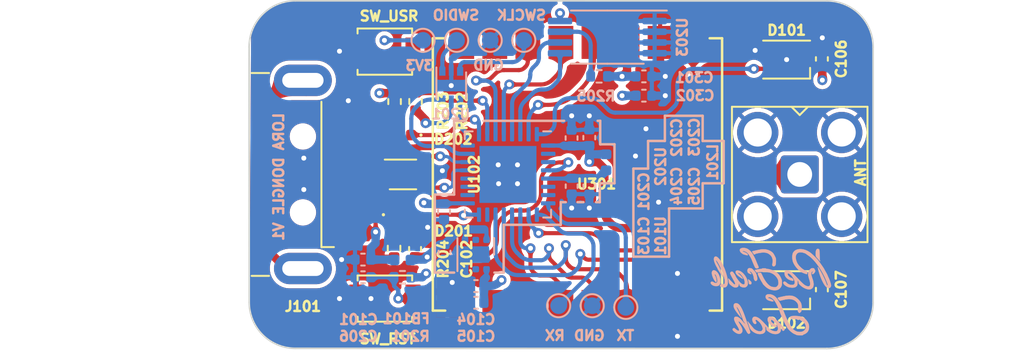
<source format=kicad_pcb>
(kicad_pcb (version 20221018) (generator pcbnew)
  (title_block (title "Longle ") (date "2023-06-22") (rev "1.0") (company "ReFab Tech"))
  (layers (0 "F.Cu" signal) (1 "In1.Cu" power) (2 "In2.Cu" power) (31 "B.Cu" signal) (34 "B.Paste" user) (35 "F.Paste" user) (36 "B.SilkS" user "B.Silkscreen") (37 "F.SilkS" user "F.Silkscreen") (38 "B.Mask" user) (39 "F.Mask" user) (44 "Edge.Cuts" user))
  (net 0 "")
  (net 1 "GND")
  (net 2 "VBUS")
  (net 3 "+5V")
  (net 4 "+3V3")
  (net 5 "/STM32F042K6/NRST")
  (net 6 "VDDA")
  (net 7 "/STM32F042K6/USB_NOE")
  (net 10 "Net-(D201-K)")
  (net 11 "/D-")
  (net 12 "/D+")
  (net 13 "Net-(D202-A)")
  (net 14 "/STM32F042K6/LED")
  (net 15 "/STM32F042K6/BTN")
  (net 16 "/STM32F042K6/USART2_TX")
  (net 17 "/STM32F042K6/USART2_RX")
  (net 18 "/RF_LORA_RA-01/LORA_SCK")
  (net 19 "/RF_LORA_RA-01/LORA_MISO")
  (net 20 "/RF_LORA_RA-01/LORA_MOSI")
  (net 21 "/RF_LORA_RA-01/LORA_NCS")
  (net 22 "/RF_LORA_RA-01/LORA_RST")
  (net 23 "/RF_LORA_RA-01/LORA_DIO0")
  (net 24 "/USB_DN")
  (net 25 "/USB_DP")
  (net 26 "/STM32F042K6/SWDIO")
  (net 27 "/STM32F042K6/SWCLK")
  (net 28 "/STM32F042K6/I2C1_SCL")
  (net 29 "/STM32F042K6/I2C1_SDA")
  (net 30 "unconnected-(J101-Shield-Pad5)")
  (net 34 "/RF_LORA_RA-01/ANT")
  (net 37 "/STM32F042K6/SWDIO_IN")
  (net 38 "/STM32F042K6/SWCLK_IN")
  (net 44 "/RF_LORA_RA-01/LORA_DIO1")
  (net 49 "/STM32F042K6/WS2812_1")
  (net 50 "/STM32F042K6/WS2812_2")
  (net 51 "Net-(U203-WP)")
  (footprint "LED_SMD:LED_0402_1005Metric" (layer "F.Cu") (at 140.9324 104.1146)
    (fp_text reference "D201")
    (fp_text value "LED_O")
  )
  (footprint "Capacitor_SMD:C_0402_1005Metric" (layer "F.Cu") (at 141.7574 106.1746 90)
    (fp_text reference "C102")
    (fp_text value "2u2")
  )
  (footprint "Connector_Coaxial:SMA_Amphenol_901-143_Horizontal" (layer "F.Cu") (at 165.0286 101.6736 -90)
    (fp_text reference "AE301")
    (fp_text value "Antenna_Shield")
  )
  (footprint "Capacitor_SMD:C_0402_1005Metric" (layer "F.Cu") (at 166.3694 94.6746 90)
    (fp_text reference "C106")
    (fp_text value "100n")
  )
  (footprint "Connector_USB:USB_A_CNCTech_1001-011-01101_Horizontal" (layer "F.Cu") (at 128.0716 101.6736 180)
    (fp_text reference "J101")
    (fp_text value "USB_A")
  )
  (footprint "Button_Switch_SMD:SW_SPST_B3U-1000P" (layer "F.Cu") (at 139.9316 109.1946)
    (fp_text reference "SW201")
    (fp_text value "SW_RST")
  )
  (footprint "Package_TO_SOT_SMD:SOT-666" (layer "F.Cu") (at 141.0256 101.6736)
    (fp_text reference "U102")
    (fp_text value "USBLC6-2P6")
  )
  (footprint "Resistor_SMD:R_0402_1005Metric" (layer "F.Cu") (at 140.5176 97.2586 90)
    (fp_text reference "R203")
    (fp_text value "1K   0.1%")
  )
  (footprint "Resistor_SMD:R_0402_1005Metric" (layer "F.Cu") (at 141.7876 97.2546 -90)
    (fp_text reference "R202")
    (fp_text value "10K 0.1%")
  )
  (footprint "Resistor_SMD:R_0402_1005Metric" (layer "F.Cu") (at 140.4874 106.1466 90)
    (fp_text reference "R204")
    (fp_text value "1K   0.1%")
  )
  (footprint "LED_SMD:LED_WS2812B-2020_PLCC4_2.0x2.0mm" (layer "F.Cu") (at 164.2364 108.6866 180)
    (fp_text reference "D102")
    (fp_text value "WS2812B")
  )
  (footprint "Button_Switch_SMD:SW_SPST_B3U-1000P" (layer "F.Cu") (at 139.9286 94.2326 180)
    (fp_text reference "SW202")
    (fp_text value "SW_USER")
  )
  (footprint "LED_SMD:LED_WS2812B-2020_PLCC4_2.0x2.0mm" (layer "F.Cu") (at 164.2364 94.7166 180)
    (fp_text reference "D101")
    (fp_text value "WS2812B")
  )
  (footprint "RF_Module:Ai-Thinker-Ra-01-LoRa" (layer "F.Cu") (at 151.5816 101.6736 -90)
    (fp_text reference "U301")
    (fp_text value "Ai-Thinker-Ra-01")
  )
  (footprint "LED_SMD:LED_0402_1005Metric" (layer "F.Cu") (at 141.0256 99.2886 180)
    (fp_text reference "D202")
    (fp_text value "LED_B")
  )
  (footprint "Capacitor_SMD:C_0402_1005Metric" (layer "F.Cu") (at 166.3694 108.6506 90)
    (fp_text reference "C107")
    (fp_text value "100n")
  )
  (footprint "Package_SO:TSSOP-8_4.4x3mm_P0.65mm" (layer "B.Cu") (at 153.3889 93.3546 180)
    (fp_text reference "U203")
    (fp_text value "24LC1025")
  )
  (footprint "Capacitor_SMD:C_0402_1005Metric" (layer "B.Cu") (at 152.2984 99.4436 90)
    (fp_text reference "C203")
    (fp_text value "2u2")
  )
  (footprint "Package_DFN_QFN:QFN-32-1EP_5x5mm_P0.5mm_EP3.45x3.45mm" (layer "B.Cu") (at 147.3756 101.6736 180)
    (fp_text reference "U202")
    (fp_text value "STM32F042K6Ux")
  )
  (footprint "TestPoint:TestPoint_Pad_D1.0mm" (layer "B.Cu") (at 152.4762 109.6264 180)
    (fp_text reference "TP207")
    (fp_text value "TP_GND2")
  )
  (footprint "Capacitor_SMD:C_0402_1005Metric" (layer "B.Cu") (at 145.4426 108.4356 180)
    (fp_text reference "C104")
    (fp_text value "2u2")
  )
  (footprint "TestPoint:TestPoint_Pad_D1.0mm" (layer "B.Cu") (at 150.4442 109.6264 180)
    (fp_text reference "TP206")
    (fp_text value "TP_RX")
  )
  (footprint "Resistor_SMD:R_0402_1005Metric" (layer "B.Cu") (at 140.9934 107.902102 180)
    (fp_text reference "R201")
    (fp_text value "10K 0.1%")
  )
  (footprint "Package_SON:WSON-6-1EP_2x2mm_P0.65mm_EP1x1.6mm" (layer "B.Cu") (at 145.4296 106.5291 90)
    (fp_text reference "U101")
    (fp_text value "TLV75533PDRV")
  )
  (footprint "Capacitor_SMD:C_0402_1005Metric" (layer "B.Cu") (at 151.2316 102.3848 -90)
    (fp_text reference "C204")
    (fp_text value "2u2")
  )
  (footprint "TestPoint:TestPoint_Pad_D1.0mm" (layer "B.Cu") (at 154.5082 109.728 180)
    (fp_text reference "TP205")
    (fp_text value "TP_TX")
  )
  (footprint "Capacitor_SMD:C_0402_1005Metric" (layer "B.Cu") (at 152.3032 102.39 -90)
    (fp_text reference "C205")
    (fp_text value "100n")
  )
  (footprint "TestPoint:TestPoint_Pad_D1.0mm" (layer "B.Cu") (at 148.336 93.5482 180)
    (fp_text reference "TP204")
    (fp_text value "TP_SWCLK")
  )
  (footprint "TestPoint:TestPoint_Pad_D1.0mm" (layer "B.Cu") (at 142.24 93.5482 180)
    (fp_text reference "TP201")
    (fp_text value "TP_3V3")
  )
  (footprint "Capacitor_SMD:C_0402_1005Metric" (layer "B.Cu") (at 155.6004 96.901)
    (fp_text reference "C302")
    (fp_text value "100n")
  )
  (footprint "Inductor_SMD:L_0402_1005Metric" (layer "B.Cu") (at 153.3144 100.9396 -90)
    (fp_text reference "L201")
    (fp_text value "10u")
  )
  (footprint "Capacitor_SMD:C_0402_1005Metric" (layer "B.Cu") (at 155.6004 95.7326)
    (fp_text reference "C301")
    (fp_text value "2u2")
  )
  (footprint "Inductor_SMD:L_0402_1005Metric" (layer "B.Cu") (at 140.9978 106.8578)
    (fp_text reference "FB101")
    (fp_text value "220R@100MHz 1A")
  )
  (footprint "TestPoint:TestPoint_Pad_D1.0mm" (layer "B.Cu") (at 144.272 93.5482 180)
    (fp_text reference "TP202")
    (fp_text value "TP_SWDIO")
  )
  (footprint "TestPoint:TestPoint_Pad_D1.0mm" (layer "B.Cu") (at 146.304 93.5482 180)
    (fp_text reference "TP203")
    (fp_text value "TP_GND1")
  )
  (footprint "Capacitor_SMD:C_0402_1005Metric" (layer "B.Cu") (at 138.6062 107.902102 180)
    (fp_text reference "C206")
    (fp_text value "2u2")
  )
  (footprint "Package_TO_SOT_SMD:SOT-666" (layer "B.Cu") (at 143.9459 96.2914 -90)
    (fp_text reference "U201")
    (fp_text value "USBLC6-2P6")
  )
  (footprint "Capacitor_SMD:C_0402_1005Metric" (layer "B.Cu") (at 138.6054 106.8324 180)
    (fp_text reference "C101")
    (fp_text value "2u2")
  )
  (footprint "Capacitor_SMD:C_0402_1005Metric" (layer "B.Cu") (at 151.226 99.4664 90)
    (fp_text reference "C202")
    (fp_text value "100n")
  )
  (footprint "Capacitor_SMD:C_0402_1005Metric" (layer "B.Cu") (at 143.5376 106.4036 -90)
    (fp_text reference "C103")
    (fp_text value "2u2")
  )
  (footprint "Resistor_SMD:R_0402_1005Metric" (layer "B.Cu") (at 152.8914 95.7296 180)
    (fp_text reference "R205")
    (fp_text value "10K 0.1%")
  )
  (footprint "Capacitor_SMD:C_0402_1005Metric" (layer "B.Cu") (at 143.51 103.9342 -90)
    (fp_text reference "C201")
    (fp_text value "100n")
  )
  (footprint "Capacitor_SMD:C_0402_1005Metric" (layer "B.Cu") (at 145.4426 109.4486 180)
    (fp_text reference "C105")
    (fp_text value "100n")
  )
  (gr_line (start 156.8704 98.1202) (end 159.1564 98.1202) (stroke (width 0.15)) (layer "B.SilkS"))
  (gr_line (start 142.9512 102.8954) (end 144.1196 102.8954) (stroke (width 0.15)) (layer "B.SilkS"))
  (gr_poly (pts (xy 159.944968 106.648657) (xy 159.93917 106.648956) (xy 159.933492 106.649547) (xy 159.927939 106.650431) (xy 159.922516 106.651605) (xy 159.917225 106.653067) (xy 159.91207 106.654817) (xy 159.907056 106.656852) (xy 159.902187 106.659171) (xy 159.897465 106.661772) (xy 159.892895 106.664654) (xy 159.88848 106.667815) (xy 159.884226 106.671253) (xy 159.880134 106.674968) (xy 159.87621 106.678956) (xy 159.872457 106.683218) (xy 159.868878 106.68775) (xy 159.865479 106.692552) (xy 159.862262 106.697622) (xy 159.859231 106.702959) (xy 159.85639 106.70856) (xy 159.853743 106.714424) (xy 159.851294 106.72055) (xy 159.849047 106.726936) (xy 159.845857 106.737762) (xy 159.843239 106.749145) (xy 159.839706 106.773527) (xy 159.83842 106.799977) (xy 159.839349 106.828391) (xy 159.842463 106.858666) (xy 159.847733 106.890697) (xy 159.855127 106.92438) (xy 159.864616 106.959612) (xy 159.876169 106.996288) (xy 159.889756 107.034305) (xy 159.905348 107.073558) (xy 159.922912 107.113943) (xy 159.94242 107.155357) (xy 159.963841 107.197695) (xy 159.987145 107.240853) (xy 160.012301 107.284728) (xy 160.023493 107.304068) (xy 160.033683 107.322362) (xy 160.042666 107.339191) (xy 160.050237 107.354137) (xy 160.056192 107.366781) (xy 160.060324 107.376705) (xy 160.061643 107.380516) (xy 160.06243 107.38349) (xy 160.062659 107.385575) (xy 160.062556 107.386267) (xy 160.062304 107.386718) (xy 160.062202 107.387361) (xy 160.062451 107.388532) (xy 160.063971 107.392401) (xy 160.066802 107.398218) (xy 160.070878 107.405875) (xy 160.082506 107.426273) (xy 160.09834 107.452731) (xy 160.117862 107.484384) (xy 160.140556 107.520365) (xy 160.165905 107.55981) (xy 160.193392 107.601852) (xy 160.24677 107.684095) (xy 160.290491 107.753719) (xy 160.307318 107.781503) (xy 160.320037 107.803378) (xy 160.328082 107.818426) (xy 160.330176 107.823103) (xy 160.330889 107.825729) (xy 160.330938 107.826519) (xy 160.331081 107.82739) (xy 160.331316 107.828337) (xy 160.331642 107.829358) (xy 160.332555 107.831605) (xy 160.333799 107.834106) (xy 160.335356 107.836834) (xy 160.337207 107.839762) (xy 160.339333 107.842864) (xy 160.341714 107.846113) (xy 160.344333 107.849482) (xy 160.347168 107.852946) (xy 160.350203 107.856478) (xy 160.353417 107.86005) (xy 160.356791 107.863637) (xy 160.360307 107.867213) (xy 160.363945 107.870749) (xy 160.367686 107.874221) (xy 160.374139 107.880037) (xy 160.379743 107.88497) (xy 160.384511 107.888923) (xy 160.386584 107.890503) (xy 160.388453 107.891801) (xy 160.390119 107.892808) (xy 160.391583 107.893509) (xy 160.392846 107.893894) (xy 160.393403 107.893964) (xy 160.393911 107.89395) (xy 160.394369 107.893851) (xy 160.394778 107.893666) (xy 160.395138 107.893392) (xy 160.395449 107.893029) (xy 160.395712 107.892574) (xy 160.395926 107.892027) (xy 160.396209 107.890649) (xy 160.396301 107.888883) (xy 160.396203 107.886715) (xy 160.395917 107.884136) (xy 160.395443 107.881132) (xy 160.394783 107.877691) (xy 160.393939 107.873803) (xy 160.391705 107.864632) (xy 160.388751 107.853524) (xy 160.385089 107.840382) (xy 160.375689 107.807617) (xy 160.352806 107.738663) (xy 160.319991 107.652744) (xy 160.2797 107.555319) (xy 160.234383 107.451849) (xy 160.186496 107.347794) (xy 160.13849 107.248613) (xy 160.092819 107.159767) (xy 160.051936 107.086715) (xy 160.033604 107.055437) (xy 160.016507 107.025313) (xy 160.001018 106.997069) (xy 159.987509 106.971434) (xy 159.976354 106.949136) (xy 159.967925 106.930903) (xy 159.962594 106.917464) (xy 159.961207 106.912769) (xy 159.960734 106.909545) (xy 159.961753 106.895222) (xy 159.964736 106.885733) (xy 159.969577 106.88087) (xy 159.976166 106.880425) (xy 159.984396 106.884189) (xy 159.994159 106.891955) (xy 160.005347 106.903514) (xy 160.017851 106.918659) (xy 160.046377 106.958873) (xy 160.078873 107.01093) (xy 160.114473 107.073168) (xy 160.152313 107.143921) (xy 160.191529 107.221525) (xy 160.231255 107.304314) (xy 160.270628 107.390624) (xy 160.308783 107.47879) (xy 160.344854 107.567149) (xy 160.377979 107.654034) (xy 160.40729 107.737781) (xy 160.431925 107.816726) (xy 160.450906 107.886005) (xy 160.466519 107.950963) (xy 160.47879 108.011445) (xy 160.487746 108.067296) (xy 160.493412 108.118361) (xy 160.495815 108.164485) (xy 160.49498 108.205513) (xy 160.490935 108.24129) (xy 160.483705 108.271662) (xy 160.478904 108.284773) (xy 160.473317 108.296474) (xy 160.466946 108.306746) (xy 160.459796 108.31557) (xy 160.451869 108.322927) (xy 160.443169 108.328796) (xy 160.433699 108.333159) (xy 160.423463 108.335997) (xy 160.412462 108.33729) (xy 160.400702 108.337018) (xy 160.388185 108.335162) (xy 160.374914 108.331704) (xy 160.360893 108.326623) (xy 160.346125 108.3199) (xy 160.323327 108.308738) (xy 160.303988 108.299581) (xy 160.296251 108.296053) (xy 160.290142 108.293385) (xy 160.285915 108.291696) (xy 160.284586 108.291256) (xy 160.283824 108.291107) (xy 160.28306 108.291478) (xy 160.281911 108.292562) (xy 160.278566 108.296687) (xy 160.274002 108.303116) (xy 160.268435 108.311486) (xy 160.255149 108.332589) (xy 160.240426 108.357084) (xy 160.225984 108.382055) (xy 160.213541 108.40459) (xy 160.204816 108.421774) (xy 160.202384 108.427449) (xy 160.201525 108.430694) (xy 160.201927 108.432245) (xy 160.203106 108.434055) (xy 160.205019 108.436104) (xy 160.207627 108.438375) (xy 160.214762 108.443508) (xy 160.224183 108.449307) (xy 160.23556 108.455625) (xy 160.248566 108.462316) (xy 160.262872 108.469234) (xy 160.278151 108.476232) (xy 160.294074 108.483163) (xy 160.310313 108.489881) (xy 160.326539 108.496239) (xy 160.342425 108.50209) (xy 160.357642 108.507289) (xy 160.371862 108.511688) (xy 160.384757 108.515141) (xy 160.395999 108.517501) (xy 160.401959 108.518358) (xy 160.408326 108.51905) (xy 160.415043 108.519578) (xy 160.422052 108.519942) (xy 160.429296 108.520141) (xy 160.436719 108.520177) (xy 160.444262 108.520048) (xy 160.451869 108.519756) (xy 160.459482 108.519299) (xy 160.467044 108.518678) (xy 160.474499 108.517893) (xy 160.481789 108.516943) (xy 160.488856 108.51583) (xy 160.495643 108.514552) (xy 160.502094 108.51311) (xy 160.508151 108.511504) (xy 160.507868 108.511337) (xy 160.528491 108.504502) (xy 160.547763 108.495834) (xy 160.565683 108.485343) (xy 160.582251 108.473038) (xy 160.597468 108.458928) (xy 160.611333 108.443022) (xy 160.623847 108.42533) (xy 160.63501 108.405861) (xy 160.644822 108.384625) (xy 160.653283 108.361631) (xy 160.660393 108.336887) (xy 160.666152 108.310405) (xy 160.67056 108.282192) (xy 160.673618 108.252259) (xy 160.675324 108.220614) (xy 160.675681 108.187267) (xy 160.674687 108.152227) (xy 160.672342 108.115504) (xy 160.668647 108.077107) (xy 160.663602 108.037045) (xy 160.657206 107.995327) (xy 160.649461 107.951964) (xy 160.640365 107.906964) (xy 160.62992 107.860337) (xy 160.618124 107.812091) (xy 160.604979 107.762237) (xy 160.57464 107.657741) (xy 160.538902 107.546922) (xy 160.497767 107.429855) (xy 160.488077 107.404514) (xy 160.476051 107.375025) (xy 160.462162 107.342451) (xy 160.446888 107.307858) (xy 160.430702 107.272309) (xy 160.414081 107.23687) (xy 160.3975 107.202604) (xy 160.381434 107.170577) (xy 160.269335 106.951591) (xy 160.25921 106.933419) (xy 160.246678 106.913565) (xy 160.232065 106.892388) (xy 160.2157 106.870245) (xy 160.197911 106.847494) (xy 160.179026 106.824492) (xy 160.159371 106.801599) (xy 160.139276 106.77917) (xy 160.119068 106.757565) (xy 160.099074 106.737141) (xy 160.079623 106.718256) (xy 160.061043 106.701268) (xy 160.04366 106.686534) (xy 160.027803 106.674413) (xy 160.0138 106.665261) (xy 160.001979 106.659438) (xy 159.995261 106.657024) (xy 159.988631 106.654918) (xy 159.982091 106.653118) (xy 159.975646 106.651622) (xy 159.969299 106.65043) (xy 159.963053 106.649538) (xy 159.956914 106.648947) (xy 159.950884 106.648654)) (stroke (width 0.01852)) (fill solid) (layer "B.SilkS"))
  (gr_poly (pts (xy 166.122925 106.181411) (xy 166.119384 106.181689) (xy 166.115813 106.182131) (xy 166.112206 106.182735) (xy 166.108557 106.183501) (xy 166.104862 106.184429) (xy 166.097312 106.186769) (xy 166.089516 106.189752) (xy 166.081434 106.193373) (xy 166.073023 106.197631) (xy 166.068348 106.20036) (xy 166.063829 106.203468) (xy 166.059464 106.206955) (xy 166.055254 106.210824) (xy 166.051197 106.215075) (xy 166.047295 106.219712) (xy 166.043545 106.224735) (xy 166.039948 106.230145) (xy 166.036503 106.235945) (xy 166.03321 106.242137) (xy 166.030069 106.248721) (xy 166.027078 106.255699) (xy 166.024237 106.263073) (xy 166.021546 106.270845) (xy 166.019005 106.279016) (xy 166.016613 106.287587) (xy 166.014369 106.296562) (xy 166.012273 106.30594) (xy 166.008524 106.325914) (xy 166.005362 106.347524) (xy 166.002783 106.370782) (xy 166.000783 106.395701) (xy 165.999359 106.422293) (xy 165.998508 106.450573) (xy 165.998225 106.480552) (xy 165.998292 106.533805) (xy 165.998821 106.555691) (xy 166.000075 106.575199) (xy 166.001067 106.584243) (xy 166.002351 106.592913) (xy 166.003966 106.60128) (xy 166.005946 106.60942) (xy 166.008331 106.617404) (xy 166.011157 106.625305) (xy 166.01446 106.633198) (xy 166.018279 106.641156) (xy 166.022649 106.64925) (xy 166.027609 106.657556) (xy 166.033195 106.666146) (xy 166.039444 106.675093) (xy 166.054081 106.694353) (xy 166.071816 106.71592) (xy 166.092946 106.740382) (xy 166.117766 106.768323) (xy 166.179667 106.83699) (xy 166.263354 106.929588) (xy 166.248782 106.864944) (xy 166.247279 106.856882) (xy 166.245778 106.846165) (xy 166.242821 106.817479) (xy 166.239986 106.780314) (xy 166.23735 106.736097) (xy 166.234989 106.686256) (xy 166.232979 106.632218) (xy 166.231397 106.575412) (xy 166.230319 106.517265) (xy 166.228807 106.431985) (xy 166.227033 106.365059) (xy 166.224643 106.313963) (xy 166.221281 106.276175) (xy 166.219124 106.261483) (xy 166.216592 106.249171) (xy 166.21364 106.238925) (xy 166.210222 106.230428) (xy 166.206296 106.223366) (xy 166.201817 106.217423) (xy 166.196739 106.212284) (xy 166.19102 106.207633) (xy 166.18326 106.202013) (xy 166.175741 106.197073) (xy 166.168422 106.192811) (xy 166.161263 106.189224) (xy 166.15773 106.187683) (xy 166.154222 106.186308) (xy 166.150734 106.185101) (xy 166.14726 106.184061) (xy 166.143796 106.183187) (xy 166.140336 106.182479) (xy 166.136876 106.181936) (xy 166.133409 106.181558) (xy 166.129932 106.181345) (xy 166.126439 106.181296)) (stroke (width 0.01852)) (fill solid) (layer "B.SilkS"))
  (gr_line (start 159.1564 99.6442) (end 160.4264 99.6442) (stroke (width 0.15)) (layer "B.SilkS"))
  (gr_line (start 160.4264 99.6442) (end 160.4264 102.2096) (stroke (width 0.15)) (layer "B.SilkS"))
  (gr_poly (pts (xy 163.232997 110.292035) (xy 163.215424 110.2942) (xy 163.198981 110.297771) (xy 163.18367 110.302689) (xy 163.169496 110.308893) (xy 163.156461 110.316326) (xy 163.144568 110.324926) (xy 163.133821 110.334635) (xy 163.124223 110.345393) (xy 163.115776 110.357141) (xy 163.108484 110.369819) (xy 163.10235 110.383368) (xy 163.097377 110.397729) (xy 163.093569 110.412841) (xy 163.090928 110.428645) (xy 163.089457 110.445083) (xy 163.08916 110.462094) (xy 163.090041 110.479619) (xy 163.092101 110.497598) (xy 163.095344 110.515973) (xy 163.099774 110.534683) (xy 163.105393 110.553669) (xy 163.112205 110.572872) (xy 163.120212 110.592232) (xy 163.129418 110.61169) (xy 163.139827 110.631186) (xy 163.15144 110.650661) (xy 163.164262 110.670055) (xy 163.178295 110.689309) (xy 163.193543 110.708363) (xy 163.210008 110.727159) (xy 163.227694 110.745635) (xy 163.241963 110.759692) (xy 163.255575 110.772635) (xy 163.268668 110.784549) (xy 163.281384 110.795519) (xy 163.29386 110.80563) (xy 163.306236 110.814968) (xy 163.318652 110.823618) (xy 163.331247 110.831664) (xy 163.344161 110.839193) (xy 163.357532 110.846289) (xy 163.371501 110.853038) (xy 163.386207 110.859524) (xy 163.401789 110.865833) (xy 163.418387 110.872051) (xy 163.43614 110.878262) (xy 163.455187 110.884551) (xy 163.482059 110.892783) (xy 163.508311 110.900001) (xy 163.533284 110.906081) (xy 163.556322 110.910898) (xy 163.576765 110.914328) (xy 163.585809 110.915484) (xy 163.593957 110.916246) (xy 163.601128 110.9166) (xy 163.60724 110.91653) (xy 163.612209 110.91602) (xy 163.615954 110.915054) (xy 163.620841 110.913108) (xy 163.62304 110.912151) (xy 163.625077 110.911191) (xy 163.62695 110.910217) (xy 163.628661 110.909219) (xy 163.630209 110.908187) (xy 163.631594 110.907109) (xy 163.632817 110.905976) (xy 163.633876 110.904777) (xy 163.634773 110.903502) (xy 163.635508 110.90214) (xy 163.636079 110.90068) (xy 163.636488 110.899113) (xy 163.636735 110.897428) (xy 163.636819 110.895614) (xy 163.63674 110.893661) (xy 163.636498 110.891558) (xy 163.636094 110.889295) (xy 163.635528 110.886862) (xy 163.634799 110.884248) (xy 163.633908 110.881442) (xy 163.632854 110.878435) (xy 163.631637 110.875215) (xy 163.630259 110.871773) (xy 163.628717 110.868097) (xy 163.625148 110.860004) (xy 163.620929 110.850853) (xy 163.616061 110.84056) (xy 163.611679 110.831873) (xy 163.607049 110.823672) (xy 163.602117 110.815915) (xy 163.596833 110.80856) (xy 163.591144 110.801567) (xy 163.584998 110.794892) (xy 163.578344 110.788496) (xy 163.571129 110.782337) (xy 163.563302 110.776372) (xy 163.554811 110.77056) (xy 163.545603 110.764861) (xy 163.535627 110.759231) (xy 163.524831 110.753631) (xy 163.513162 110.748018) (xy 163.50057 110.74235) (xy 163.487002 110.736587) (xy 163.466086 110.72724) (xy 163.445617 110.716761) (xy 163.425719 110.705275) (xy 163.406516 110.692909) (xy 163.388133 110.679789) (xy 163.370695 110.666044) (xy 163.354327 110.651798) (xy 163.339152 110.63718) (xy 163.325296 110.622315) (xy 163.312883 110.60733) (xy 163.302038 110.592352) (xy 163.292885 110.577508) (xy 163.285549 110.562925) (xy 163.282602 110.55577) (xy 163.280155 110.548728) (xy 163.278225 110.541814) (xy 163.276828 110.535045) (xy 163.275978 110.528436) (xy 163.275691 110.522003) (xy 163.275844 110.516927) (xy 163.2763 110.512143) (xy 163.27705 110.507652) (xy 163.278086 110.503455) (xy 163.279401 110.499553) (xy 163.280986 110.495946) (xy 163.282833 110.492636) (xy 163.284935 110.489623) (xy 163.287284 110.486908) (xy 163.289872 110.484492) (xy 163.292691 110.482376) (xy 163.295733 110.480561) (xy 163.29899 110.479048) (xy 163.302454 110.477837) (xy 163.306117 110.47693) (xy 163.309972 110.476327) (xy 163.314011 110.47603) (xy 163.318225 110.476038) (xy 163.322607 110.476354) (xy 163.327148 110.476978) (xy 163.331842 110.47791) (xy 163.33668 110.479153) (xy 163.341653 110.480705) (xy 163.346755 110.48257) (xy 163.351977 110.484746) (xy 163.357312 110.487236) (xy 163.362751 110.49004) (xy 163.368287 110.493159) (xy 163.373911 110.496594) (xy 163.379617 110.500346) (xy 163.385395 110.504416) (xy 163.391238 110.508804) (xy 163.44034 110.549034) (xy 163.486037 110.590925) (xy 163.528158 110.634092) (xy 163.566531 110.678153) (xy 163.600985 110.722725) (xy 163.631349 110.767424) (xy 163.65745 110.811867) (xy 163.679119 110.855672) (xy 163.696182 110.898456) (xy 163.702934 110.919345) (xy 163.70847 110.939834) (xy 163.712769 110.959878) (xy 163.71581 110.979426) (xy 163.717571 110.998431) (xy 163.718031 111.016846) (xy 163.717168 111.034623) (xy 163.714961 111.051713) (xy 163.711389 111.068069) (xy 163.70643 111.083643) (xy 163.700063 111.098387) (xy 163.692266 111.112253) (xy 163.683018 111.125194) (xy 163.672297 111.137161) (xy 163.664492 111.144821) (xy 163.65721 111.15159) (xy 163.650292 111.157506) (xy 163.646921 111.160157) (xy 163.643582 111.162608) (xy 163.640256 111.164866) (xy 163.636922 111.166935) (xy 163.633562 111.16882) (xy 163.630155 111.170525) (xy 163.626682 111.172056) (xy 163.623123 111.173417) (xy 163.619458 111.174614) (xy 163.615669 111.175651) (xy 163.611735 111.176533) (xy 163.607636 111.177264) (xy 163.603353 111.17785) (xy 163.598866 111.178296) (xy 163.594156 111.178606) (xy 163.589202 111.178786) (xy 163.583986 111.178839) (xy 163.578487 111.178771) (xy 163.566564 111.178292) (xy 163.553274 111.177387) (xy 163.538461 111.176094) (xy 163.521968 111.174453) (xy 163.491724 111.170643) (xy 163.462418 111.165517) (xy 163.433953 111.159019) (xy 163.406235 111.151092) (xy 163.379169 111.141681) (xy 163.352661 111.13073) (xy 163.326615 111.118183) (xy 163.300937 111.103984) (xy 163.275532 111.088078) (xy 163.250305 111.070408) (xy 163.225162 111.050918) (xy 163.200007 111.029554) (xy 163.174746 111.006258) (xy 163.149283 110.980975) (xy 163.123525 110.953649) (xy 163.097376 110.924224) (xy 162.995175 110.808022) (xy 162.900164 110.703996) (xy 162.812517 110.612313) (xy 162.73241 110.53314) (xy 162.660018 110.466642) (xy 162.62677 110.4382) (xy 162.595517 110.412989) (xy 162.56628 110.39103) (xy 162.539081 110.372345) (xy 162.513942 110.356954) (xy 162.490885 110.344878) (xy 162.465109 110.333108) (xy 162.440734 110.322845) (xy 162.417695 110.314089) (xy 162.395926 110.30684) (xy 162.375362 110.301095) (xy 162.355937 110.296854) (xy 162.337585 110.294116) (xy 162.320241 110.292878) (xy 162.303839 110.293141) (xy 162.288313 110.294903) (xy 162.273599 110.298162) (xy 162.25963 110.302918) (xy 162.24634 110.309169) (xy 162.233665 110.316915) (xy 162.221538 110.326153) (xy 162.209895 110.336883) (xy 162.203551 110.343461) (xy 162.19778 110.349964) (xy 162.192559 110.356456) (xy 162.187866 110.363003) (xy 162.183678 110.36967) (xy 162.179972 110.376522) (xy 162.178293 110.380037) (xy 162.176727 110.383623) (xy 162.175269 110.387288) (xy 162.173918 110.39104) (xy 162.171525 110.398837) (xy 162.169524 110.407079) (xy 162.167892 110.415832) (xy 162.166608 110.42516) (xy 162.165649 110.435128) (xy 162.164991 110.445802) (xy 162.164613 110.457247) (xy 162.164492 110.469528) (xy 162.164874 110.484624) (xy 162.165997 110.499637) (xy 162.167827 110.514526) (xy 162.170331 110.529252) (xy 162.173476 110.543776) (xy 162.177227 110.55806) (xy 162.186416 110.58575) (xy 162.197629 110.612009) (xy 162.210597 110.636525) (xy 162.225051 110.658987) (xy 162.240724 110.679082) (xy 162.248933 110.688145) (xy 162.257346 110.696498) (xy 162.26593 110.704104) (xy 162.274649 110.710924) (xy 162.283472 110.716917) (xy 162.292365 110.722046) (xy 162.301293 110.726271) (xy 162.310223 110.729554) (xy 162.319122 110.731854) (xy 162.327956 110.733134) (xy 162.336692 110.733354) (xy 162.345296 110.732476) (xy 162.353734 110.730459) (xy 162.361973 110.727266) (xy 162.369979 110.722857) (xy 162.377719 110.717193) (xy 162.380898 110.714415) (xy 162.383873 110.711541) (xy 162.386643 110.708572) (xy 162.389209 110.705513) (xy 162.39157 110.702366) (xy 162.393727 110.699135) (xy 162.39568 110.695823) (xy 162.397428 110.692433) (xy 162.398971 110.688968) (xy 162.40031 110.685431) (xy 162.401445 110.681826) (xy 162.402375 110.678155) (xy 162.403101 110.674422) (xy 162.403623 110.670631) (xy 162.40394 110.666783) (xy 162.404052 110.662883) (xy 162.403961 110.658934) (xy 162.403665 110.654938) (xy 162.403164 110.650899) (xy 162.40246 110.64682) (xy 162.401551 110.642705) (xy 162.400438 110.638555) (xy 162.39912 110.634376) (xy 162.397598 110.630169) (xy 162.395872 110.625938) (xy 162.393941 110.621687) (xy 162.391807 110.617417) (xy 162.389468 110.613133) (xy 162.386925 110.608838) (xy 162.384177 110.604535) (xy 162.381225 110.600226) (xy 162.37807 110.595916) (xy 162.374368 110.590823) (xy 162.370932 110.585677) (xy 162.367761 110.580494) (xy 162.364853 110.575286) (xy 162.359823 110.564855) (xy 162.355835 110.554495) (xy 162.352878 110.544319) (xy 162.350946 110.53444) (xy 162.350361 110.529647) (xy 162.350029 110.524969) (xy 162.349949 110.520422) (xy 162.350119 110.516019) (xy 162.350539 110.511774) (xy 162.351208 110.507702) (xy 162.352124 110.503816) (xy 162.353287 110.500129) (xy 162.354694 110.496658) (xy 162.356347 110.493414) (xy 162.358242 110.490413) (xy 162.36038 110.487669) (xy 162.362759 110.485194) (xy 162.365377 110.483004) (xy 162.368235 110.481113) (xy 162.371331 110.479534) (xy 162.374664 110.478281) (xy 162.378232 110.477369) (xy 162.382036 110.476812) (xy 162.386073 110.476623) (xy 162.389985 110.47676) (xy 162.394121 110.477163) (xy 162.398445 110.477817) (xy 162.402922 110.478711) (xy 162.407515 110.479829) (xy 162.412189 110.481159) (xy 162.416908 110.482687) (xy 162.421635 110.484399) (xy 162.426336 110.486283) (xy 162.430973 110.488324) (xy 162.435512 110.490509) (xy 162.439916 110.492826) (xy 162.44415 110.495259) (xy 162.448178 110.497796) (xy 162.451963 110.500423) (xy 162.45547 110.503127) (xy 162.55147 110.581527) (xy 162.568563 110.596539) (xy 162.585953 110.613734) (xy 162.603489 110.632869) (xy 162.62102 110.653697) (xy 162.638397 110.675976) (xy 162.655468 110.699459) (xy 162.672084 110.723904) (xy 162.688093 110.749065) (xy 162.703345 110.774697) (xy 162.71769 110.800557) (xy 162.730977 110.826399) (xy 162.743056 110.85198) (xy 162.753776 110.877054) (xy 162.762987 110.901377) (xy 162.770538 110.924704) (xy 162.776278 110.946792) (xy 162.782311 110.975268) (xy 162.784609 110.987714) (xy 162.786418 110.999134) (xy 162.787731 111.009658) (xy 162.78854 111.019411) (xy 162.788838 111.028523) (xy 162.788617 111.03712) (xy 162.78787 111.045331) (xy 162.786589 111.053283) (xy 162.784767 111.061103) (xy 162.782396 111.06892) (xy 162.779469 111.076862) (xy 162.775978 111.085054) (xy 162.771916 111.093627) (xy 162.767275 111.102706) (xy 162.763835 111.108978) (xy 162.76006 111.115134) (xy 162.755983 111.121147) (xy 162.751634 111.126986) (xy 162.747045 111.132625) (xy 162.742247 111.138034) (xy 162.737271 111.143184) (xy 162.73215 111.148048) (xy 162.726913 111.152596) (xy 162.721594 111.1568) (xy 162.716222 111.160632) (xy 162.710829 111.164062) (xy 162.705447 111.167063) (xy 162.700106 111.169606) (xy 162.694839 111.171661) (xy 162.689677 111.173202) (xy 162.677868 111.175781) (xy 162.665559 111.177732) (xy 162.639586 111.179808) (xy 162.612049 111.179534) (xy 162.583242 111.177019) (xy 162.553457 111.172368) (xy 162.522987 111.165688) (xy 162.492123 111.157085) (xy 162.461158 111.146667) (xy 162.430386 111.134539) (xy 162.400097 111.120808) (xy 162.370586 111.105581) (xy 162.342143 111.088963) (xy 162.315062 111.071063) (xy 162.289635 111.051985) (xy 162.266155 111.031838) (xy 162.244914 111.010726) (xy 162.230039 110.99415) (xy 162.209719 110.970646) (xy 162.15637 110.907211) (xy 162.092113 110.829139) (xy 162.024195 110.745147) (xy 161.99168 110.70498) (xy 161.961893 110.668968) (xy 161.935445 110.637796) (xy 161.91295 110.612148) (xy 161.895021 110.592706) (xy 161.882271 110.580155) (xy 161.878029 110.576677) (xy 161.875312 110.575178) (xy 161.87455 110.575198) (xy 161.874197 110.575744) (xy 161.874758 110.57846) (xy 161.878997 110.590067) (xy 161.885501 110.608928) (xy 161.904061 110.664472) (xy 161.954661 110.819228) (xy 161.972823 110.873687) (xy 161.989599 110.920456) (xy 162.005459 110.96051) (xy 162.013193 110.978322) (xy 162.020875 110.994821) (xy 162.028562 111.010127) (xy 162.036315 111.024363) (xy 162.044191 111.037651) (xy 162.05225 111.050111) (xy 162.060551 111.061866) (xy 162.069152 111.073037) (xy 162.078111 111.083746) (xy 162.087489 111.094116) (xy 162.11794 111.124995) (xy 162.149614 111.154052) (xy 162.182396 111.181236) (xy 162.216173 111.2065) (xy 162.250834 111.229794) (xy 162.286264 111.251068) (xy 162.322352 111.270275) (xy 162.358984 111.287364) (xy 162.396046 111.302288) (xy 162.433428 111.314996) (xy 162.471014 111.32544) (xy 162.508693 111.33357) (xy 162.546352 111.339339) (xy 162.583877 111.342696) (xy 162.621156 111.343592) (xy 162.658076 111.341979) (xy 162.697676 111.337761) (xy 162.734337 111.331536) (xy 162.751574 111.327664) (xy 162.768084 111.323279) (xy 162.783873 111.318381) (xy 162.798941 111.312964) (xy 162.813294 111.307026) (xy 162.826933 111.300563) (xy 162.839861 111.293572) (xy 162.852082 111.28605) (xy 162.863599 111.277993) (xy 162.874414 111.269399) (xy 162.884531 111.260263) (xy 162.893952 111.250583) (xy 162.902681 111.240355) (xy 162.910721 111.229576) (xy 162.918075 111.218243) (xy 162.924745 111.206351) (xy 162.930735 111.193899) (xy 162.936048 111.180883) (xy 162.940686 111.167298) (xy 162.944654 111.153143) (xy 162.947953 111.138414) (xy 162.950587 111.123107) (xy 162.952559 111.107219) (xy 162.953872 111.090747) (xy 162.954529 111.073687) (xy 162.954533 111.056037) (xy 162.952593 111.018951) (xy 162.950805 110.995124) (xy 162.949908 110.972696) (xy 162.949853 110.952119) (xy 162.950595 110.933845) (xy 162.951251 110.925713) (xy 162.952088 110.918326) (xy 162.953101 110.911741) (xy 162.954283 110.906015) (xy 162.95563 110.901203) (xy 162.957135 110.897363) (xy 162.958793 110.89455) (xy 162.960597 110.892822) (xy 162.962812 110.89175) (xy 162.965067 110.89124) (xy 162.967354 110.891273) (xy 162.969665 110.891829) (xy 162.971994 110.892888) (xy 162.974334 110.894432) (xy 162.976677 110.896441) (xy 162.979016 110.898896) (xy 162.981343 110.901777) (xy 162.983653 110.905065) (xy 162.985937 110.90874) (xy 162.988188 110.912783) (xy 162.990399 110.917175) (xy 162.992564 110.921897) (xy 162.996723 110.93225) (xy 163.000608 110.943689) (xy 163.004161 110.956058) (xy 163.007325 110.969201) (xy 163.010043 110.982965) (xy 163.012256 110.997194) (xy 163.013909 111.011733) (xy 163.014942 111.026427) (xy 163.015209 111.033784) (xy 163.015299 111.041122) (xy 163.015482 111.050905) (xy 163.016098 111.059978) (xy 163.0166 111.06429) (xy 163.01725 111.068476) (xy 163.018059 111.072551) (xy 163.019041 111.076533) (xy 163.020208 111.080439) (xy 163.021574 111.084284) (xy 163.023151 111.088087) (xy 163.024953 111.091863) (xy 163.026991 111.09563) (xy 163.029279 111.099405) (xy 163.03183 111.103204) (xy 163.034656 111.107044) (xy 163.037771 111.110941) (xy 163.041187 111.114914) (xy 163.044918 111.118977) (xy 163.048975 111.123149) (xy 163.058122 111.131885) (xy 163.068732 111.141256) (xy 163.080908 111.151396) (xy 163.094751 111.162439) (xy 163.110367 111.17452) (xy 163.127856 111.187774) (xy 163.164844 111.213999) (xy 163.202908 111.237948) (xy 163.241841 111.25958) (xy 163.281435 111.278851) (xy 163.321483 111.295721) (xy 163.361776 111.310147) (xy 163.402109 111.322086) (xy 163.442272 111.331497) (xy 163.482059 111.338337) (xy 163.521261 111.342564) (xy 163.559673 111.344136) (xy 163.597085 111.343012) (xy 163.63329 111.339148) (xy 163.668082 111.332502) (xy 163.701252 111.323033) (xy 163.732592 111.310699) (xy 163.733721 111.31047) (xy 163.743607 111.305808) (xy 163.753144 111.300952) (xy 163.762335 111.295899) (xy 163.771182 111.290647) (xy 163.779686 111.285191) (xy 163.787848 111.279531) (xy 163.795671 111.273661) (xy 163.803157 111.26758) (xy 163.810306 111.261285) (xy 163.817121 111.254772) (xy 163.823604 111.248039) (xy 163.829756 111.241082) (xy 163.835578 111.233899) (xy 163.841074 111.226487) (xy 163.846243 111.218843) (xy 163.851089 111.210964) (xy 163.855613 111.202846) (xy 163.859816 111.194487) (xy 163.8637 111.185885) (xy 163.867267 111.177035) (xy 163.870519 111.167936) (xy 163.873458 111.158584) (xy 163.876084 111.148976) (xy 163.878401 111.139109) (xy 163.880409 111.12898) (xy 163.88211 111.118587) (xy 163.883506 111.107927) (xy 163.884599 111.096995) (xy 163.885391 111.085791) (xy 163.885883 111.074309) (xy 163.885974 111.050506) (xy 163.884759 110.994021) (xy 163.884314 110.951608) (xy 163.884474 110.935174) (xy 163.88494 110.921654) (xy 163.885748 110.910845) (xy 163.886938 110.902547) (xy 163.888545 110.896558) (xy 163.890609 110.892675) (xy 163.891824 110.891461) (xy 163.893166 110.890698) (xy 163.894642 110.890361) (xy 163.896255 110.890425) (xy 163.899913 110.891655) (xy 163.904177 110.894185) (xy 163.914675 110.902343) (xy 163.916233 110.903724) (xy 163.917756 110.905258) (xy 163.919243 110.906941) (xy 163.920693 110.90877) (xy 163.922106 110.910742) (xy 163.923479 110.912853) (xy 163.926107 110.917479) (xy 163.928568 110.922618) (xy 163.930855 110.928245) (xy 163.93296 110.93433) (xy 163.934876 110.940847) (xy 163.936595 110.947766) (xy 163.93811 110.955061) (xy 163.939413 110.962704) (xy 163.940495 110.970666) (xy 163.941351 110.978921) (xy 163.941971 110.987439) (xy 163.942349 110.996194) (xy 163.942477 111.005157) (xy 163.94276 111.01697) (xy 163.943594 111.028344) (xy 163.944953 111.039265) (xy 163.946812 111.049719) (xy 163.949148 111.059693) (xy 163.951936 111.069171) (xy 163.95515 111.078141) (xy 163.958767 111.086587) (xy 163.962761 111.094496) (xy 163.967108 111.101855) (xy 163.971784 111.108648) (xy 163.976763 111.114863) (xy 163.982021 111.120484) (xy 163.987533 111.125498) (xy 163.993275 111.129891) (xy 163.999222 111.133649) (xy 164.00535 111.136758) (xy 164.011633 111.139204) (xy 164.018047 111.140972) (xy 164.024568 111.142049) (xy 164.031171 111.142422) (xy 164.03783 111.142074) (xy 164.044522 111.140994) (xy 164.051222 111.139166) (xy 164.057905 111.136577) (xy 164.064547 111.133213) (xy 164.071122 111.12906) (xy 164.077607 111.124103) (xy 164.083976 111.118329) (xy 164.090205 111.111723) (xy 164.09627 111.104272) (xy 164.102145 111.095962) (xy 164.106031 111.08978) (xy 164.107716 111.086823) (xy 164.109219 111.08393) (xy 164.110535 111.081085) (xy 164.111657 111.078269) (xy 164.112578 111.075464) (xy 164.113292 111.072653) (xy 164.113792 111.069819) (xy 164.114073 111.066942) (xy 164.114126 111.064006) (xy 164.113947 111.060992) (xy 164.113529 111.057883) (xy 164.112864 111.054661) (xy 164.111947 111.051308) (xy 164.110771 111.047807) (xy 164.109329 111.044139) (xy 164.107616 111.040287) (xy 164.105624 111.036233) (xy 164.103348 111.031959) (xy 164.10078 111.027448) (xy 164.097914 111.022681) (xy 164.094744 111.01764) (xy 164.091263 111.012309) (xy 164.083342 111.000702) (xy 164.074101 110.987718) (xy 164.063487 110.973213) (xy 164.051448 110.957046) (xy 164.0315 110.931888) (xy 164.003772 110.899041) (xy 163.96952 110.859894) (xy 163.930001 110.815835) (xy 163.886471 110.768252) (xy 163.840188 110.718533) (xy 163.792408 110.668066) (xy 163.744387 110.61824) (xy 163.699644 110.572735) (xy 163.657881 110.531317) (xy 163.61886 110.493828) (xy 163.58234 110.460106) (xy 163.54808 110.429994) (xy 163.51584 110.403331) (xy 163.48538 110.379958) (xy 163.45646 110.359716) (xy 163.428839 110.342444) (xy 163.402277 110.327984) (xy 163.376535 110.316176) (xy 163.351371 110.306861) (xy 163.326545 110.299879) (xy 163.301818 110.29507) (xy 163.276948 110.292275) (xy 163.251696 110.291335)) (stroke (width 0.01852)) (fill solid) (layer "B.SilkS"))
  (gr_line (start 145.8976 98.425) (end 150.7744 98.425) (stroke (width 0.15)) (layer "B.SilkS"))
  (gr_line (start 159.1564 99.6442) (end 159.1564 98.1202) (stroke (width 0.15)) (layer "B.SilkS"))
  (gr_poly (pts (xy 161.163625 109.476674) (xy 161.15172 109.477868) (xy 161.140343 109.479834) (xy 161.129501 109.482552) (xy 161.1192 109.486003) (xy 161.109447 109.490167) (xy 161.100249 109.495025) (xy 161.091613 109.500556) (xy 161.083545 109.506742) (xy 161.076052 109.513562) (xy 161.069141 109.520997) (xy 161.062819 109.529028) (xy 161.057091 109.537635) (xy 161.051966 109.546797) (xy 161.047449 109.556496) (xy 161.043548 109.566713) (xy 161.040269 109.577426) (xy 161.037619 109.588617) (xy 161.035605 109.600267) (xy 161.034233 109.612355) (xy 161.033511 109.624861) (xy 161.033444 109.637767) (xy 161.034039 109.651053) (xy 161.035305 109.664698) (xy 161.037246 109.678684) (xy 161.03987 109.692991) (xy 161.043183 109.707599) (xy 161.047193 109.722488) (xy 161.051906 109.737639) (xy 161.057329 109.753033) (xy 161.063468 109.76865) (xy 161.07033 109.784469) (xy 161.080762 109.806043) (xy 161.093501 109.829968) (xy 161.108338 109.855946) (xy 161.125061 109.88368) (xy 161.163322 109.94322) (xy 161.206593 110.006204) (xy 161.253187 110.070247) (xy 161.301414 110.132965) (xy 161.349586 110.191973) (xy 161.373124 110.219341) (xy 161.396014 110.244888) (xy 161.497904 110.356017) (xy 161.412905 110.161544) (xy 161.374604 110.07621) (xy 161.33321 109.98763) (xy 161.293694 109.906269) (xy 161.276194 109.871565) (xy 161.261027 109.84259) (xy 161.247879 109.817314) (xy 161.236108 109.793234) (xy 161.225938 109.770912) (xy 161.217592 109.750909) (xy 161.211294 109.733788) (xy 161.208983 109.726484) (xy 161.207268 109.720111) (xy 161.206177 109.71474) (xy 161.205738 109.71044) (xy 161.205978 109.707282) (xy 161.206362 109.706154) (xy 161.206927 109.705337) (xy 161.210913 109.702364) (xy 161.215382 109.700912) (xy 161.220322 109.70096) (xy 161.225722 109.702487) (xy 161.23157 109.705472) (xy 161.237853 109.709895) (xy 161.244562 109.715733) (xy 161.251683 109.722967) (xy 161.259205 109.731575) (xy 161.267117 109.741535) (xy 161.275407 109.752828) (xy 161.284063 109.765432) (xy 161.302426 109.794488) (xy 161.322115 109.828536) (xy 161.343034 109.867408) (xy 161.365091 109.910936) (xy 161.388193 109.95895) (xy 161.412246 110.011285) (xy 161.437156 110.06777) (xy 161.462831 110.128238) (xy 161.489177 110.192522) (xy 161.516101 110.260452) (xy 161.552117 110.354283) (xy 161.581625 110.433946) (xy 161.60157 110.491021) (xy 161.607001 110.508457) (xy 161.608897 110.517089) (xy 161.60897 110.518151) (xy 161.609185 110.51938) (xy 161.610031 110.522318) (xy 161.611406 110.525859) (xy 161.613281 110.529958) (xy 161.615629 110.534568) (xy 161.618421 110.539645) (xy 161.621628 110.545143) (xy 161.625223 110.551017) (xy 161.629176 110.557222) (xy 161.633459 110.563711) (xy 161.638044 110.57044) (xy 161.642902 110.577364) (xy 161.648005 110.584436) (xy 161.653325 110.591612) (xy 161.658832 110.598847) (xy 161.6645 110.606094) (xy 161.674256 110.618748) (xy 161.683146 110.630938) (xy 161.691146 110.642594) (xy 161.69823 110.653648) (xy 161.704375 110.66403) (xy 161.709555 110.673671) (xy 161.713747 110.682503) (xy 161.716924 110.690456) (xy 161.719064 110.69746) (xy 161.72014 110.703448) (xy 161.720272 110.706038) (xy 161.720129 110.708349) (xy 161.719708 110.71037) (xy 161.719006 110.712095) (xy 161.718019 110.713513) (xy 161.716746 110.714616) (xy 161.715182 110.715396) (xy 161.713324 110.715843) (xy 161.71117 110.71595) (xy 161.708717 110.715708) (xy 161.705961 110.715108) (xy 161.702899 110.714141) (xy 161.701934 110.713714) (xy 161.700733 110.713) (xy 161.697652 110.710744) (xy 161.693714 110.707436) (xy 161.688978 110.703137) (xy 161.683505 110.69791) (xy 161.677352 110.691817) (xy 161.663246 110.677278) (xy 161.647133 110.660016) (xy 161.629487 110.640526) (xy 161.61078 110.619305) (xy 161.591487 110.596847) (xy 161.557127 110.556863) (xy 161.524481 110.520034) (xy 161.493442 110.486281) (xy 161.463907 110.455524) (xy 161.435771 110.427684) (xy 161.408928 110.402681) (xy 161.383275 110.380436) (xy 161.358707 110.36087) (xy 161.335119 110.343903) (xy 161.312406 110.329456) (xy 161.290463 110.317449) (xy 161.269187 110.307803) (xy 161.248472 110.30044) (xy 161.228213 110.295278) (xy 161.208306 110.292239) (xy 161.188647 110.291244) (xy 161.179972 110.291412) (xy 161.171575 110.291914) (xy 161.163459 110.292747) (xy 161.155626 110.293908) (xy 161.14808 110.295392) (xy 161.140822 110.297196) (xy 161.133856 110.299318) (xy 161.127184 110.301753) (xy 161.120809 110.304499) (xy 161.114735 110.307551) (xy 161.108963 110.310907) (xy 161.103497 110.314563) (xy 161.098339 110.318515) (xy 161.093492 110.322761) (xy 161.088959 110.327297) (xy 161.084742 110.332118) (xy 161.080845 110.337223) (xy 161.07727 110.342607) (xy 161.07402 110.348268) (xy 161.071097 110.354201) (xy 161.068505 110.360404) (xy 161.066247 110.366872) (xy 161.064324 110.373603) (xy 161.06274 110.380594) (xy 161.061497 110.387839) (xy 161.060599 110.395338) (xy 161.060048 110.403085) (xy 161.059846 110.411077) (xy 161.059997 110.419312) (xy 161.060504 110.427785) (xy 161.061369 110.436494) (xy 161.062594 110.445434) (xy 161.065779 110.463023) (xy 161.070037 110.481535) (xy 161.075353 110.50094) (xy 161.081714 110.521207) (xy 161.089104 110.542305) (xy 161.097509 110.564205) (xy 161.106914 110.586875) (xy 161.117305 110.610286) (xy 161.128668 110.634407) (xy 161.140988 110.659207) (xy 161.15425 110.684656) (xy 161.168439 110.710724) (xy 161.183543 110.73738) (xy 161.199544 110.764593) (xy 161.216431 110.792334) (xy 161.234187 110.820571) (xy 161.266537 110.872915) (xy 161.294718 110.921969) (xy 161.307165 110.94508) (xy 161.318474 110.967148) (xy 161.328612 110.988102) (xy 161.337548 111.007867) (xy 161.34525 111.026371) (xy 161.351685 111.04354) (xy 161.356822 111.059301) (xy 161.360628 111.073581) (xy 161.363072 111.086306) (xy 161.364122 111.097404) (xy 161.363746 111.106802) (xy 161.36191 111.114425) (xy 161.359875 111.119077) (xy 161.35752 111.123303) (xy 161.354853 111.127105) (xy 161.351879 111.130485) (xy 161.348603 111.133444) (xy 161.34503 111.135984) (xy 161.341168 111.138105) (xy 161.33702 111.13981) (xy 161.332593 111.141101) (xy 161.327892 111.141978) (xy 161.322923 111.142443) (xy 161.317691 111.142499) (xy 161.312202 111.142145) (xy 161.306462 111.141385) (xy 161.300476 111.140219) (xy 161.29425 111.138648) (xy 161.287789 111.136676) (xy 161.281099 111.134302) (xy 161.274186 111.131529) (xy 161.267054 111.128358) (xy 161.259711 111.124791) (xy 161.25216 111.120828) (xy 161.244409 111.116473) (xy 161.236461 111.111726) (xy 161.228324 111.106588) (xy 161.220003 111.101062) (xy 161.211502 111.095149) (xy 161.202829 111.08885) (xy 161.193988 111.082167) (xy 161.184984 111.075101) (xy 161.175825 111.067655) (xy 161.166514 111.059829) (xy 161.146595 111.043072) (xy 161.127421 111.02745) (xy 161.109456 111.013303) (xy 161.093161 111.000968) (xy 161.078997 110.990785) (xy 161.067427 110.983092) (xy 161.062758 110.980285) (xy 161.058911 110.978228) (xy 161.055943 110.976963) (xy 161.053912 110.976531) (xy 161.053111 110.976575) (xy 161.05221 110.976705) (xy 161.050126 110.977216) (xy 161.047689 110.978047) (xy 161.044929 110.979179) (xy 161.041877 110.980596) (xy 161.038561 110.982281) (xy 161.035013 110.984215) (xy 161.031261 110.986383) (xy 161.027336 110.988766) (xy 161.023267 110.991347) (xy 161.019085 110.994109) (xy 161.014819 110.997034) (xy 161.010499 111.000106) (xy 161.006155 111.003306) (xy 161.001818 111.006618) (xy 160.997515 111.010024) (xy 160.992413 111.014355) (xy 160.987757 111.018708) (xy 160.983552 111.023092) (xy 160.9798 111.027515) (xy 160.976505 111.031983) (xy 160.973668 111.036505) (xy 160.971294 111.041088) (xy 160.969385 111.045739) (xy 160.967944 111.050468) (xy 160.966975 111.05528) (xy 160.96648 111.060185) (xy 160.966462 111.065189) (xy 160.966925 111.0703) (xy 160.967871 111.075526) (xy 160.969304 111.080874) (xy 160.971226 111.086353) (xy 160.973641 111.091969) (xy 160.976551 111.097731) (xy 160.97996 111.103645) (xy 160.98387 111.109721) (xy 160.988285 111.115965) (xy 160.993208 111.122385) (xy 160.998641 111.128988) (xy 161.004588 111.135783) (xy 161.011051 111.142778) (xy 161.018034 111.149978) (xy 161.02554 111.157393) (xy 161.033572 111.16503) (xy 161.051225 111.181001) (xy 161.071017 111.197952) (xy 161.110965 111.229333) (xy 161.150586 111.256427) (xy 161.18967 111.279239) (xy 161.208946 111.289041) (xy 161.228009 111.297773) (xy 161.246833 111.305437) (xy 161.265393 111.312033) (xy 161.283662 111.317561) (xy 161.301614 111.322023) (xy 161.319223 111.325417) (xy 161.336463 111.327746) (xy 161.353308 111.329009) (xy 161.369732 111.329208) (xy 161.385708 111.328342) (xy 161.401211 111.326411) (xy 161.416214 111.323418) (xy 161.430691 111.319361) (xy 161.444617 111.314242) (xy 161.457965 111.308061) (xy 161.470709 111.300819) (xy 161.482823 111.292516) (xy 161.494281 111.283152) (xy 161.505056 111.272728) (xy 161.515123 111.261245) (xy 161.524456 111.248703) (xy 161.533028 111.235103) (xy 161.540813 111.220445) (xy 161.547786 111.204729) (xy 161.553919 111.187957) (xy 161.556354 111.179887) (xy 161.558406 111.171593) (xy 161.560075 111.163071) (xy 161.56136 111.15432) (xy 161.562771 111.136113) (xy 161.562629 111.116947) (xy 161.560927 111.096797) (xy 161.557652 111.075637) (xy 161.552797 111.053441) (xy 161.546352 111.030185) (xy 161.538307 111.005843) (xy 161.528652 110.980389) (xy 161.517378 110.953798) (xy 161.504476 110.926045) (xy 161.489935 110.897104) (xy 161.473747 110.86695) (xy 161.455901 110.835558) (xy 161.436389 110.802902) (xy 161.396049 110.736499) (xy 161.365831 110.686064) (xy 161.344569 110.649105) (xy 161.336934 110.634901) (xy 161.331102 110.623132) (xy 161.326927 110.613487) (xy 161.324265 110.605654) (xy 161.322969 110.599323) (xy 161.322894 110.594181) (xy 161.323894 110.589917) (xy 161.325825 110.586221) (xy 161.328541 110.58278) (xy 161.331896 110.579284) (xy 161.336789 110.57618) (xy 161.342951 110.575272) (xy 161.350321 110.576482) (xy 161.358838 110.579734) (xy 161.368438 110.584949) (xy 161.379062 110.59205) (xy 161.390647 110.600959) (xy 161.403131 110.611598) (xy 161.43055 110.637755) (xy 161.460825 110.669902) (xy 161.493464 110.707415) (xy 161.527972 110.749673) (xy 161.563855 110.796055) (xy 161.60062 110.845939) (xy 161.637773 110.898704) (xy 161.67482 110.953727) (xy 161.711268 111.010387) (xy 161.746622 111.068063) (xy 161.780389 111.126133) (xy 161.812075 111.183975) (xy 161.825747 111.208826) (xy 161.839137 111.231259) (xy 161.852265 111.251284) (xy 161.865149 111.268913) (xy 161.877807 111.284156) (xy 161.884058 111.290886) (xy 161.890259 111.297024) (xy 161.896414 111.30257) (xy 161.902524 111.307527) (xy 161.908592 111.311896) (xy 161.91462 111.315677) (xy 161.920611 111.318873) (xy 161.926566 111.321484) (xy 161.932488 111.323512) (xy 161.93838 111.324959) (xy 161.944244 111.325825) (xy 161.950083 111.326113) (xy 161.955897 111.325822) (xy 161.961691 111.324956) (xy 161.967466 111.323514) (xy 161.973225 111.321499) (xy 161.978969 111.318912) (xy 161.984702 111.315754) (xy 161.990425 111.312026) (xy 161.996142 111.30773) (xy 162.001854 111.302867) (xy 162.007563 111.297439) (xy 162.00738 111.297576) (xy 162.010933 111.293925) (xy 162.014214 111.2903) (xy 162.017212 111.286641) (xy 162.019914 111.282888) (xy 162.022308 111.278979) (xy 162.024381 111.274855) (xy 162.026122 111.270454) (xy 162.027517 111.265715) (xy 162.028555 111.260579) (xy 162.029224 111.254984) (xy 162.02951 111.24887) (xy 162.029402 111.242176) (xy 162.028887 111.234842) (xy 162.027953 111.226806) (xy 162.026588 111.218009) (xy 162.02478 111.208389) (xy 162.022516 111.197885) (xy 162.019783 111.186438) (xy 162.01657 111.173987) (xy 162.012864 111.16047) (xy 162.008653 111.145828) (xy 162.003925 111.129999) (xy 161.998667 111.112923) (xy 161.992867 111.094539) (xy 161.979592 111.053606) (xy 161.964001 111.006714) (xy 161.945996 110.953377) (xy 161.925479 110.893112) (xy 161.767527 110.430099) (xy 161.680385 110.184099) (xy 161.639614 110.076915) (xy 161.600426 109.979817) (xy 161.562606 109.892461) (xy 161.525944 109.814504) (xy 161.490224 109.745601) (xy 161.455235 109.685411) (xy 161.420763 109.633588) (xy 161.386596 109.58979) (xy 161.35252 109.553672) (xy 161.318322 109.524892) (xy 161.283789 109.503105) (xy 161.248708 109.487969) (xy 161.212866 109.479139) (xy 161.176051 109.476272)) (stroke (width 0.01852)) (fill solid) (layer "B.SilkS"))
  (gr_line (start 152.9334 103.3526) (end 152.7048 103.3526) (stroke (width 0.15)) (layer "B.SilkS"))
  (gr_line (start 144.1196 102.8954) (end 144.1196 98.425) (stroke (width 0.15)) (layer "B.SilkS"))
  (gr_line (start 159.1564 102.2096) (end 160.4264 102.2096) (stroke (width 0.15)) (layer "B.SilkS"))
  (gr_line (start 147.1168 104.7242) (end 147.1168 107.6198) (stroke (width 0.15)) (layer "B.SilkS"))
  (gr_line (start 157.1244 103.7336) (end 157.1244 106.6546) (stroke (width 0.15)) (layer "B.SilkS"))
  (gr_line (start 153.8224 99.8474) (end 152.9588 99.8474) (stroke (width 0.15)) (layer "B.SilkS"))
  (gr_line (start 150.5712 104.7242) (end 147.1168 104.7242) (stroke (width 0.15)) (layer "B.SilkS"))
  (gr_line (start 155.8544 101.3206) (end 155.8544 99.6442) (stroke (width 0.15)) (layer "B.SilkS"))
  (gr_line (start 155.8544 99.6442) (end 156.8704 99.6442) (stroke (width 0.15)) (layer "B.SilkS"))
  (gr_line (start 152.8064 98.425) (end 152.9588 98.425) (stroke (width 0.15)) (layer "B.SilkS"))
  (gr_line (start 150.5712 103.3526) (end 150.5712 104.7242) (stroke (width 0.15)) (layer "B.SilkS"))
  (gr_line (start 147.1168 107.6198) (end 146.558 107.6198) (stroke (width 0.15)) (layer "B.SilkS"))
  (gr_line (start 153.8224 102.2096) (end 152.9334 102.2096) (stroke (width 0.15)) (layer "B.SilkS"))
  (gr_poly (pts (xy 162.796089 106.208394) (xy 162.747329 106.211431) (xy 162.698344 106.21704) (xy 162.638431 106.226908) (xy 162.560305 106.241781) (xy 162.380766 106.279599) (xy 162.295029 106.299073) (xy 162.222431 106.316608) (xy 162.17081 106.330469) (xy 162.155316 106.335479) (xy 162.148005 106.33892) (xy 162.147697 106.339374) (xy 162.147519 106.339984) (xy 162.14747 106.340745) (xy 162.147546 106.341653) (xy 162.147745 106.342705) (xy 162.148064 106.343894) (xy 162.149052 106.346672) (xy 162.150487 106.349953) (xy 162.15235 106.353703) (xy 162.154618 106.357886) (xy 162.157269 106.36247) (xy 162.160283 106.367419) (xy 162.163637 106.3727) (xy 162.16731 106.378278) (xy 162.17128 106.384118) (xy 162.175527 106.390188) (xy 162.180028 106.396451) (xy 162.184762 106.402874) (xy 162.189707 106.409423) (xy 162.199532 106.422716) (xy 162.208696 106.435891) (xy 162.217 106.448603) (xy 162.224244 106.460511) (xy 162.230226 106.47127) (xy 162.232682 106.476111) (xy 162.234747 106.480537) (xy 162.236397 106.484504) (xy 162.237607 106.48797) (xy 162.238351 106.490891) (xy 162.238604 106.493224) (xy 162.238665 106.49424) (xy 162.238845 106.495242) (xy 162.239142 106.49623) (xy 162.239552 106.497201) (xy 162.240072 106.498155) (xy 162.2407 106.499091) (xy 162.241432 106.500007) (xy 162.242266 106.500902) (xy 162.243199 106.501775) (xy 162.244226 106.502624) (xy 162.245346 106.503449) (xy 162.246556 106.504248) (xy 162.247852 106.505021) (xy 162.249231 106.505764) (xy 162.250691 106.506479) (xy 162.252228 106.507162) (xy 162.25384 106.507814) (xy 162.255523 106.508433) (xy 162.257275 106.509017) (xy 162.259092 106.509565) (xy 162.260971 106.510077) (xy 162.26291 106.510551) (xy 162.264905 106.510985) (xy 162.266954 106.511379) (xy 162.269053 106.511731) (xy 162.2712 106.51204) (xy 162.273391 106.512305) (xy 162.275623 106.512524) (xy 162.277894 106.512697) (xy 162.2802 106.512822) (xy 162.282539 106.512898) (xy 162.284907 106.512924) (xy 162.289629 106.512843) (xy 162.294217 106.512606) (xy 162.298648 106.512222) (xy 162.302899 106.511698) (xy 162.306944 106.511043) (xy 162.310762 106.510265) (xy 162.314329 106.509371) (xy 162.31762 106.508372) (xy 162.320612 106.507273) (xy 162.323282 106.506085) (xy 162.325606 106.504815) (xy 162.327561 106.50347) (xy 162.329122 106.502061) (xy 162.329747 106.501334) (xy 162.330266 106.500593) (xy 162.330674 106.499841) (xy 162.33097 106.499077) (xy 162.331149 106.498303) (xy 162.33121 106.49752) (xy 162.332207 106.494817) (xy 162.335131 106.491896) (xy 162.339882 106.488778) (xy 162.346357 106.485482) (xy 162.36408 106.478438) (xy 162.38749 106.470921) (xy 162.415781 106.463092) (xy 162.448143 106.455108) (xy 162.52185 106.439317) (xy 162.602147 106.42482) (xy 162.682567 106.412889) (xy 162.720804 106.408283) (xy 162.756647 106.404797) (xy 162.789288 106.402588) (xy 162.817919 106.401817) (xy 162.850829 106.402231) (xy 162.882192 106.403498) (xy 162.912113 106.40565) (xy 162.940699 106.408721) (xy 162.968055 106.412746) (xy 162.994286 106.417757) (xy 163.019499 106.42379) (xy 163.043799 106.430878) (xy 163.067292 106.439054) (xy 163.090083 106.448353) (xy 163.112279 106.458809) (xy 163.133984 106.470454) (xy 163.155306 106.483324) (xy 163.176348 106.497452) (xy 163.197218 106.512871) (xy 163.21802 106.529617) (xy 163.245951 106.554432) (xy 163.258965 106.567131) (xy 163.271351 106.580042) (xy 163.283111 106.593179) (xy 163.294251 106.606555) (xy 163.304773 106.620183) (xy 163.314682 106.634077) (xy 163.323981 106.648251) (xy 163.332676 106.662717) (xy 163.340768 106.677489) (xy 163.348263 106.692581) (xy 163.355164 106.708005) (xy 163.361475 106.723775) (xy 163.367201 106.739906) (xy 163.372344 106.756409) (xy 163.376909 106.773299) (xy 163.380899 106.790588) (xy 163.384319 106.808291) (xy 163.387173 106.82642) (xy 163.389464 106.84499) (xy 163.391197 106.864013) (xy 163.393001 106.903473) (xy 163.392617 106.944907) (xy 163.390077 106.988423) (xy 163.38541 107.034128) (xy 163.378649 107.08213) (xy 163.375721 107.102613) (xy 163.373741 107.1214) (xy 163.372741 107.138542) (xy 163.372752 107.15409) (xy 163.373804 107.168097) (xy 163.37473 107.174539) (xy 163.375927 107.180615) (xy 163.377401 107.186332) (xy 163.379153 107.191695) (xy 163.381189 107.196712) (xy 163.383512 107.201389) (xy 163.386126 107.205732) (xy 163.389035 107.209748) (xy 163.392242 107.213444) (xy 163.395751 107.216825) (xy 163.399567 107.219899) (xy 163.403693 107.222671) (xy 163.408133 107.225149) (xy 163.41289 107.227338) (xy 163.417969 107.229246) (xy 163.423374 107.230878) (xy 163.429107 107.232241) (xy 163.435174 107.233342) (xy 163.448322 107.234783) (xy 163.462847 107.235252) (xy 163.469655 107.235074) (xy 163.47621 107.234535) (xy 163.482526 107.233628) (xy 163.488614 107.232347) (xy 163.494488 107.230685) (xy 163.500159 107.228634) (xy 163.505642 107.226188) (xy 163.510948 107.223339) (xy 163.51609 107.220082) (xy 163.52108 107.216409) (xy 163.525931 107.212313) (xy 163.530657 107.207787) (xy 163.535269 107.202825) (xy 163.539779 107.197419) (xy 163.544202 107.191562) (xy 163.548548 107.185249) (xy 163.548426 107.185317) (xy 163.552836 107.178062) (xy 163.556923 107.170194) (xy 163.560702 107.161636) (xy 163.564185 107.15231) (xy 163.567386 107.142137) (xy 163.570318 107.131039) (xy 163.572993 107.118939) (xy 163.575426 107.105758) (xy 163.577629 107.091418) (xy 163.579615 107.075842) (xy 163.581398 107.058951) (xy 163.582991 107.040667) (xy 163.584407 107.020912) (xy 163.58566 106.999608) (xy 163.586761 106.976677) (xy 163.587725 106.952041) (xy 163.58956 106.891586) (xy 163.590018 106.866474) (xy 163.590037 106.844135) (xy 163.589518 106.824087) (xy 163.588361 106.805853) (xy 163.586466 106.788952) (xy 163.583735 106.772906) (xy 163.580068 106.757234) (xy 163.575364 106.741459) (xy 163.569526 106.7251) (xy 163.562452 106.707678) (xy 163.554045 106.688714) (xy 163.544204 106.667728) (xy 163.519824 106.617774) (xy 163.503817 106.586433) (xy 163.48682 106.555278) (xy 163.469349 106.525128) (xy 163.451923 106.496799) (xy 163.435059 106.471109) (xy 163.419276 106.448877) (xy 163.411952 106.439312) (xy 163.405092 106.430918) (xy 163.39876 106.423798) (xy 163.393023 106.418052) (xy 163.359053 106.388439) (xy 163.323306 106.360949) (xy 163.285893 106.335615) (xy 163.246924 106.312469) (xy 163.206512 106.291543) (xy 163.164765 106.272869) (xy 163.121796 106.256478) (xy 163.077716 106.242404) (xy 163.032634 106.230678) (xy 162.986662 106.221333) (xy 162.93991 106.214399) (xy 162.892491 106.20991) (xy 162.844513 106.207898)) (stroke (width 0.01852)) (fill solid) (layer "B.SilkS"))
  (gr_poly (pts (xy 161.912232 108.034103) (xy 161.910753 108.03485) (xy 161.909601 108.035997) (xy 161.908777 108.037543) (xy 161.908277 108.039489) (xy 161.908102 108.041833) (xy 161.90825 108.044575) (xy 161.90872 108.047715) (xy 161.910621 108.055185) (xy 161.913798 108.064239) (xy 161.915148 108.068033) (xy 161.916563 108.072661) (xy 161.919545 108.084163) (xy 161.922651 108.098234) (xy 161.925789 108.114364) (xy 161.928865 108.132042) (xy 161.931787 108.150756) (xy 161.934463 108.169997) (xy 161.936801 108.189254) (xy 161.939345 108.208347) (xy 161.942409 108.227064) (xy 161.94588 108.244934) (xy 161.949649 108.261482) (xy 161.953607 108.276236) (xy 161.957641 108.288723) (xy 161.959653 108.293969) (xy 161.961643 108.298471) (xy 161.963598 108.30217) (xy 161.965502 108.305007) (xy 161.967334 108.307129) (xy 161.969391 108.309144) (xy 161.971662 108.311052) (xy 161.974138 108.312852) (xy 161.976809 108.314544) (xy 161.979664 108.316125) (xy 161.982694 108.317596) (xy 161.985888 108.318955) (xy 161.989236 108.320203) (xy 161.992729 108.321337) (xy 162.000108 108.323262) (xy 162.007943 108.324723) (xy 162.016154 108.325715) (xy 162.02466 108.32623) (xy 162.033381 108.326262) (xy 162.042237 108.325802) (xy 162.051146 108.324845) (xy 162.060029 108.323383) (xy 162.068804 108.32141) (xy 162.077392 108.318919) (xy 162.085711 108.315902) (xy 162.085757 108.315826) (xy 162.086941 108.315283) (xy 162.088111 108.314598) (xy 162.089265 108.313773) (xy 162.090401 108.312814) (xy 162.091518 108.311725) (xy 162.092615 108.31051) (xy 162.09369 108.309174) (xy 162.094741 108.30772) (xy 162.095767 108.306154) (xy 162.096767 108.304479) (xy 162.097738 108.3027) (xy 162.09868 108.300822) (xy 162.100469 108.296783) (xy 162.102121 108.292398) (xy 162.103624 108.287701) (xy 162.104966 108.282727) (xy 162.106135 108.277511) (xy 162.107119 108.272089) (xy 162.107905 108.266493) (xy 162.108482 108.260761) (xy 162.108837 108.254926) (xy 162.108958 108.249023) (xy 162.108728 108.240734) (xy 162.108007 108.232737) (xy 162.10675 108.224959) (xy 162.105906 108.22113) (xy 162.104911 108.217331) (xy 162.10376 108.21355) (xy 162.102446 108.209781) (xy 162.100964 108.206014) (xy 162.099308 108.202239) (xy 162.097473 108.19845) (xy 162.095453 108.194635) (xy 162.090834 108.186899) (xy 162.085407 108.178958) (xy 162.079126 108.170743) (xy 162.071945 108.162183) (xy 162.06382 108.153208) (xy 162.054704 108.143746) (xy 162.044552 108.133728) (xy 162.03332 108.123083) (xy 162.02096 108.111739) (xy 162.004075 108.096605) (xy 161.98859 108.083112) (xy 161.974496 108.071256) (xy 161.961785 108.061033) (xy 161.950446 108.052439) (xy 161.940472 108.045469) (xy 161.931854 108.04012) (xy 161.924581 108.036388) (xy 161.921447 108.035127) (xy 161.918646 108.034268) (xy 161.916177 108.033811) (xy 161.91404 108.033757)) (stroke (width 0.01852)) (fill solid) (layer "B.SilkS"))
  (gr_line (start 144.1196 98.425) (end 144.8308 98.425) (stroke (width 0.15)) (layer "B.SilkS"))
  (gr_line (start 153.8224 99.8474) (end 153.8224 102.2096) (stroke (width 0.15)) (layer "B.SilkS"))
  (gr_poly (pts (xy 159.826131 107.479948) (xy 159.820749 107.480346) (xy 159.815465 107.481007) (xy 159.81028 107.481932) (xy 159.805196 107.48312) (xy 159.800214 107.48457) (xy 159.795336 107.486282) (xy 159.790564 107.488255) (xy 159.785898 107.490489) (xy 159.781341 107.492984) (xy 159.776893 107.495739) (xy 159.772557 107.498753) (xy 159.768335 107.502026) (xy 159.764226 107.505558) (xy 159.760234 107.509347) (xy 159.75636 107.513394) (xy 159.752604 107.517699) (xy 159.74897 107.522259) (xy 159.745458 107.527076) (xy 159.742069 107.532148) (xy 159.738806 107.537475) (xy 159.732662 107.548893) (xy 159.727038 107.561324) (xy 159.722824 107.572914) (xy 159.719435 107.585466) (xy 159.716855 107.59893) (xy 159.715066 107.613255) (xy 159.713799 107.644287) (xy 159.715506 107.678159) (xy 159.720054 107.714469) (xy 159.727315 107.752813) (xy 159.737159 107.792789) (xy 159.749454 107.833993) (xy 159.764071 107.876023) (xy 159.78088 107.918476) (xy 159.79975 107.960948) (xy 159.820552 108.003037) (xy 159.843154 108.04434) (xy 159.867427 108.084453) (xy 159.893242 108.122974) (xy 159.920466 108.159499) (xy 159.9308 108.171717) (xy 159.940318 108.181179) (xy 159.949031 108.188005) (xy 159.956947 108.192315) (xy 159.964075 108.19423) (xy 159.970425 108.193869) (xy 159.976005 108.191352) (xy 159.980824 108.186799) (xy 159.984892 108.18033) (xy 159.988217 108.172066) (xy 159.990809 108.162127) (xy 159.992676 108.150632) (xy 159.993827 108.137701) (xy 159.994272 108.123454) (xy 159.993079 108.091495) (xy 159.989168 108.055713) (xy 159.982612 108.01707) (xy 159.973482 107.976526) (xy 159.961851 107.935039) (xy 159.947792 107.893572) (xy 159.931376 107.853083) (xy 159.922307 107.833506) (xy 159.912676 107.814534) (xy 159.902492 107.796287) (xy 159.891764 107.778884) (xy 159.888498 107.773578) (xy 159.885701 107.768482) (xy 159.883358 107.763604) (xy 159.881452 107.758952) (xy 159.879968 107.754535) (xy 159.878891 107.75036) (xy 159.878203 107.746436) (xy 159.87789 107.742771) (xy 159.877935 107.739373) (xy 159.878324 107.736249) (xy 159.879039 107.733409) (xy 159.880065 107.730859) (xy 159.881387 107.728609) (xy 159.882988 107.726666) (xy 159.884853 107.725039) (xy 159.886965 107.723735) (xy 159.88931 107.722763) (xy 159.891871 107.72213) (xy 159.894632 107.721846) (xy 159.897578 107.721917) (xy 159.900692 107.722352) (xy 159.903959 107.723159) (xy 159.907364 107.724347) (xy 159.91089 107.725922) (xy 159.914521 107.727895) (xy 159.918241 107.730271) (xy 159.922036 107.73306) (xy 159.925888 107.73627) (xy 159.929783 107.739909) (xy 159.933704 107.743984) (xy 159.937635 107.748505) (xy 159.941561 107.753478) (xy 159.950246 107.766466) (xy 159.959303 107.782726) (xy 159.968603 107.801836) (xy 159.978018 107.823376) (xy 159.987418 107.846925) (xy 159.996677 107.872063) (xy 160.005664 107.898369) (xy 160.014251 107.925422) (xy 160.02231 107.952802) (xy 160.029712 107.980089) (xy 160.036328 108.006861) (xy 160.042029 108.032698) (xy 160.046688 108.05718) (xy 160.050175 108.079886) (xy 160.052361 108.100394) (xy 160.053118 108.118285) (xy 160.052818 108.130726) (xy 160.051926 108.142598) (xy 160.050458 108.153895) (xy 160.048427 108.164612) (xy 160.045848 108.174744) (xy 160.042736 108.184285) (xy 160.039105 108.19323) (xy 160.034969 108.201572) (xy 160.030343 108.209307) (xy 160.025242 108.216429) (xy 160.019679 108.222932) (xy 160.01367 108.228811) (xy 160.007228 108.234061) (xy 160.000368 108.238675) (xy 159.993105 108.242648) (xy 159.985453 108.245975) (xy 159.977427 108.24865) (xy 159.96904 108.250668) (xy 159.960308 108.252022) (xy 159.951244 108.252709) (xy 159.941864 108.252721) (xy 159.932182 108.252053) (xy 159.922211 108.250701) (xy 159.911968 108.248658) (xy 159.901465 108.245919) (xy 159.890718 108.242478) (xy 159.879741 108.23833) (xy 159.868548 108.233469) (xy 159.857154 108.22789) (xy 159.845573 108.221586) (xy 159.83382 108.214554) (xy 159.82191 108.206786) (xy 159.807825 108.19768) (xy 159.794192 108.189748) (xy 159.781023 108.182989) (xy 159.76833 108.177404) (xy 159.756125 108.172991) (xy 159.744419 108.169751) (xy 159.733226 108.167683) (xy 159.727826 108.167089) (xy 159.722558 108.166787) (xy 159.717424 108.166779) (xy 159.712425 108.167064) (xy 159.707564 108.167641) (xy 159.702841 108.168511) (xy 159.698258 108.169674) (xy 159.693817 108.17113) (xy 159.689519 108.172878) (xy 159.685366 108.17492) (xy 159.681359 108.177253) (xy 159.677499 108.17988) (xy 159.673789 108.182799) (xy 159.670229 108.186011) (xy 159.666821 108.189515) (xy 159.663567 108.193311) (xy 159.660469 108.1974) (xy 159.657527 108.201782) (xy 159.652631 108.210855) (xy 159.649126 108.220166) (xy 159.646966 108.22968) (xy 159.646108 108.239362) (xy 159.646505 108.249178) (xy 159.648112 108.259094) (xy 159.650885 108.269074) (xy 159.654779 108.279085) (xy 159.659748 108.289092) (xy 159.665747 108.29906) (xy 159.672732 108.308956) (xy 159.680657 108.318743) (xy 159.689477 108.328389) (xy 159.699148 108.337858) (xy 159.709623 108.347117) (xy 159.720859 108.35613) (xy 159.73281 108.364863) (xy 159.745431 108.373282) (xy 159.758677 108.381352) (xy 159.772503 108.389038) (xy 159.786864 108.396307) (xy 159.801715 108.403124) (xy 159.817011 108.409453) (xy 159.832706 108.415262) (xy 159.848756 108.420515) (xy 159.865116 108.425177) (xy 159.881741 108.429215) (xy 159.898585 108.432594) (xy 159.915604 108.435279) (xy 159.932752 108.437235) (xy 159.949985 108.43843) (xy 159.967257 108.438827) (xy 159.978506 108.43867) (xy 159.989624 108.43822) (xy 160.00059 108.437483) (xy 160.011382 108.436462) (xy 160.021978 108.435163) (xy 160.032357 108.433591) (xy 160.042496 108.431751) (xy 160.052375 108.429647) (xy 160.061972 108.427285) (xy 160.071264 108.424669) (xy 160.080231 108.421805) (xy 160.08885 108.418697) (xy 160.0971 108.415351) (xy 160.104959 108.411771) (xy 160.112406 108.407963) (xy 160.119418 108.40393) (xy 160.119387 108.404327) (xy 160.140599 108.389113) (xy 160.159393 108.370975) (xy 160.175822 108.350121) (xy 160.189944 108.326753) (xy 160.201813 108.30108) (xy 160.211484 108.273304) (xy 160.219013 108.243633) (xy 160.224454 108.212271) (xy 160.227864 108.179423) (xy 160.229297 108.145295) (xy 160.228808 108.110093) (xy 160.226453 108.074022) (xy 160.222287 108.037287) (xy 160.216366 108.000093) (xy 160.199476 107.925151) (xy 160.176226 107.85084) (xy 160.147058 107.778803) (xy 160.130393 107.74415) (xy 160.112414 107.710681) (xy 160.093176 107.678603) (xy 160.072735 107.64812) (xy 160.051146 107.619437) (xy 160.028464 107.592761) (xy 160.004744 107.568295) (xy 159.980042 107.546247) (xy 159.954413 107.52682) (xy 159.927912 107.510221) (xy 159.900594 107.496655) (xy 159.872515 107.486327) (xy 159.866408 107.484596) (xy 159.860385 107.483133) (xy 159.85445 107.481936) (xy 159.848603 107.481007) (xy 159.842846 107.480344) (xy 159.837181 107.479947) (xy 159.831608 107.479815)) (stroke (width 0.01852)) (fill solid) (layer "B.SilkS"))
  (gr_line (start 156.8704 99.6442) (end 156.8704 98.1202) (stroke (width 0.15)) (layer "B.SilkS"))
  (gr_line (start 159.1564 103.7336) (end 159.1564 102.2096) (stroke (width 0.15)) (layer "B.SilkS"))
  (gr_poly (pts (xy 161.595749 106.126758) (xy 161.565612 106.129455) (xy 161.537166 106.134132) (xy 161.510753 106.140769) (xy 161.486715 106.149347) (xy 161.465393 106.159848) (xy 161.455857 106.165814) (xy 161.447128 106.172253) (xy 161.439249 106.179163) (xy 161.432262 106.186542) (xy 161.426211 106.194387) (xy 161.421137 106.202697) (xy 161.418351 106.208351) (xy 161.415912 106.214204) (xy 161.413818 106.220242) (xy 161.412065 106.22645) (xy 161.410648 106.232814) (xy 161.409562 106.23932) (xy 161.408805 106.245953) (xy 161.408372 106.2527) (xy 161.408258 106.259545) (xy 161.408459 106.266475) (xy 161.409793 106.280532) (xy 161.412338 106.294755) (xy 161.416063 106.30903) (xy 161.420934 106.323243) (xy 161.426918 106.337278) (xy 161.433981 106.351023) (xy 161.442092 106.364361) (xy 161.451216 106.37718) (xy 161.461321 106.389363) (xy 161.472373 106.400798) (xy 161.478244 106.406198) (xy 161.484339 106.411369) (xy 161.576937 106.486968) (xy 161.584431 106.491863) (xy 161.595433 106.497386) (xy 161.609489 106.503407) (xy 161.626146 106.509799) (xy 161.66544 106.523175) (xy 161.709679 106.536482) (xy 161.755228 106.548687) (xy 161.798451 106.558758) (xy 161.818054 106.562671) (xy 161.835712 106.565662) (xy 161.850971 106.567604) (xy 161.863375 106.568366) (xy 161.86694 106.568259) (xy 161.87019 106.567854) (xy 161.87313 106.56716) (xy 161.875762 106.566188) (xy 161.878088 106.564948) (xy 161.880112 106.56345) (xy 161.881836 106.561703) (xy 161.883262 106.559719) (xy 161.884395 106.557507) (xy 161.885236 106.555077) (xy 161.885788 106.55244) (xy 161.886054 106.549606) (xy 161.886037 106.546584) (xy 161.885739 106.543385) (xy 161.885164 106.540019) (xy 161.884313 106.536495) (xy 161.883191 106.532825) (xy 161.881799 106.529019) (xy 161.88014 106.525085) (xy 161.878218 106.521035) (xy 161.876034 106.516879) (xy 161.873592 106.512626) (xy 161.870895 106.508287) (xy 161.867945 106.503872) (xy 161.864744 106.499391) (xy 161.861297 106.494854) (xy 161.857605 106.490271) (xy 161.853671 106.485653) (xy 161.849498 106.481009) (xy 161.845089 106.47635) (xy 161.840447 106.471685) (xy 161.835574 106.467025) (xy 161.829836 106.461971) (xy 161.823175 106.456664) (xy 161.815672 106.451147) (xy 161.807408 106.445464) (xy 161.798462 106.43966) (xy 161.788916 106.433779) (xy 161.77885 106.427865) (xy 161.768345 106.421962) (xy 161.75748 106.416114) (xy 161.746337 106.410365) (xy 161.734996 106.404759) (xy 161.723538 106.399341) (xy 161.712043 106.394154) (xy 161.700591 106.389243) (xy 161.689264 106.384652) (xy 161.678141 106.380424) (xy 161.658092 106.372836) (xy 161.640109 106.36554) (xy 161.624215 106.358564) (xy 161.610433 106.351934) (xy 161.598786 106.345678) (xy 161.589296 106.339823) (xy 161.581988 106.334396) (xy 161.579158 106.331852) (xy 161.576883 106.329425) (xy 161.575164 106.327119) (xy 161.574005 106.324937) (xy 161.573409 106.322882) (xy 161.573377 106.320959) (xy 161.573914 106.319169) (xy 161.575022 106.317518) (xy 161.576704 106.316007) (xy 161.578963 106.314641) (xy 161.581801 106.313423) (xy 161.585222 106.312356) (xy 161.593824 106.310691) (xy 161.60479 106.309671) (xy 161.618144 106.309326) (xy 161.630228 106.310043) (xy 161.643797 106.312123) (xy 161.658624 106.315462) (xy 161.674486 106.319953) (xy 161.691157 106.325489) (xy 161.708413 106.331967) (xy 161.72603 106.339278) (xy 161.743782 106.347319) (xy 161.761445 106.355982) (xy 161.778795 106.365163) (xy 161.795606 106.374754) (xy 161.811654 106.384652) (xy 161.826715 106.394748) (xy 161.840564 106.404939) (xy 161.852976 106.415117) (xy 161.863726 106.425178) (xy 161.884246 106.446759) (xy 161.904688 106.469858) (xy 161.925001 106.494387) (xy 161.945131 106.520259) (xy 161.965027 106.547389) (xy 161.984635 106.575688) (xy 162.003903 106.60507) (xy 162.022779 106.635449) (xy 162.04121 106.666737) (xy 162.059143 106.698848) (xy 162.076527 106.731695) (xy 162.093307 106.765191) (xy 162.109433 106.799249) (xy 162.124851 106.833783) (xy 162.139508 106.868706) (xy 162.153353 106.90393) (xy 162.176678 106.963098) (xy 162.206984 107.036574) (xy 162.240341 107.115014) (xy 162.272814 107.189079) (xy 162.299471 107.247497) (xy 162.311065 107.271332) (xy 162.321839 107.29185) (xy 162.332046 107.30925) (xy 162.34194 107.323734) (xy 162.346847 107.329944) (xy 162.351771 107.3355) (xy 162.356743 107.340426) (xy 162.361794 107.344748) (xy 162.366956 107.34849) (xy 162.37226 107.351678) (xy 162.377739 107.354336) (xy 162.383423 107.356489) (xy 162.389344 107.358162) (xy 162.395534 107.359381) (xy 162.402025 107.36017) (xy 162.408847 107.360554) (xy 162.423615 107.360208) (xy 162.440088 107.358542) (xy 162.458521 107.355756) (xy 162.479167 107.35205) (xy 162.479289 107.352035) (xy 162.493034 107.349209) (xy 162.49925 107.347701) (xy 162.505032 107.346103) (xy 162.510382 107.344396) (xy 162.515303 107.342561) (xy 162.519797 107.340578) (xy 162.523868 107.338428) (xy 162.527516 107.336091) (xy 162.530746 107.333548) (xy 162.533559 107.330778) (xy 162.535957 107.327764) (xy 162.537945 107.324485) (xy 162.539523 107.320921) (xy 162.540695 107.317054) (xy 162.541463 107.312864) (xy 162.54183 107.308331) (xy 162.541798 107.303436) (xy 162.54137 107.298159) (xy 162.540548 107.292481) (xy 162.539334 107.286383) (xy 162.537732 107.279844) (xy 162.535744 107.272846) (xy 162.533372 107.265369) (xy 162.530619 107.257394) (xy 162.527487 107.248901) (xy 162.520098 107.230282) (xy 162.511224 107.209359) (xy 162.500888 107.185973) (xy 162.474448 107.125511) (xy 162.444386 107.054436) (xy 162.414396 106.981612) (xy 162.388171 106.915901) (xy 162.37571 106.884906) (xy 162.361744 106.851784) (xy 162.346745 106.817561) (xy 162.331186 106.783263) (xy 162.315539 106.749919) (xy 162.300277 106.718554) (xy 162.285873 106.690196) (xy 162.272799 106.66587) (xy 162.21955 106.56949) (xy 162.174998 106.487357) (xy 162.16337 106.4672) (xy 162.149566 106.446116) (xy 162.133815 106.424328) (xy 162.116348 106.402061) (xy 162.097396 106.379536) (xy 162.077189 106.356978) (xy 162.055957 106.33461) (xy 162.033931 106.312656) (xy 162.011341 106.291338) (xy 161.988418 106.270879) (xy 161.965391 106.251504) (xy 161.942492 106.233436) (xy 161.919951 106.216897) (xy 161.897997 106.202112) (xy 161.876862 106.189304) (xy 161.856776 106.178695) (xy 161.825397 106.164879) (xy 161.792979 106.153193) (xy 161.759862 106.143619) (xy 161.726388 106.136138) (xy 161.692898 106.130729) (xy 161.659734 106.127376) (xy 161.627237 106.126059)) (stroke (width 0.01852)) (fill solid) (layer "B.SilkS"))
  (gr_line (start 150.876 103.3526) (end 150.5712 103.3526) (stroke (width 0.15)) (layer "B.SilkS"))
  (gr_poly (pts (xy 165.026257 106.198359) (xy 164.978866 106.202612) (xy 164.932733 106.210138) (xy 164.888008 106.220968) (xy 164.844843 106.23513) (xy 164.825287 106.242862) (xy 164.806602 106.251115) (xy 164.788755 106.259921) (xy 164.771709 106.269311) (xy 164.755432 106.279315) (xy 164.739887 106.289966) (xy 164.72504 106.301292) (xy 164.710856 106.313327) (xy 164.697301 106.326101) (xy 164.684339 106.339644) (xy 164.671936 106.353989) (xy 164.660056 106.369165) (xy 164.648666 106.385204) (xy 164.637731 106.402138) (xy 164.627215 106.419997) (xy 164.617083 106.438812) (xy 164.609171 106.457221) (xy 164.602273 106.479484) (xy 164.596391 106.505141) (xy 164.591526 106.533732) (xy 164.58768 106.564801) (xy 164.584854 106.597888) (xy 164.583051 106.632535) (xy 164.582271 106.668283) (xy 164.582517 106.704673) (xy 164.58379 106.741247) (xy 164.586091 106.777547) (xy 164.589423 106.813113) (xy 164.593787 106.847487) (xy 164.599184 106.880211) (xy 164.605616 106.910826) (xy 164.613085 106.938873) (xy 164.628797 106.98418) (xy 164.648452 107.030809) (xy 164.671723 107.078361) (xy 164.698284 107.126437) (xy 164.727808 107.17464) (xy 164.759968 107.222571) (xy 164.794439 107.269833) (xy 164.830893 107.316026) (xy 164.869004 107.360753) (xy 164.908446 107.403616) (xy 164.948891 107.444217) (xy 164.990013 107.482157) (xy 165.031486 107.517039) (xy 165.072983 107.548463) (xy 165.114177 107.576033) (xy 165.154742 107.599349) (xy 165.195827 107.619357) (xy 165.243693 107.640268) (xy 165.294711 107.660786) (xy 165.345254 107.679612) (xy 165.391695 107.69545) (xy 165.430406 107.707) (xy 165.44573 107.710763) (xy 165.457762 107.712967) (xy 165.466047 107.71345) (xy 165.468644 107.712996) (xy 165.470133 107.712051) (xy 165.470565 107.711047) (xy 165.471106 107.709194) (xy 165.472477 107.703121) (xy 165.474177 107.694196) (xy 165.476134 107.682784) (xy 165.478279 107.66925) (xy 165.48054 107.653956) (xy 165.482849 107.637269) (xy 165.485133 107.619552) (xy 165.488252 107.594094) (xy 165.489311 107.583395) (xy 165.490016 107.573951) (xy 165.490347 107.565687) (xy 165.490289 107.55853) (xy 165.489824 107.552406) (xy 165.488935 107.547241) (xy 165.487606 107.54296) (xy 165.486771 107.541128) (xy 165.485819 107.53949) (xy 165.484748 107.538036) (xy 165.483557 107.536757) (xy 165.482243 107.535644) (xy 165.480804 107.534687) (xy 165.479237 107.533877) (xy 165.477542 107.533205) (xy 165.473754 107.532239) (xy 165.469424 107.531713) (xy 165.464533 107.531555) (xy 165.451179 107.530797) (xy 165.436817 107.528573) (xy 165.421518 107.524942) (xy 165.405354 107.519962) (xy 165.370717 107.506182) (xy 165.333477 107.487697) (xy 165.294205 107.46497) (xy 165.253472 107.438464) (xy 165.211851 107.408641) (xy 165.169912 107.375965) (xy 165.128227 107.340899) (xy 165.087367 107.303904) (xy 165.047904 107.265445) (xy 165.010409 107.225983) (xy 164.975453 107.185983) (xy 164.943608 107.145906) (xy 164.915445 107.106215) (xy 164.891535 107.067375) (xy 164.878547 107.043042) (xy 164.866031 107.017048) (xy 164.854066 106.989694) (xy 164.842728 106.961281) (xy 164.832096 106.932112) (xy 164.822247 106.902486) (xy 164.813258 106.872707) (xy 164.805207 106.843074) (xy 164.798171 106.81389) (xy 164.792227 106.785456) (xy 164.787453 106.758073) (xy 164.783927 106.732043) (xy 164.781726 106.707666) (xy 164.780927 106.685245) (xy 164.781608 106.665081) (xy 164.783846 106.647476) (xy 164.78786 106.627961) (xy 164.79244 106.609212) (xy 164.797585 106.591231) (xy 164.803296 106.574015) (xy 164.809573 106.557566) (xy 164.816417 106.541882) (xy 164.823828 106.526964) (xy 164.831806 106.512812) (xy 164.840353 106.499424) (xy 164.849467 106.486802) (xy 164.85915 106.474944) (xy 164.869401 106.463851) (xy 164.880222 106.453523) (xy 164.891613 106.443958) (xy 164.903573 106.435157) (xy 164.916104 106.427121) (xy 164.929205 106.419847) (xy 164.942878 106.413337) (xy 164.957121 106.40759) (xy 164.971937 106.402605) (xy 164.987324 106.398383) (xy 165.003284 106.394924) (xy 165.019817 106.392227) (xy 165.036923 106.390291) (xy 165.054602 106.389118) (xy 165.072855 106.388706) (xy 165.091682 106.389055) (xy 165.111084 106.390165) (xy 165.131061 106.392037) (xy 165.151614 106.394669) (xy 165.172741 106.398061) (xy 165.194445 106.402213) (xy 165.21318 106.4063) (xy 165.231944 106.410839) (xy 165.269027 106.421059) (xy 165.304632 106.432453) (xy 165.337694 106.444601) (xy 165.352938 106.450827) (xy 165.367147 106.457082) (xy 165.380188 106.463316) (xy 165.391928 106.469476) (xy 165.402233 106.475508) (xy 165.410971 106.481361) (xy 165.418009 106.486981) (xy 165.423213 106.492317) (xy 165.424813 106.493881) (xy 165.427691 106.496293) (xy 165.436997 106.503453) (xy 165.450557 106.513388) (xy 165.467799 106.52569) (xy 165.488149 106.539952) (xy 165.511035 106.555766) (xy 165.535883 106.572723) (xy 165.562121 106.590415) (xy 165.625677 106.636055) (xy 165.690327 106.688496) (xy 165.755811 106.747384) (xy 165.821864 106.812367) (xy 165.888225 106.883092) (xy 165.954632 106.959205) (xy 166.020823 107.040353) (xy 166.086534 107.126183) (xy 166.151505 107.216342) (xy 166.215472 107.310476) (xy 166.278173 107.408233) (xy 166.339347 107.50926) (xy 166.39873 107.613202) (xy 166.456061 107.719708) (xy 166.511078 107.828423) (xy 166.563517 107.938995) (xy 166.600788 108.02241) (xy 166.635004 108.10307) (xy 166.665326 108.178644) (xy 166.690915 108.246805) (xy 166.710931 108.305221) (xy 166.724536 108.351564) (xy 166.728671 108.369479) (xy 166.730889 108.383504) (xy 166.731084 108.393345) (xy 166.73039 108.396606) (xy 166.729151 108.398711) (xy 166.726848 108.40076) (xy 166.724475 108.402392) (xy 166.722035 108.403611) (xy 166.719531 108.404422) (xy 166.716968 108.404829) (xy 166.714349 108.404838) (xy 166.711678 108.404453) (xy 166.708957 108.403679) (xy 166.706192 108.40252) (xy 166.703385 108.400981) (xy 166.70054 108.399067) (xy 166.69766 108.396781) (xy 166.694749 108.39413) (xy 166.691812 108.391117) (xy 166.68885 108.387747) (xy 166.685869 108.384025) (xy 166.682871 108.379955) (xy 166.67986 108.375542) (xy 166.67684 108.370791) (xy 166.673814 108.365707) (xy 166.670786 108.360293) (xy 166.66776 108.354555) (xy 166.664739 108.348497) (xy 166.661726 108.342123) (xy 166.658726 108.33544) (xy 166.655741 108.32845) (xy 166.652776 108.321159) (xy 166.649834 108.313572) (xy 166.646919 108.305693) (xy 166.644034 108.297526) (xy 166.641183 108.289076) (xy 166.638369 108.280349) (xy 166.626808 108.24579) (xy 166.612693 108.207212) (xy 166.577699 108.11988) (xy 166.535171 108.022112) (xy 166.486895 107.917671) (xy 166.434655 107.810317) (xy 166.380236 107.703811) (xy 166.325422 107.601916) (xy 166.271998 107.508392) (xy 166.221223 107.423885) (xy 166.178183 107.354684) (xy 166.160984 107.328054) (xy 166.147423 107.307928) (xy 166.138068 107.295197) (xy 166.135145 107.291885) (xy 166.133486 107.290756) (xy 166.131779 107.291236) (xy 166.130403 107.292665) (xy 166.129355 107.295025) (xy 166.128631 107.298299) (xy 166.128226 107.302468) (xy 166.128138 107.307515) (xy 166.128891 107.320173) (xy 166.13086 107.336131) (xy 166.134013 107.355246) (xy 166.138316 107.377378) (xy 166.143739 107.402385) (xy 166.15025 107.430125) (xy 166.157816 107.460457) (xy 166.166405 107.49324) (xy 166.175987 107.528331) (xy 166.186527 107.565589) (xy 166.197996 107.604872) (xy 166.22359 107.688949) (xy 166.262298 107.80499) (xy 166.305399 107.919818) (xy 166.351674 108.030916) (xy 166.399905 108.135764) (xy 166.448874 108.231847) (xy 166.473255 108.275814) (xy 166.497364 108.316646) (xy 166.521048 108.354027) (xy 166.544155 108.387643) (xy 166.566533 108.417179) (xy 166.58803 108.442321) (xy 166.601206 108.456499) (xy 166.613379 108.46924) (xy 166.624692 108.480628) (xy 166.635287 108.490751) (xy 166.645308 108.499693) (xy 166.654898 108.507541) (xy 166.664197 108.514381) (xy 166.673351 108.520299) (xy 166.682501 108.525381) (xy 166.691789 108.529712) (xy 166.701359 108.533378) (xy 166.711353 108.536467) (xy 166.721914 108.539062) (xy 166.733185 108.541251) (xy 166.745308 108.54312) (xy 166.758425 108.544753) (xy 166.772 108.546271) (xy 166.784216 108.547421) (xy 166.7952 108.548167) (xy 166.805078 108.548468) (xy 166.813977 108.548287) (xy 166.822024 108.547586) (xy 166.829344 108.546324) (xy 166.832771 108.545472) (xy 166.836065 108.544465) (xy 166.83924 108.5433) (xy 166.842313 108.54197) (xy 166.845299 108.540472) (xy 166.848215 108.5388) (xy 166.853897 108.534916) (xy 166.859486 108.53028) (xy 166.865108 108.524854) (xy 166.87089 108.518599) (xy 166.876959 108.511476) (xy 166.883441 108.503448) (xy 166.884303 108.503448) (xy 166.888379 108.497992) (xy 166.892342 108.49216) (xy 166.89617 108.486005) (xy 166.899842 108.479578) (xy 166.903339 108.472933) (xy 166.906639 108.466122) (xy 166.909723 108.459198) (xy 166.912569 108.452213) (xy 166.915157 108.445219) (xy 166.917466 108.43827) (xy 166.919477 108.431418) (xy 166.921168 108.424715) (xy 166.922519 108.418215) (xy 166.92351 108.411969) (xy 166.924119 108.40603) (xy 166.924327 108.400451) (xy 166.923355 108.385045) (xy 166.920545 108.365555) (xy 166.916055 108.342473) (xy 166.910041 108.316289) (xy 166.894074 108.256583) (xy 166.873904 108.190366) (xy 166.850792 108.121568) (xy 166.825997 108.054118) (xy 166.80078 107.991945) (xy 166.788406 107.964066) (xy 166.7764 107.938979) (xy 166.765872 107.917579) (xy 166.755494 107.895783) (xy 166.745533 107.874201) (xy 166.736255 107.853442) (xy 166.727928 107.834116) (xy 166.720817 107.816829) (xy 166.71519 107.802194) (xy 166.711314 107.790817) (xy 166.709355 107.785198) (xy 166.706439 107.77798) (xy 166.697973 107.759192) (xy 166.68638 107.735349) (xy 166.672124 107.707349) (xy 166.655671 107.67609) (xy 166.637485 107.642469) (xy 166.618031 107.607383) (xy 166.597773 107.571731) (xy 166.559171 107.503985) (xy 166.527559 107.447219) (xy 166.506199 107.407391) (xy 166.500384 107.39569) (xy 166.498355 107.390456) (xy 166.496605 107.386478) (xy 166.491511 107.377767) (xy 166.472214 107.347515) (xy 166.442311 107.302433) (xy 166.403653 107.245251) (xy 166.307463 107.105515) (xy 166.198435 106.950157) (xy 166.175683 106.919523) (xy 166.148799 106.885838) (xy 166.118318 106.849634) (xy 166.084774 106.811442) (xy 166.010632 106.731222) (xy 165.930645 106.649433) (xy 165.849084 106.57033) (xy 165.770223 106.498167) (xy 165.733139 106.466017) (xy 165.698332 106.437198) (xy 165.666335 106.41224) (xy 165.637683 106.391677) (xy 165.587059 106.358997) (xy 165.53587 106.32923) (xy 165.484266 106.302405) (xy 165.4324 106.278554) (xy 165.380423 106.257704) (xy 165.328488 106.239888) (xy 165.276746 106.225134) (xy 165.22535 106.213474) (xy 165.174451 106.204936) (xy 165.124201 106.19955) (xy 165.074753 106.197348)) (stroke (width 0.01852)) (fill solid) (layer "B.SilkS"))
  (gr_line (start 154.9654 106.6546) (end 154.9654 101.3206) (stroke (width 0.15)) (layer "B.SilkS"))
  (gr_line (start 144.1196 107.6198) (end 142.9512 107.6198) (stroke (width 0.15)) (layer "B.SilkS"))
  (gr_line (start 152.9334 102.2096) (end 152.9334 103.3526) (stroke (width 0.15)) (layer "B.SilkS"))
  (gr_line (start 159.1564 103.7336) (end 157.1244 103.7336) (stroke (width 0.15)) (layer "B.SilkS"))
  (gr_poly (pts (xy 161.977056 107.348842) (xy 161.969327 107.349553) (xy 161.962142 107.350708) (xy 161.955418 107.352329) (xy 161.949073 107.354438) (xy 161.943024 107.357059) (xy 161.937187 107.360215) (xy 161.93148 107.36393) (xy 161.925818 107.368225) (xy 161.92012 107.373124) (xy 161.914303 107.37865) (xy 161.908282 107.384826) (xy 161.903346 107.390403) (xy 161.8987 107.396212) (xy 161.894346 107.402242) (xy 161.890283 107.408481) (xy 161.886513 107.414916) (xy 161.883035 107.421534) (xy 161.87985 107.428324) (xy 161.876959 107.435273) (xy 161.874362 107.442369) (xy 161.87206 107.449599) (xy 161.868343 107.464414) (xy 161.865812 107.479618) (xy 161.86447 107.495115) (xy 161.864323 107.510804) (xy 161.865373 107.526587) (xy 161.867627 107.542366) (xy 161.871087 107.558043) (xy 161.875759 107.573518) (xy 161.881645 107.588694) (xy 161.885046 107.596138) (xy 161.888752 107.603471) (xy 161.892764 107.61068) (xy 161.897082 107.617751) (xy 161.899983 107.621779) (xy 161.903609 107.625953) (xy 161.912838 107.634652) (xy 161.924372 107.643673) (xy 161.937816 107.652838) (xy 161.952774 107.661972) (xy 161.968848 107.670898) (xy 161.985644 107.679438) (xy 162.002765 107.687417) (xy 162.019815 107.694659) (xy 162.036398 107.700985) (xy 162.052117 107.706221) (xy 162.066577 107.710189) (xy 162.079382 107.712713) (xy 162.085039 107.713378) (xy 162.090134 107.713616) (xy 162.094617 107.713404) (xy 162.098439 107.712722) (xy 162.101549 107.711545) (xy 162.1039 107.709853) (xy 162.104461 107.70911) (xy 162.104836 107.708197) (xy 162.105027 107.707119) (xy 162.105038 107.705881) (xy 162.104873 107.704489) (xy 162.104535 107.702947) (xy 162.10403 107.701261) (xy 162.103359 107.699436) (xy 162.102527 107.697478) (xy 162.101539 107.69539) (xy 162.099104 107.69085) (xy 162.096086 107.685857) (xy 162.092514 107.680452) (xy 162.088418 107.674677) (xy 162.083828 107.668572) (xy 162.078774 107.66218) (xy 162.073287 107.655542) (xy 162.067396 107.648698) (xy 162.061132 107.641691) (xy 162.054524 107.634561) (xy 162.047602 107.627349) (xy 162.034476 107.613512) (xy 162.023145 107.600754) (xy 162.013606 107.589115) (xy 162.005858 107.578637) (xy 161.999897 107.56936) (xy 161.997586 107.565186) (xy 161.995721 107.561326) (xy 161.994302 107.557788) (xy 161.993328 107.554576) (xy 161.9928 107.551695) (xy 161.992715 107.54915) (xy 161.993076 107.546946) (xy 161.99388 107.545089) (xy 161.995129 107.543584) (xy 161.99682 107.542436) (xy 161.998955 107.541649) (xy 162.001533 107.54123) (xy 162.004554 107.541182) (xy 162.008016 107.541512) (xy 162.011921 107.542224) (xy 162.016267 107.543324) (xy 162.021054 107.544817) (xy 162.026283 107.546707) (xy 162.038061 107.551702) (xy 162.0516 107.558349) (xy 162.060749 107.563435) (xy 162.069795 107.56912) (xy 162.078731 107.575388) (xy 162.087548 107.582223) (xy 162.096237 107.589607) (xy 162.104789 107.597526) (xy 162.113197 107.605961) (xy 162.12145 107.614898) (xy 162.129541 107.624319) (xy 162.13746 107.634209) (xy 162.152752 107.655327) (xy 162.167255 107.678121) (xy 162.180901 107.702461) (xy 162.193621 107.728214) (xy 162.205345 107.755251) (xy 162.216004 107.783439) (xy 162.22553 107.812648) (xy 162.233852 107.842747) (xy 162.240902 107.873605) (xy 162.246612 107.90509) (xy 162.25091 107.937072) (xy 162.252879 107.952457) (xy 162.255303 107.967287) (xy 162.25816 107.981546) (xy 162.26143 107.995219) (xy 162.265093 108.00829) (xy 162.269127 108.020743) (xy 162.273511 108.032564) (xy 162.278226 108.043735) (xy 162.283249 108.054242) (xy 162.288561 108.064069) (xy 162.29414 108.0732) (xy 162.299966 108.08162) (xy 162.306018 108.089313) (xy 162.312274 108.096263) (xy 162.318715 108.102455) (xy 162.325319 108.107873) (xy 162.332066 108.112502) (xy 162.338934 108.116325) (xy 162.345904 108.119327) (xy 162.352953 108.121493) (xy 162.360062 108.122806) (xy 162.36721 108.123252) (xy 162.374375 108.122814) (xy 162.381537 108.121477) (xy 162.388676 108.119226) (xy 162.395769 108.116044) (xy 162.402797 108.111916) (xy 162.409739 108.106826) (xy 162.416574 108.100759) (xy 162.423281 108.093699) (xy 162.42984 108.08563) (xy 162.436228 108.076537) (xy 162.435687 108.076598) (xy 162.440571 108.068893) (xy 162.444841 108.061486) (xy 162.446749 108.057838) (xy 162.448508 108.054197) (xy 162.450117 108.050542) (xy 162.45158 108.04685) (xy 162.452897 108.043099) (xy 162.454068 108.039265) (xy 162.455096 108.035329) (xy 162.455982 108.031265) (xy 162.456727 108.027054) (xy 162.457331 108.022671) (xy 162.457797 108.018096) (xy 162.458126 108.013305) (xy 162.458318 108.008277) (xy 162.458375 108.002988) (xy 162.45809 107.991542) (xy 162.457279 107.978789) (xy 162.455952 107.964551) (xy 162.45412 107.948648) (xy 162.451793 107.930904) (xy 162.448979 107.911139) (xy 162.445689 107.889175) (xy 162.438782 107.849349) (xy 162.430666 107.811392) (xy 162.421234 107.775133) (xy 162.41038 107.740401) (xy 162.397999 107.707022) (xy 162.383983 107.674827) (xy 162.368227 107.643642) (xy 162.350625 107.613296) (xy 162.33107 107.583617) (xy 162.309456 107.554434) (xy 162.285678 107.525575) (xy 162.259629 107.496868) (xy 162.231203 107.468142) (xy 162.200294 107.439224) (xy 162.166796 107.409942) (xy 162.130602 107.380126) (xy 162.127638 107.378026) (xy 162.123956 107.375896) (xy 162.119609 107.373751) (xy 162.11465 107.371605) (xy 162.109133 107.369473) (xy 162.10311 107.367369) (xy 162.096635 107.365308) (xy 162.089761 107.363305) (xy 162.082542 107.361375) (xy 162.075029 107.359532) (xy 162.067277 107.35779) (xy 162.059338 107.356165) (xy 162.051266 107.35467) (xy 162.043114 107.353321) (xy 162.034935 107.352133) (xy 162.026782 107.351119) (xy 162.015083 107.349962) (xy 162.004344 107.349133) (xy 161.994482 107.348654) (xy 161.985414 107.34855)) (stroke (width 0.01852)) (fill solid) (layer "B.SilkS"))
  (gr_poly (pts (xy 161.242335 107.495381) (xy 161.226548 107.497475) (xy 161.211991 107.500729) (xy 161.198813 107.505141) (xy 161.187163 107.510708) (xy 161.181957 107.513923) (xy 161.17719 107.517425) (xy 161.172879 107.521215) (xy 161.169044 107.525291) (xy 161.165703 107.529653) (xy 161.162875 107.534301) (xy 161.159661 107.540823) (xy 161.156916 107.547504) (xy 161.154638 107.554339) (xy 161.152824 107.561321) (xy 161.151472 107.568445) (xy 161.150577 107.575704) (xy 161.150139 107.583092) (xy 161.150153 107.590603) (xy 161.150617 107.598231) (xy 161.151528 107.605971) (xy 161.152884 107.613816) (xy 161.154681 107.62176) (xy 161.156918 107.629796) (xy 161.159591 107.63792) (xy 161.162697 107.646125) (xy 161.166234 107.654405) (xy 161.170198 107.662754) (xy 161.174588 107.671165) (xy 161.1794 107.679633) (xy 161.184632 107.688152) (xy 161.196342 107.705319) (xy 161.209698 107.722616) (xy 161.224676 107.739995) (xy 161.241254 107.757408) (xy 161.259411 107.774808) (xy 161.279124 107.792144) (xy 161.329507 107.83293) (xy 161.382668 107.873086) (xy 161.435479 107.910602) (xy 161.48481 107.943471) (xy 161.527534 107.969685) (xy 161.545439 107.979669) (xy 161.56052 107.987235) (xy 161.572384 107.992134) (xy 161.58064 107.994113) (xy 161.583293 107.99393) (xy 161.584897 107.992923) (xy 161.585404 107.99106) (xy 161.584765 107.988311) (xy 161.578927 107.975056) (xy 161.571011 107.960112) (xy 161.561243 107.943751) (xy 161.549849 107.926246) (xy 161.537054 107.90787) (xy 161.523082 107.888894) (xy 161.508159 107.869591) (xy 161.492509 107.850234) (xy 161.47636 107.831096) (xy 161.459934 107.812447) (xy 161.443458 107.794562) (xy 161.427157 107.777713) (xy 161.411256 107.762171) (xy 161.39598 107.74821) (xy 161.381555 107.736102) (xy 161.368205 107.726119) (xy 161.353931 107.716004) (xy 161.341224 107.706545) (xy 161.330081 107.697741) (xy 161.320505 107.689591) (xy 161.312493 107.682096) (xy 161.306048 107.675254) (xy 161.303412 107.672079) (xy 161.301168 107.669066) (xy 161.299315 107.666217) (xy 161.297854 107.663532) (xy 161.296784 107.661009) (xy 161.296106 107.658649) (xy 161.295819 107.656453) (xy 161.295923 107.654419) (xy 161.296419 107.652549) (xy 161.297306 107.650841) (xy 161.298585 107.649297) (xy 161.300255 107.647915) (xy 161.302316 107.646696) (xy 161.304769 107.645639) (xy 161.307614 107.644745) (xy 161.31085 107.644014) (xy 161.314477 107.643446) (xy 161.318496 107.64304) (xy 161.327708 107.642715) (xy 161.335812 107.643349) (xy 161.344479 107.645222) (xy 161.353671 107.648285) (xy 161.363346 107.652494) (xy 161.373466 107.6578) (xy 161.383991 107.664159) (xy 161.394881 107.671522) (xy 161.406098 107.679843) (xy 161.42935 107.699174) (xy 161.45343 107.72178) (xy 161.478022 107.747287) (xy 161.502808 107.775323) (xy 161.527473 107.805515) (xy 161.5517 107.83749) (xy 161.575171 107.870876) (xy 161.59757 107.905299) (xy 161.618581 107.940387) (xy 161.637887 107.975767) (xy 161.65517 108.011067) (xy 161.670115 108.045913) (xy 161.676948 108.064836) (xy 161.682933 108.084794) (xy 161.688065 108.105525) (xy 161.69234 108.126769) (xy 161.695753 108.148265) (xy 161.698299 108.169753) (xy 161.699975 108.190971) (xy 161.700775 108.21166) (xy 161.700695 108.231558) (xy 161.69973 108.250405) (xy 161.697877 108.26794) (xy 161.695129 108.283902) (xy 161.691484 108.298031) (xy 161.686936 108.310066) (xy 161.684321 108.315217) (xy 161.68148 108.319747) (xy 161.67841 108.323623) (xy 161.675112 108.326812) (xy 161.670163 108.33051) (xy 161.664885 108.333676) (xy 161.659289 108.336314) (xy 161.653386 108.338429) (xy 161.647186 108.340026) (xy 161.6407 108.34111) (xy 161.633939 108.341684) (xy 161.626914 108.341754) (xy 161.619635 108.341324) (xy 161.612112 108.340399) (xy 161.604358 108.338983) (xy 161.596381 108.337081) (xy 161.588194 108.334698) (xy 161.579806 108.331838) (xy 161.571228 108.328506) (xy 161.562472 108.324706) (xy 161.553547 108.320444) (xy 161.544465 108.315723) (xy 161.535236 108.310548) (xy 161.525871 108.304924) (xy 161.506774 108.292348) (xy 161.487261 108.27803) (xy 161.467417 108.262008) (xy 161.447328 108.244319) (xy 161.427079 108.224999) (xy 161.406756 108.204086) (xy 161.387924 108.183391) (xy 161.36784 108.160094) (xy 161.325281 108.107633) (xy 161.281799 108.05058) (xy 161.240119 107.992814) (xy 161.202961 107.938213) (xy 161.17305 107.890656) (xy 161.161662 107.87073) (xy 161.153106 107.854019) (xy 161.147724 107.841009) (xy 161.145854 107.832183) (xy 161.145433 107.828539) (xy 161.1442 107.823932) (xy 161.13949 107.812096) (xy 161.132096 107.797208) (xy 161.122392 107.779805) (xy 161.110753 107.760419) (xy 161.097552 107.739587) (xy 161.067961 107.69572) (xy 161.036611 107.652481) (xy 161.021211 107.632434) (xy 161.006492 107.614147) (xy 160.99283 107.598157) (xy 160.980597 107.584996) (xy 160.970168 107.575201) (xy 160.965747 107.571732) (xy 160.961917 107.569305) (xy 160.957587 107.56714) (xy 160.953209 107.565257) (xy 160.948789 107.563653) (xy 160.944332 107.562325) (xy 160.939846 107.561271) (xy 160.935335 107.560487) (xy 160.930807 107.559971) (xy 160.926267 107.55972) (xy 160.921722 107.559732) (xy 160.917178 107.560004) (xy 160.91264 107.560533) (xy 160.908116 107.561317) (xy 160.903611 107.562352) (xy 160.899132 107.563637) (xy 160.894684 107.565168) (xy 160.890275 107.566943) (xy 160.885909 107.56896) (xy 160.881593 107.571214) (xy 160.877334 107.573705) (xy 160.873138 107.576428) (xy 160.86901 107.579382) (xy 160.864957 107.582564) (xy 160.860985 107.585971) (xy 160.8571 107.589599) (xy 160.853309 107.593448) (xy 160.849617 107.597513) (xy 160.846031 107.601793) (xy 160.842558 107.606284) (xy 160.839202 107.610985) (xy 160.83597 107.615891) (xy 160.832869 107.621001) (xy 160.829905 107.626312) (xy 160.828391 107.629287) (xy 160.827041 107.632284) (xy 160.825857 107.635317) (xy 160.824847 107.638406) (xy 160.824013 107.641565) (xy 160.823361 107.644813) (xy 160.822896 107.648166) (xy 160.822623 107.651641) (xy 160.822545 107.655255) (xy 160.822668 107.659025) (xy 160.822997 107.662969) (xy 160.823536 107.667102) (xy 160.824291 107.671442) (xy 160.825265 107.676006) (xy 160.826464 107.68081) (xy 160.827892 107.685872) (xy 160.829554 107.691209) (xy 160.831455 107.696838) (xy 160.835993 107.709037) (xy 160.841543 107.722605) (xy 160.848143 107.737679) (xy 160.855832 107.754393) (xy 160.864646 107.772883) (xy 160.874625 107.793285) (xy 160.885806 107.815734) (xy 160.922006 107.885371) (xy 160.964125 107.963281) (xy 161.006943 108.039935) (xy 161.045237 108.105804) (xy 161.059772 108.130716) (xy 161.072811 108.154378) (xy 161.08435 108.176769) (xy 161.094383 108.197866) (xy 161.102906 108.217646) (xy 161.109914 108.236087) (xy 161.115401 108.253166) (xy 161.119362 108.268861) (xy 161.121794 108.283149) (xy 161.122689 108.296008) (xy 161.122044 108.307416) (xy 161.121143 108.312568) (xy 161.119854 108.317349) (xy 161.118178 108.321755) (xy 161.116113 108.325785) (xy 161.11366 108.329435) (xy 161.110817 108.332702) (xy 161.107584 108.335583) (xy 161.10396 108.338077) (xy 161.099945 108.340179) (xy 161.095538 108.341888) (xy 161.093289 108.342583) (xy 161.091089 108.343145) (xy 161.088897 108.343533) (xy 161.086672 108.34371) (xy 161.085533 108.343707) (xy 161.084371 108.343637) (xy 161.083179 108.343495) (xy 161.081953 108.343275) (xy 161.080687 108.342973) (xy 161.079376 108.342585) (xy 161.078016 108.342105) (xy 161.0766 108.341528) (xy 161.075124 108.34085) (xy 161.073583 108.340066) (xy 161.070282 108.33816) (xy 161.066657 108.335772) (xy 161.062666 108.332862) (xy 161.058268 108.329391) (xy 161.05342 108.325322) (xy 161.048082 108.320614) (xy 161.042211 108.315231) (xy 161.035767 108.309132) (xy 161.028708 108.302279) (xy 161.020992 108.294633) (xy 161.012578 108.286156) (xy 161.003424 108.276808) (xy 160.993488 108.266552) (xy 160.971108 108.243157) (xy 160.945104 108.215661) (xy 160.915144 108.183754) (xy 160.842028 108.105468) (xy 160.812806 108.074508) (xy 160.785958 108.046776) (xy 160.762042 108.022796) (xy 160.741615 108.003093) (xy 160.725233 107.988192) (xy 160.718734 107.982707) (xy 160.713455 107.978619) (xy 160.709466 107.975994) (xy 160.706836 107.974898) (xy 160.706053 107.974943) (xy 160.705636 107.975396) (xy 160.705594 107.976263) (xy 160.705935 107.977554) (xy 160.707109 107.981167) (xy 160.708376 107.985953) (xy 160.711144 107.998724) (xy 160.714151 108.015233) (xy 160.717311 108.034847) (xy 160.720536 108.05693) (xy 160.723741 108.080851) (xy 160.726837 108.105974) (xy 160.729739 108.131667) (xy 160.732802 108.157236) (xy 160.736392 108.180828) (xy 160.740656 108.202671) (xy 160.745746 108.222992) (xy 160.751808 108.24202) (xy 160.758993 108.259981) (xy 160.763052 108.268634) (xy 160.767448 108.277105) (xy 160.7722 108.285424) (xy 160.777324 108.293618) (xy 160.788769 108.309749) (xy 160.801932 108.325726) (xy 160.816962 108.341775) (xy 160.834007 108.358125) (xy 160.853217 108.375004) (xy 160.874741 108.392639) (xy 160.898728 108.411259) (xy 160.925326 108.431091) (xy 160.947095 108.446496) (xy 160.968457 108.460462) (xy 160.989416 108.472992) (xy 161.009979 108.484085) (xy 161.030152 108.493744) (xy 161.049941 108.50197) (xy 161.069353 108.508764) (xy 161.088393 108.514127) (xy 161.107067 108.518061) (xy 161.125383 108.520567) (xy 161.143344 108.521647) (xy 161.160959 108.521301) (xy 161.178233 108.519531) (xy 161.195171 108.516339) (xy 161.211781 108.511725) (xy 161.228068 108.505691) (xy 161.241239 108.499778) (xy 161.253428 108.493459) (xy 161.25916 108.490139) (xy 161.264654 108.486706) (xy 161.269911 108.483157) (xy 161.274933 108.479488) (xy 161.279724 108.475697) (xy 161.284286 108.471778) (xy 161.28862 108.46773) (xy 161.292729 108.463547) (xy 161.296615 108.459227) (xy 161.300281 108.454766) (xy 161.303729 108.45016) (xy 161.306961 108.445405) (xy 161.309979 108.440499) (xy 161.312786 108.435437) (xy 161.315384 108.430216) (xy 161.317776 108.424832) (xy 161.319963 108.419282) (xy 161.321947 108.413562) (xy 161.323732 108.407668) (xy 161.32532 108.401598) (xy 161.326712 108.395346) (xy 161.327911 108.38891) (xy 161.328919 108.382286) (xy 161.329739 108.375471) (xy 161.330822 108.361251) (xy 161.331179 108.346221) (xy 161.331304 108.339144) (xy 161.331669 108.332611) (xy 161.33226 108.326615) (xy 161.333064 108.321154) (xy 161.334067 108.316221) (xy 161.335256 108.311812) (xy 161.336617 108.307922) (xy 161.338137 108.304547) (xy 161.339801 108.301682) (xy 161.341597 108.299322) (xy 161.34351 108.297462) (xy 161.345528 108.296097) (xy 161.347635 108.295224) (xy 161.34982 108.294836) (xy 161.352068 108.294929) (xy 161.354366 108.295499) (xy 161.3567 108.296541) (xy 161.359056 108.298049) (xy 161.361421 108.30002) (xy 161.363781 108.302447) (xy 161.366123 108.305328) (xy 161.368433 108.308656) (xy 161.370697 108.312428) (xy 161.372903 108.316638) (xy 161.375035 108.321281) (xy 161.377081 108.326353) (xy 161.379027 108.331849) (xy 161.38086 108.337765) (xy 161.382565 108.344094) (xy 161.38413 108.350834) (xy 161.38554 108.357979) (xy 161.386782 108.365524) (xy 161.388233 108.373951) (xy 161.389974 108.381926) (xy 161.39203 108.389483) (xy 161.394424 108.396652) (xy 161.39718 108.403466) (xy 161.400322 108.409957) (xy 161.403874 108.416157) (xy 161.407858 108.422097) (xy 161.4123 108.427811) (xy 161.417223 108.433329) (xy 161.42265 108.438683) (xy 161.428605 108.443906) (xy 161.435113 108.44903) (xy 161.442196 108.454087) (xy 161.449879 108.459108) (xy 161.458186 108.464126) (xy 161.471569 108.471486) (xy 161.485665 108.4784) (xy 161.500373 108.484847) (xy 161.515591 108.490804) (xy 161.531221 108.496252) (xy 161.547159 108.501167) (xy 161.563307 108.505528) (xy 161.579562 108.509315) (xy 161.595824 108.512505) (xy 161.611993 108.515077) (xy 161.627967 108.517009) (xy 161.643647 108.518281) (xy 161.65893 108.51887) (xy 161.673716 108.518755) (xy 161.687905 108.517914) (xy 161.701396 108.516326) (xy 161.701197 108.516342) (xy 161.713819 108.513898) (xy 161.726506 108.510394) (xy 161.739181 108.505893) (xy 161.751769 108.500454) (xy 161.764191 108.494137) (xy 161.77637 108.487005) (xy 161.788229 108.479118) (xy 161.799692 108.470537) (xy 161.81068 108.461321) (xy 161.821118 108.451534) (xy 161.830927 108.441234) (xy 161.840032 108.430483) (xy 161.848353 108.419342) (xy 161.855816 108.407871) (xy 161.862342 108.396132) (xy 161.867854 108.384185) (xy 161.875896 108.361553) (xy 161.881911 108.337535) (xy 161.885959 108.312243) (xy 161.888099 108.285789) (xy 161.888391 108.258285) (xy 161.886894 108.229844) (xy 161.883668 108.200578) (xy 161.878772 108.1706) (xy 161.864209 108.108954) (xy 161.843682 108.045805) (xy 161.817665 107.982051) (xy 161.786636 107.918592) (xy 161.75107 107.856324) (xy 161.711443 107.796147) (xy 161.668232 107.738959) (xy 161.621911 107.685659) (xy 161.572958 107.637143) (xy 161.547644 107.614961) (xy 161.521849 107.594312) (xy 161.495634 107.575309) (xy 161.469059 107.558064) (xy 161.442183 107.542689) (xy 161.415064 107.529296) (xy 161.394941 107.5208) (xy 161.374702 107.513493) (xy 161.354496 107.507372) (xy 161.334473 107.502434) (xy 161.314783 107.498677) (xy 161.295574 107.496096) (xy 161.276997 107.494688) (xy 161.259201 107.494451)) (stroke (width 0.01852)) (fill solid) (layer "B.SilkS"))
  (gr_poly (pts (xy 165.785485 107.35197) (xy 165.774192 107.352757) (xy 165.764093 107.354177) (xy 165.75959 107.355139) (xy 165.755503 107.356277) (xy 165.749699 107.35828) (xy 165.743769 107.360644) (xy 165.731582 107.366407) (xy 165.719041 107.373472) (xy 165.706242 107.381742) (xy 165.693283 107.391121) (xy 165.680261 107.401514) (xy 165.667274 107.412824) (xy 165.65442 107.424957) (xy 165.641795 107.437815) (xy 165.629497 107.451303) (xy 165.617624 107.465326) (xy 165.606274 107.479787) (xy 165.595543 107.494591) (xy 165.585529 107.509641) (xy 165.576329 107.524843) (xy 165.568041 107.540099) (xy 165.559523 107.558864) (xy 165.55246 107.579034) (xy 165.546854 107.600649) (xy 165.542709 107.623751) (xy 165.540028 107.648379) (xy 165.538814 107.674574) (xy 165.539072 107.702377) (xy 165.540805 107.731828) (xy 165.544014 107.762968) (xy 165.548705 107.795838) (xy 165.554881 107.830477) (xy 165.562544 107.866928) (xy 165.571698 107.905229) (xy 165.582347 107.945422) (xy 165.594494 107.987548) (xy 165.608142 108.031646) (xy 165.627985 108.098116) (xy 165.643329 108.158996) (xy 165.654185 108.214267) (xy 165.660567 108.263905) (xy 165.662083 108.286605) (xy 165.662486 108.307889) (xy 165.661776 108.327755) (xy 165.659955 108.346198) (xy 165.657024 108.363218) (xy 165.652985 108.37881) (xy 165.647841 108.392973) (xy 165.641591 108.405704) (xy 165.634238 108.416999) (xy 165.625783 108.426857) (xy 165.616227 108.435274) (xy 165.605574 108.442248) (xy 165.593823 108.447776) (xy 165.580976 108.451856) (xy 165.567035 108.454484) (xy 165.552002 108.455658) (xy 165.535878 108.455376) (xy 165.518664 108.453634) (xy 165.500362 108.45043) (xy 165.480974 108.445761) (xy 165.460501 108.439625) (xy 165.438945 108.432018) (xy 165.392588 108.412383) (xy 165.372544 108.402303) (xy 165.351603 108.390216) (xy 165.329468 108.375843) (xy 165.305839 108.358902) (xy 165.280421 108.339115) (xy 165.252914 108.316202) (xy 165.22302 108.289883) (xy 165.190442 108.259877) (xy 165.154881 108.225907) (xy 165.11604 108.187691) (xy 165.073621 108.14495) (xy 165.027325 108.097404) (xy 164.921913 107.986778) (xy 164.797419 107.853576) (xy 164.75135 107.804546) (xy 164.708062 107.759752) (xy 164.667337 107.719047) (xy 164.628961 107.682283) (xy 164.592715 107.649311) (xy 164.558385 107.619983) (xy 164.525752 107.594152) (xy 164.494602 107.571668) (xy 164.464717 107.552384) (xy 164.435881 107.536152) (xy 164.407877 107.522824) (xy 164.380489 107.512251) (xy 164.353501 107.504285) (xy 164.326696 107.498779) (xy 164.299857 107.495584) (xy 164.272769 107.494552) (xy 164.250894 107.495004) (xy 164.23083 107.496395) (xy 164.212521 107.498773) (xy 164.204007 107.500349) (xy 164.195912 107.502189) (xy 164.188228 107.504302) (xy 164.180948 107.506693) (xy 164.174066 107.509368) (xy 164.167575 107.512333) (xy 164.161467 107.515596) (xy 164.155736 107.519161) (xy 164.150376 107.523035) (xy 164.145378 107.527225) (xy 164.140736 107.531736) (xy 164.136444 107.536575) (xy 164.132494 107.541748) (xy 164.12888 107.547262) (xy 164.125595 107.553122) (xy 164.122631 107.559334) (xy 164.119982 107.565906) (xy 164.117641 107.572842) (xy 164.115602 107.58015) (xy 164.113857 107.587836) (xy 164.112399 107.595905) (xy 164.111221 107.604365) (xy 164.10968 107.622478) (xy 164.109179 107.642227) (xy 164.10965 107.662755) (xy 164.111054 107.683001) (xy 164.113382 107.702951) (xy 164.11662 107.722593) (xy 164.120759 107.741915) (xy 164.125787 107.760904) (xy 164.131692 107.77955) (xy 164.138464 107.797839) (xy 164.146091 107.81576) (xy 164.154562 107.8333) (xy 164.163865 107.850448) (xy 164.17399 107.86719) (xy 164.184925 107.883515) (xy 164.196659 107.899411) (xy 164.209181 107.914865) (xy 164.222479 107.929866) (xy 164.236541 107.944401) (xy 164.251358 107.958459) (xy 164.266918 107.972026) (xy 164.283209 107.985091) (xy 164.30022 107.997642) (xy 164.317939 108.009666) (xy 164.336357 108.021152) (xy 164.355461 108.032087) (xy 164.37524 108.042459) (xy 164.395682 108.052256) (xy 164.416778 108.061465) (xy 164.438514 108.070076) (xy 164.460881 108.078075) (xy 164.483867 108.08545) (xy 164.531649 108.098281) (xy 164.559219 108.104505) (xy 164.571011 108.10694) (xy 164.581573 108.108923) (xy 164.590981 108.110455) (xy 164.599307 108.111533) (xy 164.606628 108.112158) (xy 164.613016 108.112329) (xy 164.618546 108.112045) (xy 164.623294 108.111306) (xy 164.627332 108.11011) (xy 164.630735 108.108459) (xy 164.633579 108.10635) (xy 164.635936 108.103783) (xy 164.637882 108.100758) (xy 164.639491 108.097274) (xy 164.640831 108.093079) (xy 164.641732 108.088629) (xy 164.642208 108.083946) (xy 164.642275 108.079054) (xy 164.641948 108.073976) (xy 164.641243 108.068734) (xy 164.640175 108.06335) (xy 164.638759 108.057849) (xy 164.63701 108.052253) (xy 164.634945 108.046584) (xy 164.629924 108.035122) (xy 164.62382 108.023645) (xy 164.616755 108.012336) (xy 164.608852 108.001378) (xy 164.600234 107.990955) (xy 164.591024 107.981248) (xy 164.581345 107.972442) (xy 164.576367 107.968433) (xy 164.571319 107.964718) (xy 164.566215 107.96132) (xy 164.56107 107.958261) (xy 164.5559 107.955564) (xy 164.55072 107.953252) (xy 164.545546 107.951347) (xy 164.540393 107.949874) (xy 164.524352 107.945398) (xy 164.508198 107.939779) (xy 164.492015 107.933081) (xy 164.475888 107.925371) (xy 164.459902 107.916714) (xy 164.444142 107.907175) (xy 164.428691 107.896821) (xy 164.413635 107.885717) (xy 164.399058 107.873928) (xy 164.385045 107.861519) (xy 164.371681 107.848558) (xy 164.359051 107.835108) (xy 164.347238 107.821236) (xy 164.336327 107.807007) (xy 164.326404 107.792486) (xy 164.317553 107.77774) (xy 164.305692 107.755964) (xy 164.300913 107.746649) (xy 164.296887 107.738274) (xy 164.293599 107.730756) (xy 164.291037 107.724013) (xy 164.289189 107.717963) (xy 164.288041 107.712524) (xy 164.287726 107.710007) (xy 164.287581 107.707613) (xy 164.287605 107.70533) (xy 164.287796 107.703149) (xy 164.288153 107.701058) (xy 164.288674 107.699049) (xy 164.289357 107.69711) (xy 164.290201 107.695231) (xy 164.291204 107.693402) (xy 164.292365 107.691613) (xy 164.295154 107.688112) (xy 164.298555 107.684648) (xy 164.302554 107.681136) (xy 164.312885 107.674469) (xy 164.324393 107.670509) (xy 164.336979 107.669134) (xy 164.350544 107.670224) (xy 164.364991 107.673656) (xy 164.38022 107.679308) (xy 164.396132 107.687058) (xy 164.412629 107.696784) (xy 164.429612 107.708364) (xy 164.446982 107.721676) (xy 164.464642 107.736599) (xy 164.482491 107.753011) (xy 164.500431 107.770789) (xy 164.518365 107.789811) (xy 164.553815 107.831102) (xy 164.588051 107.875907) (xy 164.620284 107.923252) (xy 164.649724 107.972161) (xy 164.66315 107.996898) (xy 164.675583 108.021659) (xy 164.686922 108.046324) (xy 164.697069 108.070769) (xy 164.705926 108.094875) (xy 164.713395 108.118517) (xy 164.719375 108.141575) (xy 164.72377 108.163927) (xy 164.726479 108.185451) (xy 164.727404 108.206024) (xy 164.726848 108.226818) (xy 164.726144 108.236603) (xy 164.72515 108.245986) (xy 164.723861 108.254973) (xy 164.722271 108.263568) (xy 164.720375 108.271776) (xy 164.718167 108.279602) (xy 164.715644 108.28705) (xy 164.712798 108.294127) (xy 164.709626 108.300836) (xy 164.706122 108.307183) (xy 164.702281 108.313173) (xy 164.698097 108.31881) (xy 164.693566 108.324099) (xy 164.688682 108.329046) (xy 164.68344 108.333654) (xy 164.677835 108.33793) (xy 164.671862 108.341878) (xy 164.665515 108.345503) (xy 164.658789 108.348809) (xy 164.651679 108.351802) (xy 164.644181 108.354487) (xy 164.636287 108.356869) (xy 164.627995 108.358952) (xy 164.619297 108.360741) (xy 164.61019 108.362241) (xy 164.600667 108.363458) (xy 164.580356 108.36506) (xy 164.558322 108.365585) (xy 164.534822 108.365182) (xy 164.512209 108.363955) (xy 164.490405 108.361872) (xy 164.469333 108.358903) (xy 164.448915 108.355018) (xy 164.429073 108.350186) (xy 164.409729 108.344377) (xy 164.390806 108.33756) (xy 164.372225 108.329705) (xy 164.353908 108.320782) (xy 164.335779 108.31076) (xy 164.317759 108.299609) (xy 164.299769 108.287298) (xy 164.281734 108.273797) (xy 164.263574 108.259075) (xy 164.245211 108.243102) (xy 164.228565 108.228532) (xy 164.212695 108.21545) (xy 164.197575 108.20385) (xy 164.183178 108.193723) (xy 164.169478 108.18506) (xy 164.156448 108.177853) (xy 164.144063 108.172095) (xy 164.132296 108.167777) (xy 164.126636 108.166156) (xy 164.121121 108.164891) (xy 164.115746 108.163983) (xy 164.11051 108.163429) (xy 164.105409 108.163229) (xy 164.100438 108.163382) (xy 164.095596 108.163887) (xy 164.090879 108.164743) (xy 164.086283 108.165949) (xy 164.081806 108.167503) (xy 164.077443 108.169405) (xy 164.073192 108.171654) (xy 164.069049 108.174249) (xy 164.065012 108.177188) (xy 164.061076 108.180471) (xy 164.057238 108.184097) (xy 164.051235 108.190732) (xy 164.046174 108.197672) (xy 164.042043 108.204899) (xy 164.038831 108.212398) (xy 164.036525 108.220154) (xy 164.035114 108.228151) (xy 164.034586 108.236373) (xy 164.034929 108.244805) (xy 164.036131 108.253431) (xy 164.038181 108.262236) (xy 164.041066 108.271203) (xy 164.044775 108.280318) (xy 164.049296 108.289564) (xy 164.054617 108.298927) (xy 164.060726 108.30839) (xy 164.067612 108.317937) (xy 164.075263 108.327554) (xy 164.083666 108.337224) (xy 164.092811 108.346932) (xy 164.102684 108.356663) (xy 164.113275 108.3664) (xy 164.124572 108.376128) (xy 164.136562 108.385832) (xy 164.149234 108.395495) (xy 164.162576 108.405103) (xy 164.176576 108.414639) (xy 164.191223 108.424088) (xy 164.206504 108.433435) (xy 164.222408 108.442663) (xy 164.238923 108.451757) (xy 164.256036 108.460702) (xy 164.273738 108.469482) (xy 164.300876 108.481409) (xy 164.330174 108.492123) (xy 164.361254 108.5016) (xy 164.393739 108.509814) (xy 164.427252 108.516742) (xy 164.461417 108.522358) (xy 164.495857 108.526638) (xy 164.530195 108.529558) (xy 164.564054 108.531092) (xy 164.597056 108.531216) (xy 164.628827 108.529906) (xy 164.658988 108.527136) (xy 164.687162 108.522883) (xy 164.712973 108.517122) (xy 164.736045 108.509828) (xy 164.755999 108.500976) (xy 164.775625 108.490076) (xy 164.784768 108.484555) (xy 164.793475 108.478963) (xy 164.801756 108.473283) (xy 164.809618 108.467499) (xy 164.817071 108.461595) (xy 164.824122 108.455552) (xy 164.83078 108.449354) (xy 164.837054 108.442984) (xy 164.842952 108.436426) (xy 164.848483 108.429662) (xy 164.853655 108.422676) (xy 164.858477 108.41545) (xy 164.862957 108.407968) (xy 164.867104 108.400213) (xy 164.870927 108.392167) (xy 164.874433 108.383815) (xy 164.877631 108.375139) (xy 164.880531 108.366122) (xy 164.883139 108.356747) (xy 164.885466 108.346998) (xy 164.887519 108.336857) (xy 164.889307 108.326308) (xy 164.890839 108.315334) (xy 164.892122 108.303918) (xy 164.893979 108.279691) (xy 164.894946 108.253493) (xy 164.895091 108.225189) (xy 164.895183 108.197577) (xy 164.895892 108.171822) (xy 164.897153 108.148487) (xy 164.898902 108.128133) (xy 164.901074 108.111324) (xy 164.902299 108.104424) (xy 164.903605 108.09862) (xy 164.904985 108.093985) (xy 164.906431 108.090586) (xy 164.907934 108.088496) (xy 164.908705 108.087963) (xy 164.909487 108.087783) (xy 164.911553 108.088029) (xy 164.913659 108.088754) (xy 164.915798 108.089938) (xy 164.917963 108.091561) (xy 164.920147 108.093604) (xy 164.922343 108.096047) (xy 164.924545 108.09887) (xy 164.926745 108.102053) (xy 164.928937 108.105577) (xy 164.931113 108.109421) (xy 164.935392 108.117993) (xy 164.939526 108.127612) (xy 164.94346 108.138118) (xy 164.947139 108.149354) (xy 164.950506 108.161162) (xy 164.953508 108.173384) (xy 164.956088 108.185862) (xy 164.958191 108.198437) (xy 164.959762 108.210952) (xy 164.960745 108.223248) (xy 164.961085 108.235168) (xy 164.961163 108.238953) (xy 164.961402 108.242723) (xy 164.961808 108.246486) (xy 164.962389 108.250252) (xy 164.96315 108.254029) (xy 164.964099 108.257828) (xy 164.965241 108.261657) (xy 164.966585 108.265525) (xy 164.968136 108.269443) (xy 164.969901 108.273418) (xy 164.971887 108.277461) (xy 164.9741 108.28158) (xy 164.976548 108.285786) (xy 164.979236 108.290086) (xy 164.985362 108.299009) (xy 164.99253 108.308423) (xy 165.000796 108.318402) (xy 165.010211 108.32902) (xy 165.02083 108.340351) (xy 165.032705 108.35247) (xy 165.04589 108.365449) (xy 165.060438 108.379363) (xy 165.076403 108.394286) (xy 165.113884 108.427233) (xy 165.152907 108.458204) (xy 165.193171 108.487089) (xy 165.234375 108.513776) (xy 165.276219 108.538154) (xy 165.318401 108.560112) (xy 165.360621 108.579538) (xy 165.402578 108.596322) (xy 165.443971 108.610353) (xy 165.484498 108.621519) (xy 165.52386 108.629709) (xy 165.561755 108.634812) (xy 165.597883 108.636717) (xy 165.631942 108.635312) (xy 165.648102 108.633334) (xy 165.663632 108.630487) (xy 165.678495 108.626757) (xy 165.692652 108.622131) (xy 165.69269 108.62149) (xy 165.71 108.614512) (xy 165.72641 108.606668) (xy 165.74192 108.597962) (xy 165.756529 108.588397) (xy 165.770237 108.577978) (xy 165.783042 108.566708) (xy 165.794945 108.554592) (xy 165.805944 108.541632) (xy 165.816039 108.527835) (xy 165.825229 108.513202) (xy 165.833514 108.497739) (xy 165.840893 108.481449) (xy 165.847366 108.464336) (xy 165.85293 108.446404) (xy 165.857587 108.427657) (xy 165.861335 108.408099) (xy 165.864174 108.387735) (xy 165.866103 108.366566) (xy 165.867121 108.344599) (xy 165.867228 108.321837) (xy 165.866423 108.298283) (xy 165.864705 108.273942) (xy 165.862074 108.248817) (xy 165.858529 108.222914) (xy 165.85407 108.196234) (xy 165.848695 108.168783) (xy 165.842405 108.140565) (xy 165.835197 108.111583) (xy 165.827073 108.081841) (xy 165.818031 108.051344) (xy 165.80807 108.020095) (xy 165.79719 107.988097) (xy 165.771484 107.911324) (xy 165.760769 107.876426) (xy 165.751465 107.843749) (xy 165.743562 107.813216) (xy 165.737052 107.78475) (xy 165.731923 107.758273) (xy 165.728165 107.733707) (xy 165.72577 107.710974) (xy 165.724726 107.689998) (xy 165.725023 107.670699) (xy 165.726653 107.653002) (xy 165.729604 107.636827) (xy 165.733866 107.622097) (xy 165.739431 107.608736) (xy 165.746287 107.596664) (xy 165.749541 107.591921) (xy 165.752983 107.58731) (xy 165.756583 107.582855) (xy 165.760312 107.578581) (xy 165.764139 107.57451) (xy 165.768035 107.570667) (xy 165.771969 107.567077) (xy 165.775912 107.563762) (xy 165.779834 107.560747) (xy 165.783705 107.558057) (xy 165.787495 107.555715) (xy 165.791174 107.553744) (xy 165.794713 107.55217) (xy 165.798081 107.551016) (xy 165.799692 107.550604) (xy 165.801249 107.550305) (xy 165.802748 107.550124) (xy 165.804186 107.550063) (xy 165.807383 107.550139) (xy 165.810372 107.550365) (xy 165.813154 107.550735) (xy 165.815728 107.551247) (xy 165.818095 107.551895) (xy 165.820255 107.552675) (xy 165.822208 107.553584) (xy 165.823953 107.554617) (xy 165.825491 107.555769) (xy 165.826822 107.557037) (xy 165.827946 107.558417) (xy 165.828863 107.559904) (xy 165.829573 107.561493) (xy 165.830076 107.563182) (xy 165.830371 107.564965) (xy 165.83046 107.566839) (xy 165.830342 107.568798) (xy 165.830017 107.57084) (xy 165.829485 107.572959) (xy 165.828746 107.575152) (xy 165.827801 107.577414) (xy 165.826649 107.579741) (xy 165.825289 107.582129) (xy 165.823724 107.584574) (xy 165.821951 107.587071) (xy 165.819972 107.589616) (xy 165.817786 107.592206) (xy 165.815394 107.594835) (xy 165.812795 107.5975) (xy 165.80999 107.600196) (xy 165.806978 107.60292) (xy 165.803759 107.605666) (xy 165.80033 107.608748) (xy 165.79713 107.612089) (xy 165.794159 107.615667) (xy 165.791416 107.619458) (xy 165.788902 107.623437) (xy 165.786615 107.627583) (xy 165.784556 107.631871) (xy 165.782723 107.636278) (xy 165.781117 107.640781) (xy 165.779737 107.645356) (xy 165.778583 107.64998) (xy 165.777654 107.654629) (xy 165.77647 107.663908) (xy 165.776183 107.673007) (xy 165.776374 107.677431) (xy 165.776788 107.681738) (xy 165.777425 107.685907) (xy 165.778283 107.689914) (xy 165.779364 107.693735) (xy 165.780665 107.697346) (xy 165.782187 107.700725) (xy 165.78393 107.703848) (xy 165.785893 107.706691) (xy 165.788075 107.709232) (xy 165.790477 107.711445) (xy 165.793097 107.713309) (xy 165.795936 107.7148) (xy 165.798992 107.715893) (xy 165.802267 107.716567) (xy 165.805758 107.716796) (xy 165.807359 107.716714) (xy 165.809103 107.71647) (xy 165.810985 107.716068) (xy 165.812997 107.715512) (xy 165.81739 107.713955) (xy 165.822236 107.711831) (xy 165.827487 107.709172) (xy 165.833095 107.706011) (xy 165.839013 107.702378) (xy 165.845193 107.698306) (xy 165.851588 107.693828) (xy 165.85815 107.688976) (xy 165.86483 107.683781) (xy 165.871583 107.678275) (xy 165.878359 107.672492) (xy 165.885112 107.666462) (xy 165.891793 107.660218) (xy 165.898356 107.653793) (xy 165.905117 107.646787) (xy 165.911507 107.639688) (xy 165.917525 107.632506) (xy 165.923169 107.625248) (xy 165.928439 107.617922) (xy 165.933333 107.610538) (xy 165.93785 107.603104) (xy 165.94199 107.595628) (xy 165.945752 107.58812) (xy 165.949134 107.580586) (xy 165.952135 107.573037) (xy 165.954754 107.56548) (xy 165.95699 107.557924) (xy 165.958843 107.550378) (xy 165.96031 107.54285) (xy 165.961392 107.535348) (xy 165.962087 107.527882) (xy 165.962393 107.520459) (xy 165.962311 107.513088) (xy 165.961838 107.505778) (xy 165.960975 107.498537) (xy 165.959719 107.491374) (xy 165.958069 107.484296) (xy 165.956026 107.477314) (xy 165.953587 107.470435) (xy 165.950751 107.463668) (xy 165.947519 107.45702) (xy 165.943887 107.450502) (xy 165.939857 107.444121) (xy 165.935425 107.437886) (xy 165.930592 107.431805) (xy 165.925357 107.425887) (xy 165.921739 107.421913) (xy 165.91832 107.417953) (xy 165.915113 107.414033) (xy 165.912132 107.410177) (xy 165.90939 107.40641) (xy 165.9069 107.402757) (xy 165.904677 107.399241) (xy 165.902732 107.395889) (xy 165.901081 107.392723) (xy 165.899737 107.38977) (xy 165.898712 107.387054) (xy 165.898021 107.384599) (xy 165.897676 107.382429) (xy 165.897638 107.38146) (xy 165.897692 107.380571) (xy 165.89784 107.379765) (xy 165.898082 107.379047) (xy 165.898422 107.378419) (xy 165.89886 107.377883) (xy 165.900044 107.376306) (xy 165.900471 107.374728) (xy 165.900182 107.373156) (xy 165.899215 107.371594) (xy 165.897608 107.37005) (xy 165.895402 107.368529) (xy 165.892635 107.367036) (xy 165.889347 107.365579) (xy 165.881361 107.362791) (xy 165.871757 107.360212) (xy 165.860847 107.35789) (xy 165.848945 107.355871) (xy 165.836363 107.354202) (xy 165.823413 107.35293) (xy 165.810409 107.352103) (xy 165.797662 107.351767)) (stroke (width 0.01852)) (fill solid) (layer "B.SilkS"))
  (gr_line (start 151.9428 103.3526) (end 151.5872 103.3526) (stroke (width 0.15)) (layer "B.SilkS"))
  (gr_poly (pts (xy 162.841459 107.365079) (xy 162.816787 107.36613) (xy 162.794721 107.367804) (xy 162.775694 107.370038) (xy 162.767457 107.371346) (xy 162.760141 107.37277) (xy 162.753803 107.374302) (xy 162.748495 107.375935) (xy 162.744272 107.377661) (xy 162.741189 107.379471) (xy 162.7393 107.381359) (xy 162.738819 107.382329) (xy 162.738658 107.383315) (xy 162.738543 107.384259) (xy 162.738201 107.385196) (xy 162.737639 107.386124) (xy 162.736862 107.387042) (xy 162.735875 107.387949) (xy 162.734684 107.388843) (xy 162.733296 107.389724) (xy 162.731714 107.390589) (xy 162.729946 107.391437) (xy 162.727997 107.392268) (xy 162.723577 107.393871) (xy 162.718499 107.395386) (xy 162.712809 107.396802) (xy 162.706552 107.39811) (xy 162.699773 107.399298) (xy 162.692517 107.400356) (xy 162.684829 107.401273) (xy 162.676754 107.402039) (xy 162.668338 107.402642) (xy 162.659625 107.403073) (xy 162.65066 107.40332) (xy 162.630413 107.404216) (xy 162.606555 107.406287) (xy 162.579965 107.409396) (xy 162.551519 107.413406) (xy 162.522094 107.418179) (xy 162.492568 107.42358) (xy 162.463816 107.429471) (xy 162.436717 107.435714) (xy 162.310748 107.466613) (xy 162.357348 107.52951) (xy 162.366808 107.542425) (xy 162.375849 107.555005) (xy 162.384255 107.566935) (xy 162.391811 107.577899) (xy 162.398304 107.587584) (xy 162.403517 107.595672) (xy 162.407238 107.601851) (xy 162.409251 107.605804) (xy 162.409723 107.606422) (xy 162.410572 107.606966) (xy 162.411788 107.607435) (xy 162.41336 107.60783) (xy 162.417537 107.608403) (xy 162.423024 107.608692) (xy 162.429743 107.608704) (xy 162.437617 107.608445) (xy 162.446567 107.607923) (xy 162.456516 107.607145) (xy 162.467385 107.606116) (xy 162.479096 107.604845) (xy 162.504732 107.6016) (xy 162.532801 107.597466) (xy 162.562678 107.592498) (xy 162.602501 107.586178) (xy 162.64484 107.58104) (xy 162.689239 107.577064) (xy 162.735242 107.574232) (xy 162.782393 107.572522) (xy 162.830236 107.571916) (xy 162.926175 107.573934) (xy 162.973359 107.576519) (xy 163.019412 107.580129) (xy 163.063879 107.584743) (xy 163.106302 107.590342) (xy 163.146226 107.596906) (xy 163.183196 107.604415) (xy 163.216755 107.612851) (xy 163.246447 107.622192) (xy 163.27526 107.632886) (xy 163.303191 107.644198) (xy 163.330249 107.656135) (xy 163.356444 107.668701) (xy 163.381787 107.681906) (xy 163.406286 107.695755) (xy 163.42995 107.710255) (xy 163.452791 107.725414) (xy 163.474817 107.741237) (xy 163.496037 107.757731) (xy 163.516462 107.774905) (xy 163.536101 107.792763) (xy 163.554964 107.811313) (xy 163.57306 107.830563) (xy 163.590398 107.850517) (xy 163.606989 107.871185) (xy 163.627641 107.898552) (xy 163.646278 107.9246) (xy 163.662982 107.949589) (xy 163.677834 107.973776) (xy 163.690917 107.99742) (xy 163.702312 108.020779) (xy 163.712102 108.044111) (xy 163.720367 108.067676) (xy 163.72719 108.091731) (xy 163.732653 108.116534) (xy 163.736837 108.142345) (xy 163.739824 108.169421) (xy 163.741697 108.19802) (xy 163.742536 108.228402) (xy 163.742424 108.260825) (xy 163.741442 108.295547) (xy 163.740883 108.305001) (xy 163.739939 108.314156) (xy 163.738593 108.323053) (xy 163.736824 108.331734) (xy 163.734612 108.340242) (xy 163.731936 108.348619) (xy 163.728778 108.356907) (xy 163.725117 108.365148) (xy 163.720934 108.373385) (xy 163.716208 108.381659) (xy 163.710919 108.390013) (xy 163.705048 108.39849) (xy 163.698575 108.407131) (xy 163.691479 108.415979) (xy 163.683741 108.425075) (xy 163.675341 108.434463) (xy 163.66453 108.446182) (xy 163.65474 108.456495) (xy 163.645738 108.46549) (xy 163.641461 108.469521) (xy 163.637294 108.473254) (xy 163.633208 108.476701) (xy 163.629173 108.479874) (xy 163.625162 108.482782) (xy 163.621145 108.485437) (xy 163.617092 108.48785) (xy 163.612975 108.490031) (xy 163.608765 108.491992) (xy 163.604433 108.493743) (xy 163.599949 108.495296) (xy 163.595285 108.496661) (xy 163.590411 108.497849) (xy 163.585299 108.498871) (xy 163.579919 108.499738) (xy 163.574242 108.500461) (xy 163.56824 108.501051) (xy 163.561883 108.501518) (xy 163.547988 108.50213) (xy 163.532326 108.502384) (xy 163.514664 108.502367) (xy 163.494769 108.502166) (xy 163.480521 108.501875) (xy 163.466402 108.501266) (xy 163.452423 108.500344) (xy 163.438601 108.499113) (xy 163.424947 108.497577) (xy 163.411477 108.495739) (xy 163.398204 108.493604) (xy 163.385142 108.491176) (xy 163.372305 108.488458) (xy 163.359707 108.485456) (xy 163.347361 108.482171) (xy 163.335282 108.47861) (xy 163.323484 108.474775) (xy 163.31198 108.47067) (xy 163.300785 108.466301) (xy 163.289912 108.461669) (xy 163.273579 108.453949) (xy 163.257164 108.44529) (xy 163.240676 108.435701) (xy 163.224122 108.425193) (xy 163.190848 108.401461) (xy 163.157408 108.374175) (xy 163.123867 108.343417) (xy 163.090287 108.309269) (xy 163.056735 108.271812) (xy 163.023274 108.231128) (xy 162.989969 108.187299) (xy 162.956884 108.140406) (xy 162.924083 108.090531) (xy 162.891632 108.037756) (xy 162.859594 107.982162) (xy 162.828033 107.923831) (xy 162.797015 107.862845) (xy 162.766604 107.799285) (xy 162.741126 107.745016) (xy 162.720548 107.703039) (xy 162.711769 107.686221) (xy 162.703824 107.67195) (xy 162.696581 107.660051) (xy 162.689911 107.650348) (xy 162.683681 107.642666) (xy 162.677763 107.63683) (xy 162.672024 107.632664) (xy 162.666336 107.629993) (xy 162.660566 107.628641) (xy 162.654585 107.628434) (xy 162.648262 107.629196) (xy 162.641467 107.630752) (xy 162.632313 107.632964) (xy 162.622318 107.635069) (xy 162.611804 107.637015) (xy 162.60109 107.638749) (xy 162.590499 107.640222) (xy 162.580351 107.64138) (xy 162.570968 107.642172) (xy 162.56267 107.642547) (xy 162.548357 107.643015) (xy 162.541852 107.643478) (xy 162.535776 107.644111) (xy 162.530127 107.644926) (xy 162.5249 107.645936) (xy 162.520094 107.647155) (xy 162.515705 107.648594) (xy 162.511728 107.650268) (xy 162.508162 107.652188) (xy 162.505003 107.654367) (xy 162.502247 107.656819) (xy 162.499892 107.659556) (xy 162.497934 107.662591) (xy 162.49637 107.665937) (xy 162.495196 107.669606) (xy 162.49441 107.673612) (xy 162.494007 107.677968) (xy 162.493986 107.682685) (xy 162.494342 107.687777) (xy 162.495072 107.693258) (xy 162.496173 107.699139) (xy 162.497642 107.705433) (xy 162.499475 107.712153) (xy 162.50167 107.719313) (xy 162.504223 107.726925) (xy 162.510389 107.743556) (xy 162.517948 107.762148) (xy 162.526873 107.782806) (xy 162.554224 107.843351) (xy 162.58223 107.902862) (xy 162.610486 107.960557) (xy 162.638586 108.015655) (xy 162.666125 108.067374) (xy 162.692697 108.114932) (xy 162.717897 108.157549) (xy 162.74132 108.194442) (xy 162.751915 108.210712) (xy 162.761805 108.226424) (xy 162.770771 108.241197) (xy 162.778597 108.254649) (xy 162.785062 108.266401) (xy 162.789951 108.276071) (xy 162.791735 108.280007) (xy 162.793044 108.283279) (xy 162.793849 108.28584) (xy 162.794123 108.287643) (xy 162.794635 108.290443) (xy 162.796136 108.294069) (xy 162.801911 108.303601) (xy 162.811054 108.315852) (xy 162.82317 108.330433) (xy 162.837866 108.346958) (xy 162.854745 108.365037) (xy 162.873415 108.384285) (xy 162.89348 108.404311) (xy 162.914546 108.42473) (xy 162.936218 108.445153) (xy 162.958102 108.465193) (xy 162.979804 108.484461) (xy 163.000929 108.50257) (xy 163.021082 108.519133) (xy 163.039869 108.53376) (xy 163.056895 108.546066) (xy 163.088521 108.566697) (xy 163.121203 108.585833) (xy 163.154823 108.603445) (xy 163.189262 108.619507) (xy 163.2244 108.633988) (xy 163.260121 108.646861) (xy 163.296303 108.658098) (xy 163.332829 108.667671) (xy 163.36958 108.67555) (xy 163.406437 108.681708) (xy 163.443281 108.686116) (xy 163.479993 108.688746) (xy 163.516455 108.68957) (xy 163.552547 108.68856) (xy 163.588151 108.685687) (xy 163.623149 108.680923) (xy 163.623202 108.681091) (xy 163.644621 108.676773) (xy 163.665922 108.670953) (xy 163.687023 108.663691) (xy 163.70784 108.655052) (xy 163.728291 108.645098) (xy 163.748293 108.633892) (xy 163.767764 108.621495) (xy 163.78662 108.607972) (xy 163.804779 108.593385) (xy 163.822159 108.577797) (xy 163.838676 108.56127) (xy 163.854247 108.543867) (xy 163.868791 108.525651) (xy 163.882225 108.506684) (xy 163.894465 108.48703) (xy 163.905429 108.46675) (xy 163.912178 108.452936) (xy 163.918272 108.439698) (xy 163.92374 108.426879) (xy 163.928612 108.41432) (xy 163.932919 108.401862) (xy 163.936692 108.389346) (xy 163.939961 108.376615) (xy 163.942756 108.363508) (xy 163.945109 108.349867) (xy 163.947049 108.335534) (xy 163.948606 108.320349) (xy 163.949813 108.304155) (xy 163.950698 108.286792) (xy 163.951292 108.268102) (xy 163.951627 108.247925) (xy 163.951731 108.226104) (xy 163.951304 108.180486) (xy 163.95066 108.160564) (xy 163.949629 108.142155) (xy 163.948139 108.124951) (xy 163.946114 108.108643) (xy 163.943481 108.092923) (xy 163.940167 108.077482) (xy 163.936097 108.062011) (xy 163.931197 108.046202) (xy 163.925393 108.029747) (xy 163.918611 108.012336) (xy 163.910778 107.993662) (xy 163.901819 107.973415) (xy 163.880229 107.926971) (xy 163.864985 107.895869) (xy 163.849452 107.866375) (xy 163.833525 107.838378) (xy 163.817104 107.811765) (xy 163.800085 107.786427) (xy 163.782368 107.762249) (xy 163.763849 107.739122) (xy 163.744427 107.716934) (xy 163.724 107.695572) (xy 163.702465 107.674925) (xy 163.67972 107.654882) (xy 163.655663 107.635331) (xy 163.630193 107.61616) (xy 163.603206 107.597258) (xy 163.574601 107.578513) (xy 163.544276 107.559814) (xy 163.518602 107.545153) (xy 163.490744 107.530577) (xy 163.461059 107.516203) (xy 163.429903 107.502151) (xy 163.397633 107.48854) (xy 163.364605 107.475488) (xy 163.331175 107.463115) (xy 163.2977 107.451539) (xy 163.264536 107.44088) (xy 163.23204 107.431256) (xy 163.200568 107.422787) (xy 163.170477 107.41559) (xy 163.142123 107.409786) (xy 163.115862 107.405493) (xy 163.092052 107.40283) (xy 163.071047 107.401916) (xy 163.063586 107.401823) (xy 163.056336 107.401552) (xy 163.049337 107.401108) (xy 163.042625 107.400501) (xy 163.036237 107.399738) (xy 163.03021 107.398827) (xy 163.024581 107.397776) (xy 163.019387 107.396592) (xy 163.014665 107.395285) (xy 163.010453 107.393861) (xy 163.006787 107.392329) (xy 163.003705 107.390696) (xy 163.001243 107.38897) (xy 162.999438 107.387159) (xy 162.998794 107.386225) (xy 162.998328 107.385272) (xy 162.998046 107.384302) (xy 162.99795 107.383315) (xy 162.997788 107.382329) (xy 162.997308 107.381359) (xy 162.996515 107.380406) (xy 162.995416 107.379471) (xy 162.994019 107.378556) (xy 162.992331 107.377661) (xy 162.990357 107.376787) (xy 162.988105 107.375935) (xy 162.982794 107.374302) (xy 162.976452 107.37277) (xy 162.969134 107.371346) (xy 162.960893 107.370038) (xy 162.951785 107.368855) (xy 162.941863 107.367804) (xy 162.931183 107.366893) (xy 162.919798 107.36613) (xy 162.907763 107.365523) (xy 162.895133 107.365079) (xy 162.881962 107.364807) (xy 162.868304 107.364715)) (stroke (width 0.01852)) (fill solid) (layer "B.SilkS"))
  (gr_line (start 152.9588 98.425) (end 152.9588 99.8474) (stroke (width 0.15)) (layer "B.SilkS"))
  (gr_poly (pts (xy 163.149987 108.934427) (xy 163.137109 108.934938) (xy 163.125001 108.935724) (xy 163.113611 108.936795) (xy 163.102884 108.938162) (xy 163.092768 108.939835) (xy 163.083209 108.941825) (xy 163.074152 108.944142) (xy 163.065546 108.946796) (xy 163.057335 108.949797) (xy 163.049467 108.953157) (xy 163.041888 108.956885) (xy 163.034545 108.960991) (xy 163.027383 108.965487) (xy 163.02035 108.970382) (xy 163.011329 108.977616) (xy 163.003116 108.98529) (xy 162.995704 108.993377) (xy 162.989086 109.001849) (xy 162.983256 109.010677) (xy 162.978206 109.019835) (xy 162.973929 109.029293) (xy 162.970419 109.039024) (xy 162.967668 109.048999) (xy 162.96567 109.059192) (xy 162.964417 109.069573) (xy 162.963903 109.080115) (xy 162.96412 109.09079) (xy 162.965061 109.10157) (xy 162.96672 109.112427) (xy 162.96909 109.123332) (xy 162.972163 109.134259) (xy 162.975933 109.145178) (xy 162.980393 109.156062) (xy 162.985535 109.166882) (xy 162.991353 109.177612) (xy 162.997839 109.188223) (xy 163.004988 109.198686) (xy 163.012791 109.208974) (xy 163.021241 109.219059) (xy 163.030333 109.228913) (xy 163.040058 109.238508) (xy 163.050411 109.247816) (xy 163.061383 109.256808) (xy 163.072968 109.265458) (xy 163.085159 109.273736) (xy 163.097949 109.281616) (xy 163.115449 109.290949) (xy 163.135808 109.300233) (xy 163.158519 109.309352) (xy 163.18307 109.318187) (xy 163.208953 109.326622) (xy 163.235657 109.334539) (xy 163.262675 109.341821) (xy 163.289495 109.34835) (xy 163.315609 109.354009) (xy 163.340507 109.358682) (xy 163.36368 109.36225) (xy 163.384618 109.364597) (xy 163.402811 109.365604) (xy 163.417751 109.365156) (xy 163.428928 109.363133) (xy 163.432946 109.361495) (xy 163.435832 109.35942) (xy 163.438616 109.355628) (xy 163.44002 109.351273) (xy 163.440109 109.3464) (xy 163.43895 109.341053) (xy 163.43661 109.335278) (xy 163.433154 109.329119) (xy 163.42865 109.32262) (xy 163.423163 109.315826) (xy 163.41676 109.308782) (xy 163.409507 109.301532) (xy 163.392718 109.286594) (xy 163.373326 109.271368) (xy 163.351863 109.256212) (xy 163.328861 109.241482) (xy 163.304848 109.227535) (xy 163.280358 109.214729) (xy 163.255921 109.203421) (xy 163.232068 109.193966) (xy 163.220526 109.190046) (xy 163.209329 109.186723) (xy 163.198544 109.184042) (xy 163.188237 109.182047) (xy 163.178474 109.180784) (xy 163.169322 109.180297) (xy 163.164043 109.180116) (xy 163.159151 109.179673) (xy 163.15464 109.178963) (xy 163.152525 109.178505) (xy 163.150503 109.177979) (xy 163.148573 109.177383) (xy 163.146735 109.176717) (xy 163.144986 109.17598) (xy 163.143327 109.175171) (xy 163.141757 109.174289) (xy 163.140275 109.173335) (xy 163.13888 109.172307) (xy 163.137571 109.171205) (xy 163.136348 109.170027) (xy 163.135209 109.168774) (xy 163.134155 109.167445) (xy 163.133183 109.166038) (xy 163.132294 109.164554) (xy 163.131487 109.162991) (xy 163.13076 109.161349) (xy 163.130113 109.159627) (xy 163.129545 109.157825) (xy 163.129056 109.155941) (xy 163.128644 109.153976) (xy 163.128309 109.151928) (xy 163.128049 109.149797) (xy 163.127865 109.147582) (xy 163.127719 109.142898) (xy 163.127755 109.14024) (xy 163.127868 109.137702) (xy 163.128059 109.135283) (xy 163.128334 109.13298) (xy 163.128695 109.13079) (xy 163.129147 109.128712) (xy 163.129692 109.126742) (xy 163.130336 109.124879) (xy 163.13108 109.12312) (xy 163.131929 109.121462) (xy 163.132887 109.119904) (xy 163.133957 109.118443) (xy 163.135142 109.117076) (xy 163.136448 109.115801) (xy 163.137876 109.114617) (xy 163.139431 109.113519) (xy 163.141116 109.112506) (xy 163.142935 109.111577) (xy 163.144892 109.110727) (xy 163.146991 109.109955) (xy 163.149234 109.109258) (xy 163.151626 109.108635) (xy 163.15417 109.108082) (xy 163.15687 109.107598) (xy 163.159729 109.107179) (xy 163.162752 109.106824) (xy 163.169302 109.106296) (xy 163.176548 109.105992) (xy 163.184519 109.105895) (xy 163.195121 109.106245) (xy 163.205925 109.107286) (xy 163.216919 109.109011) (xy 163.22809 109.111408) (xy 163.239427 109.114468) (xy 163.250918 109.118182) (xy 163.262551 109.12254) (xy 163.274314 109.127532) (xy 163.298182 109.139381) (xy 163.322425 109.15365) (xy 163.346948 109.170264) (xy 163.371655 109.189143) (xy 163.39645 109.210212) (xy 163.421238 109.233393) (xy 163.445922 109.258607) (xy 163.470406 109.285779) (xy 163.494596 109.314831) (xy 163.518394 109.345685) (xy 163.541705 109.378264) (xy 163.564433 109.41249) (xy 163.593875 109.465211) (xy 163.63429 109.546317) (xy 163.681087 109.645517) (xy 163.729672 109.752523) (xy 163.775454 109.857044) (xy 163.813842 109.948793) (xy 163.840242 110.017478) (xy 163.847511 110.039956) (xy 163.850062 110.05281) (xy 163.851831 110.060045) (xy 163.85692 110.074643) (xy 163.875748 110.122858) (xy 163.903926 110.19132) (xy 163.938836 110.273897) (xy 164.018372 110.456856) (xy 164.05776 110.544971) (xy 164.093402 110.622665) (xy 164.105837 110.648506) (xy 164.119941 110.676535) (xy 164.135229 110.705858) (xy 164.151212 110.735584) (xy 164.167406 110.764818) (xy 164.183323 110.79267) (xy 164.198477 110.818245) (xy 164.212382 110.840652) (xy 164.225165 110.86094) (xy 164.237086 110.880464) (xy 164.247887 110.898753) (xy 164.257308 110.915336) (xy 164.265087 110.929741) (xy 164.270966 110.941499) (xy 164.274684 110.950137) (xy 164.275651 110.953139) (xy 164.275981 110.955184) (xy 164.276114 110.956078) (xy 164.276509 110.957254) (xy 164.278058 110.960419) (xy 164.280575 110.964614) (xy 164.28401 110.969772) (xy 164.288308 110.975826) (xy 164.293418 110.98271) (xy 164.305864 110.9987) (xy 164.320929 111.017211) (xy 164.338194 111.037708) (xy 164.35724 111.05966) (xy 164.37765 111.082534) (xy 164.398258 111.104629) (xy 164.419897 111.126549) (xy 164.442409 111.14818) (xy 164.465639 111.169406) (xy 164.48943 111.190113) (xy 164.513627 111.210187) (xy 164.538074 111.229514) (xy 164.562613 111.247978) (xy 164.58709 111.265464) (xy 164.611347 111.28186) (xy 164.635229 111.297048) (xy 164.65858 111.310917) (xy 164.681244 111.32335) (xy 164.703064 111.334233) (xy 164.723884 111.343451) (xy 164.743548 111.35089) (xy 164.749757 111.353077) (xy 164.755908 111.355384) (xy 164.767891 111.36028) (xy 164.779206 111.365419) (xy 164.789561 111.370641) (xy 164.794287 111.373234) (xy 164.798664 111.375788) (xy 164.802655 111.378284) (xy 164.806224 111.380702) (xy 164.809334 111.383021) (xy 164.811949 111.385222) (xy 164.814032 111.387285) (xy 164.815547 111.38919) (xy 164.817567 111.390979) (xy 164.821182 111.392742) (xy 164.832814 111.396171) (xy 164.849678 111.39944) (xy 164.871012 111.402506) (xy 164.924027 111.407876) (xy 164.985747 111.411962) (xy 165.050057 111.414445) (xy 165.110845 111.415006) (xy 165.138007 111.414466) (xy 165.161996 111.413326) (xy 165.182048 111.411547) (xy 165.197398 111.409087) (xy 165.19726 111.408965) (xy 165.201503 111.407959) (xy 165.205628 111.406824) (xy 165.209614 111.405574) (xy 165.213439 111.404222) (xy 165.217082 111.402779) (xy 165.22052 111.401259) (xy 165.223734 111.399674) (xy 165.2267 111.398036) (xy 165.229399 111.396359) (xy 165.231807 111.394655) (xy 165.233904 111.392936) (xy 165.235668 111.391216) (xy 165.237077 111.389506) (xy 165.23811 111.387819) (xy 165.238479 111.386989) (xy 165.238746 111.386169) (xy 165.238908 111.385361) (xy 165.238963 111.384567) (xy 165.239028 111.383803) (xy 165.239221 111.383013) (xy 165.239539 111.382197) (xy 165.239979 111.381359) (xy 165.240537 111.380501) (xy 165.241211 111.379624) (xy 165.241996 111.37873) (xy 165.242891 111.377821) (xy 165.243891 111.3769) (xy 165.244994 111.375968) (xy 165.246196 111.375028) (xy 165.247495 111.374081) (xy 165.248887 111.373129) (xy 165.250368 111.372175) (xy 165.253587 111.370267) (xy 165.257128 111.368374) (xy 165.260964 111.36651) (xy 165.26507 111.364694) (xy 165.269421 111.362939) (xy 165.273991 111.361264) (xy 165.278754 111.359683) (xy 165.283686 111.358214) (xy 165.28876 111.356872) (xy 165.299662 111.353706) (xy 165.311257 111.349543) (xy 165.323437 111.344455) (xy 165.336093 111.338513) (xy 165.349116 111.331791) (xy 165.362396 111.324359) (xy 165.375825 111.316289) (xy 165.389294 111.307655) (xy 165.402694 111.298526) (xy 165.415916 111.288977) (xy 165.42885 111.279077) (xy 165.441388 111.2689) (xy 165.453421 111.258517) (xy 165.46484 111.248) (xy 165.475536 111.237421) (xy 165.4854 111.226852) (xy 165.497962 111.212034) (xy 165.509736 111.196573) (xy 165.520718 111.180476) (xy 165.530906 111.163751) (xy 165.540299 111.146403) (xy 165.548893 111.128442) (xy 165.556688 111.109873) (xy 165.563679 111.090703) (xy 165.569866 111.070941) (xy 165.575246 111.050592) (xy 165.579816 111.029665) (xy 165.583575 111.008166) (xy 165.58652 110.986102) (xy 165.588649 110.963481) (xy 165.589959 110.94031) (xy 165.590449 110.916595) (xy 165.590117 110.888772) (xy 165.5889 110.862124) (xy 165.586742 110.8365) (xy 165.583588 110.811748) (xy 165.579383 110.787717) (xy 165.57407 110.764254) (xy 165.567594 110.741209) (xy 165.559899 110.718429) (xy 165.55093 110.695763) (xy 165.540631 110.673058) (xy 165.528946 110.650164) (xy 165.515819 110.626929) (xy 165.501196 110.603201) (xy 165.48502 110.578828) (xy 165.467235 110.553659) (xy 165.447787 110.527541) (xy 165.419414 110.492515) (xy 165.404678 110.475955) (xy 165.389559 110.460024) (xy 165.374042 110.444717) (xy 165.358116 110.430028) (xy 165.341766 110.415952) (xy 165.324981 110.402484) (xy 165.307747 110.389618) (xy 165.29005 110.377349) (xy 165.271879 110.365673) (xy 165.253219 110.354582) (xy 165.234058 110.344073) (xy 165.214383 110.33414) (xy 165.194181 110.324777) (xy 165.173438 110.31598) (xy 165.152141 110.307743) (xy 165.130279 110.300061) (xy 165.084801 110.28634) (xy 165.036902 110.274774) (xy 164.986475 110.265322) (xy 164.933417 110.257941) (xy 164.877623 110.252589) (xy 164.818989 110.249224) (xy 164.757411 110.247802) (xy 164.677918 110.248369) (xy 164.643714 110.249433) (xy 164.613002 110.251079) (xy 164.585629 110.253355) (xy 164.561443 110.256308) (xy 164.540292 110.259986) (xy 164.522024 110.264436) (xy 164.506485 110.269705) (xy 164.493524 110.275841) (xy 164.482989 110.28289) (xy 164.474726 110.2909) (xy 164.468584 110.299918) (xy 164.464411 110.309992) (xy 164.462053 110.321169) (xy 164.46136 110.333495) (xy 164.46177 110.348867) (xy 164.462241 110.355909) (xy 164.462928 110.362537) (xy 164.463859 110.368765) (xy 164.465064 110.374604) (xy 164.466571 110.380069) (xy 164.46841 110.38517) (xy 164.470609 110.389921) (xy 164.473198 110.394334) (xy 164.476205 110.398422) (xy 164.47966 110.402197) (xy 164.48359 110.405671) (xy 164.488026 110.408858) (xy 164.492997 110.41177) (xy 164.49853 110.414419) (xy 164.504656 110.416817) (xy 164.511402 110.418978) (xy 164.518799 110.420914) (xy 164.526875 110.422637) (xy 164.535659 110.42416) (xy 164.545179 110.425496) (xy 164.555466 110.426656) (xy 164.566547 110.427654) (xy 164.591211 110.429212) (xy 164.619401 110.430271) (xy 164.65135 110.43093) (xy 164.687289 110.431289) (xy 164.756591 110.433095) (xy 164.824966 110.437473) (xy 164.889853 110.443997) (xy 164.948689 110.452241) (xy 164.998911 110.461779) (xy 165.019991 110.4669) (xy 165.037957 110.472185) (xy 165.052487 110.47758) (xy 165.063263 110.483033) (xy 165.069963 110.488489) (xy 165.071685 110.491202) (xy 165.072268 110.493896) (xy 165.072365 110.494683) (xy 165.072654 110.495544) (xy 165.07313 110.496475) (xy 165.073788 110.497474) (xy 165.074623 110.498538) (xy 165.07563 110.499664) (xy 165.076805 110.500849) (xy 165.078143 110.50209) (xy 165.081289 110.504731) (xy 165.08503 110.507563) (xy 165.089328 110.510563) (xy 165.094144 110.513709) (xy 165.09944 110.516979) (xy 165.105179 110.520348) (xy 165.111322 110.523795) (xy 165.117831 110.527297) (xy 165.124669 110.530831) (xy 165.131796 110.534374) (xy 165.139176 110.537903) (xy 165.146769 110.541396) (xy 165.166196 110.551002) (xy 165.185565 110.562214) (xy 165.204759 110.574902) (xy 165.223664 110.588933) (xy 165.242162 110.604175) (xy 165.260139 110.620495) (xy 165.277478 110.637762) (xy 165.294063 110.655843) (xy 165.309779 110.674606) (xy 165.32451 110.69392) (xy 165.33814 110.713651) (xy 165.350554 110.733668) (xy 165.361634 110.753838) (xy 165.371266 110.77403) (xy 165.379334 110.794111) (xy 165.385722 110.813949) (xy 165.392183 110.840382) (xy 165.396637 110.866229) (xy 165.399136 110.891452) (xy 165.399732 110.916016) (xy 165.398475 110.939883) (xy 165.395419 110.963019) (xy 165.390613 110.985386) (xy 165.384111 111.006949) (xy 165.375963 111.02767) (xy 165.366221 111.047514) (xy 165.354937 111.066445) (xy 165.342162 111.084425) (xy 165.327948 111.101419) (xy 165.312347 111.117391) (xy 165.29541 111.132304) (xy 165.277189 111.146121) (xy 165.257735 111.158808) (xy 165.2371 111.170326) (xy 165.215336 111.18064) (xy 165.192494 111.189714) (xy 165.168626 111.197512) (xy 165.143784 111.203996) (xy 165.118018 111.209132) (xy 165.091382 111.212881) (xy 165.063925 111.215209) (xy 165.035701 111.216079) (xy 165.00676 111.215454) (xy 164.977154 111.213299) (xy 164.946935 111.209576) (xy 164.916154 111.204251) (xy 164.884863 111.197285) (xy 164.853114 111.188644) (xy 164.833116 111.181872) (xy 164.811927 111.173159) (xy 164.789808 111.162697) (xy 164.76702 111.150678) (xy 164.743826 111.137297) (xy 164.720487 111.122745) (xy 164.697264 111.107216) (xy 164.674419 111.090902) (xy 164.652214 111.073996) (xy 164.630909 111.056692) (xy 164.610768 111.039181) (xy 164.59205 111.021658) (xy 164.575018 111.004314) (xy 164.559934 110.987343) (xy 164.547059 110.970938) (xy 164.536654 110.955291) (xy 164.529539 110.943693) (xy 164.520514 110.929446) (xy 164.498204 110.895231) (xy 164.472669 110.857099) (xy 164.446856 110.819503) (xy 164.433911 110.80055) (xy 164.420324 110.779907) (xy 164.406504 110.758241) (xy 164.392856 110.736217) (xy 164.37979 110.7145) (xy 164.367713 110.693757) (xy 164.357032 110.674652) (xy 164.348155 110.657852) (xy 164.325065 110.609082) (xy 164.29026 110.531458) (xy 164.203745 110.332265) (xy 164.125087 110.145509) (xy 164.100103 110.083431) (xy 164.090762 110.056426) (xy 164.090281 110.054243) (xy 164.08887 110.050014) (xy 164.083451 110.035858) (xy 164.074883 110.014836) (xy 164.063549 109.987825) (xy 164.034104 109.919344) (xy 163.998164 109.837432) (xy 163.962179 109.754925) (xy 163.932739 109.68493) (xy 163.912862 109.63484) (xy 163.907453 109.619568) (xy 163.905566 109.612045) (xy 163.903682 109.60404) (xy 163.898272 109.590884) (xy 163.889699 109.573173) (xy 163.878324 109.551505) (xy 163.848623 109.498686) (xy 163.81207 109.437202) (xy 163.771564 109.37183) (xy 163.730008 109.307346) (xy 163.690301 109.248527) (xy 163.672048 109.222734) (xy 163.655345 109.200149) (xy 163.630056 109.168314) (xy 163.604149 109.138498) (xy 163.577626 109.110705) (xy 163.550491 109.084935) (xy 163.522746 109.06119) (xy 163.494396 109.039472) (xy 163.465443 109.019784) (xy 163.435891 109.002126) (xy 163.405742 108.986501) (xy 163.375 108.97291) (xy 163.343668 108.961355) (xy 163.311749 108.951839) (xy 163.279247 108.944362) (xy 163.246164 108.938926) (xy 163.212505 108.935535) (xy 163.178271 108.934188) (xy 163.16369 108.93418)) (stroke (width 0.01852)) (fill solid) (layer "B.SilkS"))
  (gr_line (start 154.9654 101.3206) (end 155.8544 101.3206) (stroke (width 0.15)) (layer "B.SilkS"))
  (gr_line (start 154.9654 106.6546) (end 157.1244 106.6546) (stroke (width 0.15)) (layer "B.SilkS"))
  (gr_poly (pts (xy 164.350216 109.017067) (xy 164.286166 109.02212) (xy 164.218352 109.030542) (xy 164.146471 109.042268) (xy 164.070223 109.057235) (xy 163.966632 109.07938) (xy 163.883696 109.09786) (xy 163.819311 109.113302) (xy 163.771374 109.126334) (xy 163.73778 109.137584) (xy 163.725704 109.142737) (xy 163.716425 109.147679) (xy 163.709679 109.15249) (xy 163.705204 109.157247) (xy 163.702737 109.162029) (xy 163.702014 109.166915) (xy 163.702105 109.168142) (xy 163.70235 109.169528) (xy 163.703286 109.172757) (xy 163.704792 109.176556) (xy 163.706837 109.18088) (xy 163.70939 109.18568) (xy 163.71242 109.190912) (xy 163.715897 109.196528) (xy 163.71979 109.202482) (xy 163.724068 109.208727) (xy 163.728701 109.215218) (xy 163.733657 109.221908) (xy 163.738906 109.22875) (xy 163.744417 109.235698) (xy 163.75016 109.242705) (xy 163.756104 109.249726) (xy 163.762217 109.256713) (xy 163.822116 109.32431) (xy 164.053622 109.27011) (xy 164.144053 109.25045) (xy 164.185793 109.242631) (xy 164.225499 109.236148) (xy 164.263382 109.230997) (xy 164.299654 109.227174) (xy 164.334528 109.224674) (xy 164.368215 109.223495) (xy 164.400928 109.223631) (xy 164.432878 109.22508) (xy 164.464277 109.227837) (xy 164.495338 109.231899) (xy 164.526272 109.23726) (xy 164.557291 109.243918) (xy 164.588607 109.251869) (xy 164.620432 109.261108) (xy 164.643003 109.268979) (xy 164.66573 109.278555) (xy 164.688461 109.289703) (xy 164.711041 109.302289) (xy 164.733319 109.316181) (xy 164.755141 109.331246) (xy 164.776355 109.347351) (xy 164.796808 109.364364) (xy 164.816346 109.382151) (xy 164.834818 109.400581) (xy 164.852069 109.419519) (xy 164.867948 109.438833) (xy 164.882301 109.458391) (xy 164.894975 109.478059) (xy 164.905817 109.497705) (xy 164.914675 109.517196) (xy 164.921082 109.535219) (xy 164.926758 109.555537) (xy 164.931695 109.577811) (xy 164.935884 109.601702) (xy 164.939316 109.626872) (xy 164.941983 109.652981) (xy 164.943877 109.679692) (xy 164.944988 109.706664) (xy 164.945308 109.733561) (xy 164.944829 109.760041) (xy 164.943541 109.785768) (xy 164.941436 109.810402) (xy 164.938506 109.833605) (xy 164.934742 109.855037) (xy 164.930136 109.87436) (xy 164.924677 109.891235) (xy 164.921715 109.899349) (xy 164.91925 109.906911) (xy 164.9173 109.914015) (xy 164.915883 109.92075) (xy 164.91538 109.924009) (xy 164.915016 109.927209) (xy 164.914794 109.930364) (xy 164.914717 109.933484) (xy 164.914785 109.93658) (xy 164.915002 109.939665) (xy 164.91537 109.942749) (xy 164.91589 109.945844) (xy 164.916566 109.948962) (xy 164.917398 109.952113) (xy 164.91839 109.95531) (xy 164.919544 109.958564) (xy 164.922344 109.965288) (xy 164.925817 109.972377) (xy 164.929979 109.979922) (xy 164.934849 109.988014) (xy 164.940443 109.996747) (xy 164.94678 110.00621) (xy 164.95118 110.012527) (xy 164.955658 110.01867) (xy 164.960182 110.024605) (xy 164.964721 110.030302) (xy 164.969242 110.035728) (xy 164.973714 110.040851) (xy 164.978104 110.04564) (xy 164.982381 110.050062) (xy 164.986512 110.054085) (xy 164.990466 110.057678) (xy 164.99421 110.060808) (xy 164.997714 110.063444) (xy 165.000944 110.065553) (xy 165.00387 110.067105) (xy 165.006458 110.068066) (xy 165.007616 110.068315) (xy 165.008677 110.068404) (xy 165.009763 110.068338) (xy 165.010974 110.068128) (xy 165.012305 110.067776) (xy 165.013751 110.067288) (xy 165.016971 110.065913) (xy 165.020597 110.064032) (xy 165.02459 110.061674) (xy 165.028914 110.058867) (xy 165.033531 110.055639) (xy 165.038403 110.05202) (xy 165.043493 110.048038) (xy 165.048764 110.043722) (xy 165.054178 110.0391) (xy 165.059697 110.034201) (xy 165.065284 110.029053) (xy 165.070902 110.023686) (xy 165.076513 110.018126) (xy 165.08208 110.012405) (xy 165.082034 110.012817) (xy 165.090966 110.003335) (xy 165.098874 109.994467) (xy 165.102467 109.990175) (xy 165.105831 109.985931) (xy 165.108976 109.981698) (xy 165.11191 109.977443) (xy 165.114642 109.973129) (xy 165.117183 109.968721) (xy 165.11954 109.964185) (xy 165.121723 109.959484) (xy 165.123741 109.954584) (xy 165.125603 109.949449) (xy 165.127318 109.944045) (xy 165.128895 109.938335) (xy 165.130344 109.932284) (xy 165.131674 109.925858) (xy 165.132893 109.91902) (xy 165.13401 109.911736) (xy 165.135036 109.903971) (xy 165.135978 109.895689) (xy 165.13765 109.877432) (xy 165.139098 109.856684) (xy 165.140396 109.833163) (xy 165.141617 109.806586) (xy 165.142832 109.776672) (xy 165.144097 109.730968) (xy 165.144055 109.688447) (xy 165.14258 109.648779) (xy 165.139544 109.611634) (xy 165.134819 109.576683) (xy 165.128278 109.543597) (xy 165.119793 109.512047) (xy 165.109238 109.481702) (xy 165.096485 109.452234) (xy 165.081406 109.423314) (xy 165.063874 109.394612) (xy 165.043762 109.365798) (xy 165.020942 109.336544) (xy 164.995287 109.306519) (xy 164.96667 109.275396) (xy 164.934962 109.242843) (xy 164.892562 109.202409) (xy 164.850017 109.166121) (xy 164.828596 109.149512) (xy 164.807025 109.133916) (xy 164.785267 109.119323) (xy 164.763284 109.105727) (xy 164.741038 109.093119) (xy 164.718493 109.081491) (xy 164.695609 109.070835) (xy 164.67235 109.061143) (xy 164.648677 109.052406) (xy 164.624553 109.044617) (xy 164.599941 109.037768) (xy 164.574802 109.03185) (xy 164.549099 109.026856) (xy 164.522794 109.022776) (xy 164.49585 109.019604) (xy 164.468228 109.017331) (xy 164.439892 109.015949) (xy 164.410803 109.01545)) (stroke (width 0.01852)) (fill solid) (layer "B.SilkS"))
  (gr_line (start 142.9512 107.6198) (end 142.9512 102.8954) (stroke (width 0.15)) (layer "B.SilkS"))
  (gr_line (start 134.512856 91.155056) (end 166.6748 91.1606) (stroke (width 0.1)) (layer "Edge.Cuts"))
  (gr_arc (start 166.6748 91.1606) (mid 168.650456 91.978944) (end 169.4688 93.9546) (stroke (width 0.1)) (layer "Edge.Cuts"))
  (gr_arc (start 134.5184 112.207272) (mid 132.542754 111.388927) (end 131.7244 109.413272) (stroke (width 0.1)) (layer "Edge.Cuts"))
  (gr_line (start 169.4688 93.9546) (end 169.4688 109.4232) (stroke (width 0.1)) (layer "Edge.Cuts"))
  (gr_arc (start 131.718856 93.949056) (mid 132.537201 91.973401) (end 134.512856 91.155056) (stroke (width 0.1)) (layer "Edge.Cuts"))
  (gr_arc (start 169.4688 109.4232) (mid 168.650456 111.398856) (end 166.6748 112.2172) (stroke (width 0.1)) (layer "Edge.Cuts"))
  (gr_line (start 166.6748 112.2172) (end 134.5184 112.207272) (stroke (width 0.1)) (layer "Edge.Cuts"))
  (gr_line (start 131.7244 109.413272) (end 131.718856 93.949056) (stroke (width 0.1)) (layer "Edge.Cuts"))
  (gr_text "TX" (at 155.0924 111.7854) (layer "B.SilkS") (effects (font (size 0.6 0.6) (thickness 0.15) bold) (justify left bottom mirror)))
  (gr_text "LORA DONGLE V1" (at 133.858 97.8662 90) (layer "B.SilkS") (effects (font (size 0.6 0.6) (thickness 0.15) bold) (justify left bottom mirror)))
  (gr_text "3V3" (at 142.9512 95.4278) (layer "B.SilkS") (effects (font (size 0.6 0.6) (thickness 0.15) bold) (justify left bottom mirror)))
  (gr_text "SWCLK" (at 149.7584 92.3798) (layer "B.SilkS") (effects (font (size 0.6 0.6) (thickness 0.15) bold) (justify left bottom mirror)))
  (gr_text "SWDIO" (at 145.7198 92.3798) (layer "B.SilkS") (effects (font (size 0.6 0.6) (thickness 0.15) bold) (justify left bottom mirror)))
  (gr_text "GND" (at 153.3144 111.7854) (layer "B.SilkS") (effects (font (size 0.6 0.6) (thickness 0.15) bold) (justify left bottom mirror)))
  (gr_text "GND" (at 147.2184 95.4024) (layer "B.SilkS") (effects (font (size 0.6 0.6) (thickness 0.15) bold) (justify left bottom mirror)))
  (gr_text "RX" (at 150.9014 111.7854) (layer "B.SilkS") (effects (font (size 0.6 0.6) (thickness 0.15) bold) (justify left bottom mirror)))
  (gr_text "ANT" (at 169.0624 102.4636 90) (layer "F.SilkS") (effects (font (size 0.6 0.6) (thickness 0.15) bold) (justify left bottom)))
  (gr_text "SW_RST" (at 138.3284 111.9886) (layer "F.SilkS") (effects (font (size 0.6 0.6) (thickness 0.15) bold) (justify left bottom)))
  (gr_text "SW_USR" (at 138.3284 92.4306) (layer "F.SilkS") (effects (font (size 0.6 0.6) (thickness 0.15) bold) (justify left bottom)))
  (segment (start 141.7574 105.6946) (end 141.7574 105.6386) (width 0.5) (layer "F.Cu") (net 1))
  (segment (start 139.6492 99.7458) (end 139.6492 100.0506) (width 0.25) (layer "F.Cu") (net 1))
  (segment (start 139.6492 100.0506) (end 139.9032 100.3046) (width 0.25) (layer "F.Cu") (net 1))
  (segment (start 156.5816 95.4184) (end 156.8958 95.7326) (width 0.5) (layer "F.Cu") (net 1))
  (segment (start 137.7216 98.1736) (end 137.7216 97.2086) (width 0.5) (layer "F.Cu") (net 1))
  (segment (start 156.5816 93.6736) (end 156.5816 95.4184) (width 0.5) (layer "F.Cu") (net 1))
  (segment (start 163.3126 94.1578) (end 163.3214 94.1666) (width 0.5) (layer "F.Cu") (net 1))
  (segment (start 141.0208 100.5078) (end 141.0208 101.342004) (width 0.25) (layer "F.Cu") (net 1))
  (segment (start 137.922 99.441) (end 139.3444 99.441) (width 0.25) (layer "F.Cu") (net 1))
  (segment (start 162.3314 94.1578) (end 163.3126 94.1578) (width 0.5) (layer "F.Cu") (net 1))
  (segment (start 140.689204 101.6736) (end 140.1006 101.6736) (width 0.25) (layer "F.Cu") (net 1))
  (segment (start 139.9032 100.3046) (end 140.8176 100.3046) (width 0.25) (layer "F.Cu") (net 1))
  (segment (start 163.3126 108.1278) (end 163.3214 108.1366) (width 0.5) (layer "F.Cu") (net 1))
  (segment (start 139.3444 99.441) (end 139.6492 99.7458) (width 0.25) (layer "F.Cu") (net 1))
  (segment (start 166.3954 93.3958) (end 166.3954 94.1686) (width 0.5) (layer "F.Cu") (net 1))
  (segment (start 140.8176 100.3046) (end 141.0208 100.5078) (width 0.25) (layer "F.Cu") (net 1))
  (segment (start 137.7216 99.2406) (end 137.922 99.441) (width 0.25) (layer "F.Cu") (net 1))
  (segment (start 138.2316 109.1946) (end 139.0904 109.1946) (width 0.5) (layer "F.Cu") (net 1))
  (segment (start 141.0208 101.342004) (end 140.689204 101.6736) (width 0.25) (layer "F.Cu") (net 1))
  (segment (start 166.3954 94.1686) (end 166.3694 94.1946) (width 0.5) (layer "F.Cu") (net 1))
  (segment (start 137.7216 98.1736) (end 137.7216 99.2406) (width 0.25) (layer "F.Cu") (net 1))
  (segment (start 137.7216 97.2086) (end 137.7188 97.2058) (width 0.5) (layer "F.Cu") (net 1))
  (segment (start 166.37 108.17) (end 166.3694 108.1706) (width 0.5) (layer "F.Cu") (net 1))
  (segment (start 141.7574 105.6386) (end 142.5194 104.8766) (width 0.5) (layer "F.Cu") (net 1))
  (via (at 137.3124 106.8324) (size 0.6) (drill 0.3) (layers "F.Cu" "B.Cu") (net 1))
  (via (at 139.0904 109.1946) (size 0.6) (drill 0.3) (layers "F.Cu" "B.Cu") (net 1))
  (via (at 147.955 101.092) (size 0.6) (drill 0.3) (layers "F.Cu" "B.Cu") (net 1))
  (via (at 151.2316 98.1202) (size 0.6) (drill 0.3) (layers "F.Cu" "B.Cu") (net 1))
  (via (at 152.2984 98.1202) (size 0.6) (drill 0.3) (layers "F.Cu" "B.Cu") (net 1))
  (via (at 151.2316 103.7082) (size 0.6) (drill 0.3) (layers "F.Cu" "B.Cu") (net 1))
  (via (at 135.0264 102.5906) (size 0.6) (drill 0.3) (layers "F.Cu" "B.Cu") (net 1))
  (via (at 137.1854 109.1946) (size 0.6) (drill 0.3) (layers "F.Cu" "B.Cu") (net 1))
  (via (at 155.7274 98.9076) (size 0.6) (drill 0.3) (layers "F.Cu" "B.Cu") (net 1))
  (via (at 157.6324 111.4806) (size 0.6) (drill 0.3) (layers "F.Cu" "B.Cu") (net 1))
  (via (at 155.0924 100.5586) (size 0.6) (drill 0.3) (layers "F.Cu" "B.Cu") (net 1))
  (via (at 137.1854 94.2086) (size 0.6) (drill 0.3) (layers "F.Cu" "B.Cu") (net 1))
  (via (at 146.7866 101.092) (size 0.6) (drill 0.3) (layers "F.Cu" "B.Cu") (net 1))
  (via (at 156.8958 95.7326) (size 0.6) (drill 0.3) (layers "F.Cu" "B.Cu") (net 1))
  (via (at 164.2364 94.7166) (size 0.6) (drill 0.3) (layers "F.Cu" "B.Cu") (net 1))
  (via (at 144.0053 108.2167) (size 0.6) (drill 0.3) (layers "F.Cu" "B.Cu") (net 1))
  (via (at 157.6324 107.6706) (size 0.6) (drill 0.3) (layers "F.Cu" "B.Cu") (net 1))
  (via (at 152.2984 103.7082) (size 0.6) (drill 0.3) (layers "F.Cu" "B.Cu") (net 1))
  (via (at 135.0264 100.6856) (size 0.6) (drill 0.3) (layers "F.Cu" "B.Cu") (net 1))
  (via (at 156.4894 103.3526) (size 0.6) (drill 0.3) (layers "F.Cu" "B.Cu") (net 1))
  (via (at 162.3314 94.1578) (size 0.6) (drill 0.3) (layers "F.Cu" "B.Cu") (net 1))
  (via (at 166.3954 93.3958) (size 0.6) (drill 0.3) (layers "F.Cu" "B.Cu") (net 1))
  (via (at 143.9459 96.2914) (size 0.6) (drill 0.3) (layers "F.Cu" "B.Cu") (net 1))
  (via (at 142.5194 104.8766) (size 0.6) (drill 0.3) (layers "F.Cu" "B.Cu") (net 1))
  (via (at 137.7188 97.2058) (size 0.6) (drill 0.3) (layers "F.Cu" "B.Cu") (net 1))
  (via (at 147.955 102.235) (size 0.6) (drill 0.3) (layers "F.Cu" "B.Cu") (net 1))
  (via (at 156.8958 96.901) (size 0.6) (drill 0.3) (layers "F.Cu" "B.Cu") (net 1))
  (via (at 146.812 102.235) (size 0.6) (drill 0.3) (layers "F.Cu" "B.Cu") (net 1))
  (via (at 143.4084 101.4476) (size 0.6) (drill 0.3) (layers "F.Cu" "B.Cu") (net 1))
  (segment (start 144.9626 108.1072) (end 144.78 107.9246) (width 0.5) (layer "B.Cu") (net 1))
  (segment (start 152.3032 102.87) (end 152.3032 103.7034) (width 0.5) (layer "B.Cu") (net 1))
  (segment (start 151.226 98.1258) (end 151.2316 98.1202) (width 0.5) (layer "B.Cu") (net 1))
  (segment (start 137.3124 106.8324) (end 138.1254 106.8324) (width 0.5) (layer "B.Cu") (net 1))
  (segment (start 143.5376 107.749) (end 143.5376 106.8836) (width 0.5) (layer "B.Cu") (net 1))
  (segment (start 144.9626 108.4356) (end 144.9626 108.1072) (width 0.5) (layer "B.Cu") (net 1))
  (segment (start 152.2984 98.9636) (end 152.2984 98.1202) (width 0.5) (layer "B.Cu") (net 1))
  (segment (start 144.9626 108.4356) (end 144.9626 109.4486) (width 0.5) (layer "B.Cu") (net 1))
  (segment (start 144.78 107.417) (end 144.7796 107.4166) (width 0.25) (layer "B.Cu") (net 1))
  (segment (start 143.9459 95.3664) (end 143.9459 96.2914) (width 0.25) (layer "B.Cu") (net 1))
  (segment (start 144.0053 108.2167) (end 143.5376 107.749) (width 0.5) (layer "B.Cu") (net 1))
  (segment (start 156.8958 95.7326) (end 156.0804 95.7326) (width 0.5) (layer "B.Cu") (net 1))
  (segment (start 144.78 107.9246) (end 144.78 107.417) (width 0.25) (layer "B.Cu") (net 1))
  (segment (start 151.2316 102.8648) (end 151.2316 103.7082) (width 0.5) (layer "B.Cu") (net 1))
  (segment (start 152.3032 103.7034) (end 152.2984 103.7082) (width 0.5) (layer "B.Cu") (net 1))
  (segment (start 144.2242 108.4356) (end 144.9626 108.4356) (width 0.5) (layer "B.Cu") (net 1))
  (segment (start 144.0053 108.2167) (end 144.2242 108.4356) (width 0.5) (layer "B.Cu") (net 1))
  (segment (start 156.8958 96.901) (end 156.0804 96.901) (width 0.5) (layer "B.Cu") (net 1))
  (segment (start 151.226 98.9864) (end 151.226 98.1258) (width 0.5) (layer "B.Cu") (net 1))
  (segment (start 138.0236 105.2322) (end 138.0822 105.1736) (width 0.5) (layer "F.Cu") (net 2))
  (segment (start 140.9954 102.169485) (end 140.9954 102.805915) (width 0.25) (layer "F.Cu") (net 2))
  (segment (start 138.0822 105.1736) (end 138.1174 105.1736) (width 0.5) (layer "F.Cu") (net 2))
  (segment (start 139.618085 103.459915) (end 139.604114 103.473886) (width 0.25) (layer "F.Cu") (net 2))
  (segment (start 139.3698 104.039571) (end 139.3698 105.156) (width 0.25) (layer "F.Cu") (net 2))
  (segment (start 137.7216 105.1736) (end 137.965 105.1736) (width 0.5) (layer "F.Cu") (net 2))
  (segment (start 139.3522 105.1736) (end 139.3698 105.156) (width 0.5) (layer "F.Cu") (net 2))
  (segment (start 141.208442 101.790758) (end 141.112557 101.886643) (width 0.25) (layer "F.Cu") (net 2))
  (segment (start 137.965 105.1736) (end 138.0236 105.2322) (width 0.5) (layer "F.Cu") (net 2))
  (segment (start 137.7216 105.1736) (end 138.1682 105.1736) (width 0.5) (layer "F.Cu") (net 2))
  (segment (start 137.7216 105.1736) (end 139.3522 105.1736) (width 0.5) (layer "F.Cu") (net 2))
  (segment (start 140.575715 103.2256) (end 140.183771 103.2256) (width 0.25) (layer "F.Cu") (net 2))
  (segment (start 141.9506 101.6736) (end 141.491285 101.6736) (width 0.25) (layer "F.Cu") (net 2))
  (segment (start 140.878242 103.088758) (end 140.858557 103.108443) (width 0.25) (layer "F.Cu") (net 2))
  (via (at 139.3698 105.156) (size 0.6) (drill 0.3) (layers "F.Cu" "B.Cu") (net 2))
  (arc (start 139.618085 103.459915) (mid 139.877624 103.286496) (end 140.183771 103.2256) (width 0.25) (layer "F.Cu") (net 2))
  (arc (start 140.575715 103.2256) (mid 140.728788 103.195152) (end 140.858557 103.108443) (width 0.25) (layer "F.Cu") (net 2))
  (arc (start 140.878242 103.088758) (mid 140.964951 102.958989) (end 140.9954 102.805915) (width 0.25) (layer "F.Cu") (net 2))
  (arc (start 141.491285 101.6736) (mid 141.338211 101.704048) (end 141.208442 101.790758) (width 0.25) (layer "F.Cu") (net 2))
  (arc (start 141.112557 101.886643) (mid 141.025848 102.016412) (end 140.9954 102.169485) (width 0.25) (layer "F.Cu") (net 2))
  (arc (start 139.604114 103.473886) (mid 139.430696 103.733425) (end 139.3698 104.039571) (width 0.25) (layer "F.Cu") (net 2))
  (segment (start 139.0854 106.8324) (end 140.5128 106.8324) (width 0.5) (layer "B.Cu") (net 2))
  (segment (start 139.0854 106.8324) (end 139.0854 106.1262) (width 0.5) (layer "B.Cu") (net 2))
  (segment (start 139.3698 105.8418) (end 139.3698 105.156) (width 0.5) (layer "B.Cu") (net 2))
  (segment (start 139.0854 106.1262) (end 139.3698 105.8418) (width 0.5) (layer "B.Cu") (net 2))
  (segment (start 142.488571 106.676831) (end 141.964017 106.676831) (width 0.5) (layer "F.Cu") (net 3))
  (segment (start 141.941786 106.6546) (end 141.7574 106.6546) (width 0.5) (layer "F.Cu") (net 3))
  (segment (start 141.964017 106.676831) (end 141.941786 106.6546) (width 0.5) (layer "F.Cu") (net 3))
  (via (at 142.488571 106.676831) (size 0.6) (drill 0.3) (layers "F.Cu" "B.Cu") (net 3))
  (segment (start 146.0796 105.6416) (end 146.0796 105.1353) (width 0.25) (layer "B.Cu") (net 3))
  (segment (start 144.8054 105.0041) (end 145.9484 105.0041) (width 0.5) (layer "B.Cu") (net 3))
  (segment (start 143.241802 105.9236) (end 143.5376 105.9236) (width 0.5) (layer "B.Cu") (net 3))
  (segment (start 143.5376 105.9236) (end 144.4571 105.0041) (width 0.5) (layer "B.Cu") (net 3))
  (segment (start 144.7796 105.6416) (end 144.7796 105.0299) (width 0.25) (layer "B.Cu") (net 3))
  (segment (start 144.7796 105.0299) (end 144.8054 105.0041) (width 0.25) (layer "B.Cu") (net 3))
  (segment (start 146.0796 105.1353) (end 145.9484 105.0041) (width 0.25) (layer "B.Cu") (net 3))
  (segment (start 144.4571 105.0041) (end 144.8054 105.0041) (width 0.5) (layer "B.Cu") (net 3))
  (segment (start 142.333002 106.8324) (end 142.488571 106.676831) (width 0.5) (layer "B.Cu") (net 3))
  (segment (start 142.488571 106.676831) (end 143.241802 105.9236) (width 0.5) (layer "B.Cu") (net 3))
  (segment (start 141.4828 106.8324) (end 142.333002 106.8324) (width 0.5) (layer "B.Cu") (net 3))
  (segment (start 166.3954 95.9612) (end 166.3954 95.1806) (width 0.5) (layer "F.Cu") (net 4))
  (segment (start 154.287414 104.9274) (end 159.554986 104.9274) (width 0.5) (layer "F.Cu") (net 4))
  (segment (start 167.362664 108.862336) (end 167.270136 108.954864) (width 0.5) (layer "F.Cu") (net 4))
  (segment (start 165.1514 95.2666) (end 165.7184 95.2666) (width 0.5) (layer "F.Cu") (net 4))
  (segment (start 165.7692 109.2366) (end 165.8752 109.1306) (width 0.5) (layer "F.Cu") (net 4))
  (segment (start 165.1514 109.2366) (end 165.7692 109.2366) (width 0.5) (layer "F.Cu") (net 4))
  (segment (start 160.262093 105.220293) (end 161.454307 106.412507) (width 0.5) (layer "F.Cu") (net 4))
  (segment (start 166.3954 95.1806) (end 166.3694 95.1546) (width 0.5) (layer "F.Cu") (net 4))
  (segment (start 165.8304 95.1546) (end 166.3694 95.1546) (width 0.5) (layer "F.Cu") (net 4))
  (segment (start 167.5384 107.461928) (end 167.5384 108.438072) (width 0.5) (layer "F.Cu") (net 4))
  (segment (start 166.37 109.1312) (end 166.3694 109.1306) (width 0.5) (layer "F.Cu") (net 4))
  (segment (start 167.206136 106.881136) (end 167.362664 107.037664) (width 0.5) (layer "F.Cu") (net 4))
  (segment (start 162.161414 106.7054) (end 166.781872 106.7054) (width 0.5) (layer "F.Cu") (net 4))
  (segment (start 139.5984 96.7486) (end 140.5176 96.7486) (width 0.5) (layer "F.Cu") (net 4))
  (segment (start 165.7184 95.2666) (end 165.8304 95.1546) (width 0.5) (layer "F.Cu") (net 4))
  (segment (start 165.8752 109.1306) (end 166.3694 109.1306) (width 0.5) (layer "F.Cu") (net 4))
  (segment (start 154.5816 93.6736) (end 154.5816 95.4306) (width 0.5) (layer "F.Cu") (net 4))
  (segment (start 152.2984 100.9142) (end 152.8064 100.9142) (width 0.5) (layer "F.Cu") (net 4))
  (segment (start 152.8064 100.9142) (end 153.2128 101.3206) (width 0.5) (layer "F.Cu") (net 4))
  (segment (start 142.3924 98.3694) (end 141.7876 97.7646) (width 0.5) (layer "F.Cu") (net 4))
  (segment (start 153.505693 104.559893) (end 153.580307 104.634507) (width 0.5) (layer "F.Cu") (net 4))
  (segment (start 154.5816 95.4306) (end 154.2796 95.7326) (width 0.5) (layer "F.Cu") (net 4))
  (segment (start 153.2128 101.3206) (end 153.2128 103.852786) (width 0.5) (layer "F.Cu") (net 4))
  (segment (start 142.3924 98.5641) (end 142.3924 98.3694) (width 0.5) (layer "F.Cu") (net 4))
  (segment (start 166.845872 109.1306) (end 166.3694 109.1306) (width 0.5) (layer "F.Cu") (net 4))
  (via (at 139.9032 93.5482) (size 0.6) (drill 0.3) (layers "F.Cu" "B.Cu") (net 4))
  (via (at 166.3954 95.9612) (size 0.6) (drill 0.3) (layers "F.Cu" "B.Cu") (net 4))
  (via (at 142.3924 98.5641) (size 0.6) (drill 0.3) (layers "F.Cu" "B.Cu") (net 4))
  (via (at 139.5984 96.7486) (size 0.6) (drill 0.3) (layers "F.Cu" "B.Cu") (net 4))
  (via (at 142.427627 107.676614) (size 0.6) (drill 0.3) (layers "F.Cu" "B.Cu") (net 4))
  (via (at 154.2796 95.7326) (size 0.6) (drill 0.3) (layers "F.Cu" "B.Cu") (net 4))
  (via (at 154.2796 96.901) (size 0.6) (drill 0.3) (layers "F.Cu" "B.Cu") (net 4))
  (via (at 142.2908 103.3901) (size 0.6) (drill 0.3) (layers "F.Cu" "B.Cu") (net 4))
  (via (at 150.5264 91.9046) (size 0.6) (drill 0.3) (layers "F.Cu" "B.Cu") (net 4))
  (via (at 146.9898 108.074098) (size 0.6) (drill 0.3) (layers "F.Cu" "B.Cu") (net 4))
  (via (at 152.2984 100.9142) (size 0.6) (drill 0.3) (layers "F.Cu" "B.Cu") (net 4))
  (arc (start 153.580307 104.634507) (mid 153.90473 104.85128) (end 154.287414 104.9274) (width 0.5) (layer "F.Cu") (net 4))
  (arc (start 167.270136 108.954864) (mid 167.075482 109.084928) (end 166.845872 109.1306) (width 0.5) (layer "F.Cu") (net 4))
  (arc (start 153.2128 103.852786) (mid 153.28892 104.235469) (end 153.505693 104.559893) (width 0.5) (layer "F.Cu") (net 4))
  (arc (start 167.5384 108.438072) (mid 167.492728 108.667682) (end 167.362664 108.862336) (width 0.5) (layer "F.Cu") (net 4))
  (arc (start 166.781872 106.7054) (mid 167.011482 106.751072) (end 167.206136 106.881136) (width 0.5) (layer "F.Cu") (net 4))
  (arc (start 167.5384 107.461928) (mid 167.492728 107.232318) (end 167.362664 107.037664) (width 0.5) (layer "F.Cu") (net 4))
  (arc (start 160.262093 105.220293) (mid 159.93767 105.00352) (end 159.554986 104.9274) (width 0.5) (layer "F.Cu") (net 4))
  (arc (start 162.161414 106.7054) (mid 161.778731 106.62928) (end 161.454307 106.412507) (width 0.5) (layer "F.Cu") (net 4))
  (segment (start 144.9381 103.4236) (end 143.5406 103.4236) (width 0.25) (layer "B.Cu") (net 4))
  (segment (start 150.5264 91.9046) (end 150.5264 92.2046) (width 0.25) (layer "B.Cu") (net 4))
  (segment (start 152.3008 100.4546) (end 152.2984 100.457) (width 0.5) (layer "B.Cu") (net 4))
  (segment (start 143.5406 103.4236) (end 143.51 103.4542) (width 0.25) (layer "B.Cu") (net 4))
  (segment (start 151.226 99.9464) (end 152.2756 99.9464) (width 0.5) (layer "B.Cu") (net 4))
  (segment (start 142.202139 107.902102) (end 142.427627 107.676614) (width 0.5) (layer "B.Cu") (net 4))
  (segment (start 139.9032 93.5482) (end 142.24 93.5482) (width 0.25) (layer "B.Cu") (net 4))
  (segment (start 142.3924 98.5641) (end 143.223972 98.5641) (width 0.25) (layer "B.Cu") (net 4))
  (segment (start 141.5076 107.902102) (end 142.202139 107.902102) (width 0.5) (layer "B.Cu") (net 4))
  (segment (start 142.3549 103.4542) (end 143.51 103.4542) (width 0.5) (layer "B.Cu") (net 4))
  (segment (start 145.9226 108.4356) (end 146.214084 108.4356) (width 0.5) (layer "B.Cu") (net 4))
  (segment (start 149.8131 99.9236) (end 150.7744 99.9236) (width 0.25) (layer "B.Cu") (net 4))
  (segment (start 145.9226 108.4356) (end 145.9226 109.4486) (width 0.5) (layer "B.Cu") (net 4))
  (segment (start 146.921191 108.142707) (end 146.9898 108.074098) (width 0.5) (layer "B.Cu") (net 4))
  (segment (start 153.3144 100.4546) (end 152.3008 100.4546) (width 0.5) (layer "B.Cu") (net 4))
  (segment (start 142.2908 103.3901) (end 142.3549 103.4542) (width 0.5) (layer "B.Cu") (net 4))
  (segment (start 143.9459 97.842172) (end 143.9459 97.2164) (width 0.25) (layer "B.Cu") (net 4))
  (segment (start 146.0796 107.895) (end 146.0796 107.4166) (width 0.25) (layer "B.Cu") (net 4))
  (segment (start 145.9226 108.052) (end 146.05 107.9246) (width 0.5) (layer "B.Cu") (net 4))
  (segment (start 150.7972 99.9464) (end 151.226 99.9464) (width 0.5) (layer "B.Cu") (net 4))
  (segment (start 154.2796 95.7326) (end 153.4084 95.7326) (width 0.5) (layer "B.Cu") (net 4))
  (segment (start 150.7744 99.9236) (end 150.7972 99.9464) (width 0.5) (layer "B.Cu") (net 4))
  (segment (start 155.1204 95.7326) (end 154.2796 95.7326) (width 0.5) (layer "B.Cu") (net 4))
  (segment (start 145.9226 108.4356) (end 145.9226 108.052) (width 0.5) (layer "B.Cu") (net 4))
  (segment (start 143.648236 98.388364) (end 143.770164 98.266436) (width 0.25) (layer "B.Cu") (net 4))
  (segment (start 152.2984 99.9236) (end 152.2984 100.9142) (width 0.5) (layer "B.Cu") (net 4))
  (segment (start 146.05 107.9246) (end 146.0796 107.895) (width 0.25) (layer "B.Cu") (net 4))
  (segment (start 155.1204 96.901) (end 154.2796 96.901) (width 0.5) (layer "B.Cu") (net 4))
  (arc (start 143.9459 97.842172) (mid 143.900228 98.071782) (end 143.770164 98.266436) (width 0.25) (layer "B.Cu") (net 4))
  (arc (start 143.648236 98.388364) (mid 143.453582 98.518428) (end 143.223972 98.5641) (width 0.25) (layer "B.Cu") (net 4))
  (arc (start 146.214084 108.4356) (mid 146.596767 108.35948) (end 146.921191 108.142707) (width 0.5) (layer "B.Cu") (net 4))
  (segment (start 148.328186 103.8606) (end 147.886614 103.8606) (width 0.25) (layer "F.Cu") (net 5))
  (segment (start 145.661186 106.6546) (end 144.457614 106.6546) (width 0.25) (layer "F.Cu") (net 5))
  (segment (start 146.417507 106.312493) (end 146.368293 106.361707) (width 0.25) (layer "F.Cu") (net 5))
  (segment (start 143.2814 107.830814) (end 143.2814 108.145386) (width 0.25) (layer "F.Cu") (net 5))
  (segment (start 149.3774 102.115814) (end 149.3774 102.811386) (width 0.25) (layer "F.Cu") (net 5))
  (segment (start 149.846507 101.232493) (end 149.670293 101.408707) (width 0.25) (layer "F.Cu") (net 5))
  (segment (start 142.232186 109.1946) (end 141.6316 109.1946) (width 0.25) (layer "F.Cu") (net 5))
  (segment (start 142.988507 108.852493) (end 142.939293 108.901707) (width 0.25) (layer "F.Cu") (net 5))
  (segment (start 151.0284 100.9396) (end 150.553614 100.9396) (width 0.25) (layer "F.Cu") (net 5))
  (segment (start 143.750507 106.947493) (end 143.574293 107.123707) (width 0.25) (layer "F.Cu") (net 5))
  (segment (start 149.084507 103.518493) (end 149.035293 103.567707) (width 0.25) (layer "F.Cu") (net 5))
  (segment (start 147.179507 104.153493) (end 147.003293 104.329707) (width 0.25) (layer "F.Cu") (net 5))
  (segment (start 146.7104 105.036814) (end 146.7104 105.605386) (width 0.25) (layer "F.Cu") (net 5))
  (segment (start 140.7414 109.1946) (end 141.6316 109.1946) (width 0.25) (layer "F.Cu") (net 5))
  (via (at 140.7414 109.1946) (size 0.6) (drill 0.3) (layers "F.Cu" "B.Cu") (net 5))
  (via (at 151.0284 100.9396) (size 0.6) (drill 0.3) (layers "F.Cu" "B.Cu") (net 5))
  (arc (start 147.179507 104.153493) (mid 147.50393 103.93672) (end 147.886614 103.8606) (width 0.25) (layer "F.Cu") (net 5))
  (arc (start 143.2814 107.830814) (mid 143.35752 107.448131) (end 143.574293 107.123707) (width 0.25) (layer "F.Cu") (net 5))
  (arc (start 144.457614 106.6546) (mid 144.074931 106.73072) (end 143.750507 106.947493) (width 0.25) (layer "F.Cu") (net 5))
  (arc (start 146.7104 105.605386) (mid 146.63428 105.988069) (end 146.417507 106.312493) (width 0.25) (layer "F.Cu") (net 5))
  (arc (start 143.2814 108.145386) (mid 143.20528 108.528069) (end 142.988507 108.852493) (width 0.25) (layer "F.Cu") (net 5))
  (arc (start 149.3774 102.115814) (mid 149.45352 101.733131) (end 149.670293 101.408707) (width 0.25) (layer "F.Cu") (net 5))
  (arc (start 146.7104 105.036814) (mid 146.78652 104.654131) (end 147.003293 104.329707) (width 0.25) (layer "F.Cu") (net 5))
  (arc (start 145.661186 106.6546) (mid 146.043869 106.57848) (end 146.368293 106.361707) (width 0.25) (layer "F.Cu") (net 5))
  (arc (start 149.035293 103.567707) (mid 148.71087 103.78448) (end 148.328186 103.8606) (width 0.25) (layer "F.Cu") (net 5))
  (arc (start 150.553614 100.9396) (mid 150.170931 101.01572) (end 149.846507 101.232493) (width 0.25) (layer "F.Cu") (net 5))
  (arc (start 142.939293 108.901707) (mid 142.61487 109.11848) (end 142.232186 109.1946) (width 0.25) (layer "F.Cu") (net 5))
  (arc (start 149.3774 102.811386) (mid 149.30128 103.194069) (end 149.084507 103.518493) (width 0.25) (layer "F.Cu") (net 5))
  (segment (start 149.8131 101.4236) (end 150.213029 101.4236) (width 0.25) (layer "B.Cu") (net 5))
  (segment (start 139.0904 107.902102) (end 140.4876 107.902102) (width 0.25) (layer "B.Cu") (net 5))
  (segment (start 140.7414 108.6866) (end 140.4872 108.4324) (width 0.25) (layer "B.Cu") (net 5))
  (segment (start 150.778715 101.189285) (end 151.0284 100.9396) (width 0.25) (layer "B.Cu") (net 5))
  (segment (start 140.7414 109.1946) (end 140.7414 108.6866) (width 0.25) (layer "B.Cu") (net 5))
  (segment (start 140.4872 108.4324) (end 140.4872 107.902102) (width 0.25) (layer "B.Cu") (net 5))
  (arc (start 150.213029 101.4236) (mid 150.519176 101.362703) (end 150.778715 101.189285) (width 0.25) (layer "B.Cu") (net 5))
  (segment (start 153.3144 101.4476) (end 152.852 101.91) (width 0.5) (layer "B.Cu") (net 6))
  (segment (start 152.298 101.9048) (end 152.3032 101.91) (width 0.5) (layer "B.Cu") (net 6))
  (segment (start 149.8131 101.9236) (end 151.2128 101.9236) (width 0.25) (layer "B.Cu") (net 6))
  (segment (start 152.852 101.91) (end 152.3032 101.91) (width 0.5) (layer "B.Cu") (net 6))
  (segment (start 153.3144 101.4246) (end 153.3144 101.4476) (width 0.5) (layer "B.Cu") (net 6))
  (segment (start 151.2128 101.9236) (end 151.2316 101.9048) (width 0.25) (layer "B.Cu") (net 6))
  (segment (start 151.2316 101.9048) (end 152.298 101.9048) (width 0.5) (layer "B.Cu") (net 6))
  (segment (start 145.3642 98.3488) (end 144.958971 98.3488) (width 0.25) (layer "F.Cu") (net 7))
  (segment (start 144.393285 98.583115) (end 143.922114 99.054286) (width 0.25) (layer "F.Cu") (net 7))
  (segment (start 143.356429 99.2886) (end 141.5106 99.2886) (width 0.25) (layer "F.Cu") (net 7))
  (via (at 145.3642 98.3488) (size 0.6) (drill 0.3) (layers "F.Cu" "B.Cu") (net 7))
  (arc (start 144.958971 98.3488) (mid 144.652824 98.409697) (end 144.393285 98.583115) (width 0.25) (layer "F.Cu") (net 7))
  (arc (start 143.356429 99.2886) (mid 143.662575 99.227704) (end 143.922114 99.054286) (width 0.25) (layer "F.Cu") (net 7))
  (segment (start 145.3642 98.3488) (end 145.6256 98.6102) (width 0.25) (layer "B.Cu") (net 7))
  (segment (start 145.6256 98.6102) (end 145.6256 99.2361) (width 0.25) (layer "B.Cu") (net 7))
  (segment (start 140.4474 105.5966) (end 140.4874 105.6366) (width 0.25) (layer "F.Cu") (net 10))
  (segment (start 140.4474 104.1146) (end 140.4474 105.5966) (width 0.25) (layer "F.Cu") (net 10))
  (segment (start 138.1841 102.2111) (end 137.7216 102.6736) (width 0.25) (layer "F.Cu") (net 11))
  (segment (start 140.1756 102.2111) (end 138.1841 102.2111) (width 0.25) (layer "F.Cu") (net 11))
  (segment (start 138.1841 101.1361) (end 137.7216 100.6736) (width 0.25) (layer "F.Cu") (net 12))
  (segment (start 140.1756 101.1361) (end 138.1841 101.1361) (width 0.25) (layer "F.Cu") (net 12))
  (segment (start 140.5176 97.7686) (end 140.5176 99.2656) (width 0.25) (layer "F.Cu") (net 13))
  (segment (start 140.5176 99.2656) (end 140.5406 99.2886) (width 0.25) (layer "F.Cu") (net 13))
  (segment (start 144.650347 104.1146) (end 141.4174 104.1146) (width 0.25) (layer "F.Cu") (net 14))
  (segment (start 144.690347 104.1546) (end 144.650347 104.1146) (width 0.25) (layer "F.Cu") (net 14))
  (via (at 144.690347 104.1546) (size 0.6) (drill 0.3) (layers "F.Cu" "B.Cu") (net 14))
  (segment (start 144.733847 104.1111) (end 144.690347 104.1546) (width 0.25) (layer "B.Cu") (net 14))
  (segment (start 145.6256 104.1111) (end 144.733847 104.1111) (width 0.25) (layer "B.Cu") (net 14))
  (segment (start 141.7828 94.3868) (end 141.6286 94.2326) (width 0.25) (layer "F.Cu") (net 15))
  (segment (start 142.899136 96.7446) (end 141.7876 96.7446) (width 0.25) (layer "F.Cu") (net 15))
  (segment (start 145.8468 97.2058) (end 143.608864 97.2058) (width 0.25) (layer "F.Cu") (net 15))
  (segment (start 143.396732 97.117932) (end 143.111268 96.832468) (width 0.25) (layer "F.Cu") (net 15))
  (segment (start 141.7828 96.7398) (end 141.7828 94.3868) (width 0.25) (layer "F.Cu") (net 15))
  (via (at 145.8468 97.2058) (size 0.6) (drill 0.3) (layers "F.Cu" "B.Cu") (net 15))
  (arc (start 143.608864 97.2058) (mid 143.494059 97.182964) (end 143.396732 97.117932) (width 0.25) (layer "F.Cu") (net 15))
  (arc (start 143.111268 96.832468) (mid 143.013941 96.767436) (end 142.899136 96.7446) (width 0.25) (layer "F.Cu") (net 15))
  (segment (start 146.1256 97.650285) (end 146.1256 99.2361) (width 0.25) (layer "B.Cu") (net 15))
  (segment (start 145.8468 97.2058) (end 146.008443 97.367443) (width 0.25) (layer "B.Cu") (net 15))
  (arc (start 146.008443 97.367443) (mid 146.095152 97.497212) (end 146.1256 97.650285) (width 0.25) (layer "B.Cu") (net 15))
  (segment (start 154.229515 104.907715) (end 154.273886 104.952086) (width 0.25) (layer "B.Cu") (net 16))
  (segment (start 154.5082 105.517771) (end 154.5082 109.728) (width 0.25) (layer "B.Cu") (net 16))
  (segment (start 151.105771 104.6734) (end 153.663829 104.6734) (width 0.25) (layer "B.Cu") (net 16))
  (segment (start 149.8131 103.4236) (end 149.8131 103.546415) (width 0.25) (layer "B.Cu") (net 16))
  (segment (start 149.930258 103.829258) (end 150.540086 104.439086) (width 0.25) (layer "B.Cu") (net 16))
  (arc (start 154.273886 104.952086) (mid 154.447304 105.211625) (end 154.5082 105.517771) (width 0.25) (layer "B.Cu") (net 16))
  (arc (start 149.930258 103.829258) (mid 149.843549 103.699489) (end 149.8131 103.546415) (width 0.25) (layer "B.Cu") (net 16))
  (arc (start 154.229515 104.907715) (mid 153.969976 104.734296) (end 153.663829 104.6734) (width 0.25) (layer "B.Cu") (net 16))
  (arc (start 150.540086 104.439086) (mid 150.799625 104.612504) (end 151.105771 104.6734) (width 0.25) (layer "B.Cu") (net 16))
  (segment (start 149.808679 104.345415) (end 150.48655 105.023286) (width 0.25) (layer "B.Cu") (net 17))
  (segment (start 151.052235 105.2576) (end 151.779851 105.2576) (width 0.25) (layer "B.Cu") (net 17))
  (segment (start 152.5524 106.030149) (end 152.5524 107.103986) (width 0.25) (layer "B.Cu") (net 17))
  (segment (start 149.1256 104.1111) (end 149.242993 104.1111) (width 0.25) (layer "B.Cu") (net 17))
  (segment (start 152.259507 107.811093) (end 150.4442 109.6264) (width 0.25) (layer "B.Cu") (net 17))
  (segment (start 152.274826 105.462626) (end 152.347375 105.535175) (width 0.25) (layer "B.Cu") (net 17))
  (arc (start 152.5524 107.103986) (mid 152.47628 107.486669) (end 152.259507 107.811093) (width 0.25) (layer "B.Cu") (net 17))
  (arc (start 149.808679 104.345415) (mid 149.54914 104.171996) (end 149.242993 104.1111) (width 0.25) (layer "B.Cu") (net 17))
  (arc (start 152.347375 105.535175) (mid 152.499116 105.762271) (end 152.5524 106.030149) (width 0.25) (layer "B.Cu") (net 17))
  (arc (start 151.779851 105.2576) (mid 152.04773 105.310885) (end 152.274826 105.462626) (width 0.25) (layer "B.Cu") (net 17))
  (arc (start 150.48655 105.023286) (mid 150.746089 105.196704) (end 151.052235 105.2576) (width 0.25) (layer "B.Cu") (net 17))
  (segment (start 149.330507 107.7976) (end 149.805293 107.7976) (width 0.25) (layer "F.Cu") (net 18))
  (segment (start 148.888847 107.563047) (end 148.976954 107.651154) (width 0.25) (layer "F.Cu") (net 18))
  (segment (start 150.5816 108.573907) (end 150.5816 109.6736) (width 0.25) (layer "F.Cu") (net 18))
  (segment (start 150.158847 107.944047) (end 150.435154 108.220354) (width 0.25) (layer "F.Cu") (net 18))
  (segment (start 148.7424 106.1466) (end 148.7424 107.209493) (width 0.25) (layer "F.Cu") (net 18))
  (via (at 148.7424 106.1466) (size 0.6) (drill 0.3) (layers "F.Cu" "B.Cu") (net 18))
  (arc (start 148.888847 107.563047) (mid 148.78046 107.400835) (end 148.7424 107.209493) (width 0.25) (layer "F.Cu") (net 18))
  (arc (start 150.5816 108.573907) (mid 150.54354 108.382566) (end 150.435154 108.220354) (width 0.25) (layer "F.Cu") (net 18))
  (arc (start 148.976954 107.651154) (mid 149.139166 107.75954) (end 149.330507 107.7976) (width 0.25) (layer "F.Cu") (net 18))
  (arc (start 150.158847 107.944047) (mid 149.996635 107.83566) (end 149.805293 107.7976) (width 0.25) (layer "F.Cu") (net 18))
  (segment (start 148.1256 104.1111) (end 148.1256 105.745115) (width 0.25) (layer "B.Cu") (net 18))
  (segment (start 148.527085 106.1466) (end 148.7424 106.1466) (width 0.25) (layer "B.Cu") (net 18))
  (segment (start 148.242758 106.027958) (end 148.244243 106.029443) (width 0.25) (layer "B.Cu") (net 18))
  (arc (start 148.244243 106.029443) (mid 148.374012 106.116152) (end 148.527085 106.1466) (width 0.25) (layer "B.Cu") (net 18))
  (arc (start 148.242758 106.027958) (mid 148.156049 105.898189) (end 148.1256 105.745115) (width 0.25) (layer "B.Cu") (net 18))
  (segment (start 152.5816 108.668907) (end 152.5816 109.6736) (width 0.25) (layer "F.Cu") (net 19))
  (segment (start 150.006447 106.903345) (end 150.881256 107.778154) (width 0.25) (layer "F.Cu") (net 19))
  (segment (start 151.234809 107.9246) (end 151.837293 107.9246) (width 0.25) (layer "F.Cu") (net 19))
  (segment (start 149.86 106.1466) (end 149.86 106.549791) (width 0.25) (layer "F.Cu") (net 19))
  (segment (start 152.190847 108.071047) (end 152.435154 108.315354) (width 0.25) (layer "F.Cu") (net 19))
  (via (at 149.86 106.1466) (size 0.6) (drill 0.3) (layers "F.Cu" "B.Cu") (net 19))
  (arc (start 152.190847 108.071047) (mid 152.028635 107.96266) (end 151.837293 107.9246) (width 0.25) (layer "F.Cu") (net 19))
  (arc (start 150.881256 107.778154) (mid 151.043468 107.88654) (end 151.234809 107.9246) (width 0.25) (layer "F.Cu") (net 19))
  (arc (start 152.435154 108.315354) (mid 152.54354 108.477566) (end 152.5816 108.668907) (width 0.25) (layer "F.Cu") (net 19))
  (arc (start 149.86 106.549791) (mid 149.89806 106.741133) (end 150.006447 106.903345) (width 0.25) (layer "F.Cu") (net 19))
  (segment (start 148.797462 106.8716) (end 149.375715 106.8716) (width 0.25) (layer "B.Cu") (net 19))
  (segment (start 149.658558 106.754442) (end 149.742843 106.670157) (width 0.25) (layer "B.Cu") (net 19))
  (segment (start 147.6256 104.1111) (end 147.6256 105.699738) (width 0.25) (layer "B.Cu") (net 19))
  (segment (start 149.86 106.387315) (end 149.86 106.1466) (width 0.25) (layer "B.Cu") (net 19))
  (segment (start 147.918493 106.406845) (end 148.090355 106.578707) (width 0.25) (layer "B.Cu") (net 19))
  (arc (start 147.6256 105.699738) (mid 147.70172 106.082422) (end 147.918493 106.406845) (width 0.25) (layer "B.Cu") (net 19))
  (arc (start 149.658558 106.754442) (mid 149.528789 106.841151) (end 149.375715 106.8716) (width 0.25) (layer "B.Cu") (net 19))
  (arc (start 149.86 106.387315) (mid 149.829552 106.540388) (end 149.742843 106.670157) (width 0.25) (layer "B.Cu") (net 19))
  (arc (start 148.090355 106.578707) (mid 148.414779 106.79548) (end 148.797462 106.8716) (width 0.25) (layer "B.Cu") (net 19))
  (segment (start 151.530928 107.4166) (end 153.408186 107.4166) (width 0.25) (layer "F.Cu") (net 20))
  (segment (start 154.5816 108.590014) (end 154.5816 109.6736) (width 0.25) (layer "F.Cu") (net 20))
  (segment (start 154.115293 107.709493) (end 154.288707 107.882907) (width 0.25) (layer "F.Cu") (net 20))
  (segment (start 150.876 105.955318) (end 150.876 106.761672) (width 0.25) (layer "F.Cu") (net 20))
  (segment (start 151.051736 107.185936) (end 151.106664 107.240864) (width 0.25) (layer "F.Cu") (net 20))
  (via (at 150.876 105.955318) (size 0.6) (drill 0.3) (layers "F.Cu" "B.Cu") (net 20))
  (arc (start 154.288707 107.882907) (mid 154.50548 108.20733) (end 154.5816 108.590014) (width 0.25) (layer "F.Cu") (net 20))
  (arc (start 154.115293 107.709493) (mid 153.79087 107.49272) (end 153.408186 107.4166) (width 0.25) (layer "F.Cu") (net 20))
  (arc (start 151.051736 107.185936) (mid 150.921672 106.991282) (end 150.876 106.761672) (width 0.25) (layer "F.Cu") (net 20))
  (arc (start 151.530928 107.4166) (mid 151.301318 107.370928) (end 151.106664 107.240864) (width 0.25) (layer "F.Cu") (net 20))
  (segment (start 150.670974 107.012026) (end 150.566425 107.116575) (width 0.25) (layer "B.Cu") (net 20))
  (segment (start 150.071451 107.3216) (end 148.426614 107.3216) (width 0.25) (layer "B.Cu") (net 20))
  (segment (start 150.876 105.955318) (end 150.876 106.517051) (width 0.25) (layer "B.Cu") (net 20))
  (segment (start 147.719507 107.028707) (end 147.418493 106.727693) (width 0.25) (layer "B.Cu") (net 20))
  (segment (start 147.1256 106.020586) (end 147.1256 104.1111) (width 0.25) (layer "B.Cu") (net 20))
  (arc (start 150.566425 107.116575) (mid 150.339329 107.268315) (end 150.071451 107.3216) (width 0.25) (layer "B.Cu") (net 20))
  (arc (start 147.418493 106.727693) (mid 147.20172 106.40327) (end 147.1256 106.020586) (width 0.25) (layer "B.Cu") (net 20))
  (arc (start 150.670974 107.012026) (mid 150.822715 106.78493) (end 150.876 106.517051) (width 0.25) (layer "B.Cu") (net 20))
  (arc (start 148.426614 107.3216) (mid 148.043931 107.24548) (end 147.719507 107.028707) (width 0.25) (layer "B.Cu") (net 20))
  (segment (start 156.205293 107.132493) (end 156.288707 107.215907) (width 0.25) (layer "F.Cu") (net 21))
  (segment (start 156.5816 107.923014) (end 156.5816 109.6736) (width 0.25) (layer "F.Cu") (net 21))
  (segment (start 151.7523 106.4895) (end 151.985243 106.722443) (width 0.25) (layer "F.Cu") (net 21))
  (segment (start 152.268085 106.8396) (end 155.498186 106.8396) (width 0.25) (layer "F.Cu") (net 21))
  (via (at 151.7523 106.4895) (size 0.6) (drill 0.3) (layers "F.Cu" "B.Cu") (net 21))
  (arc (start 156.205293 107.132493) (mid 155.88087 106.91572) (end 155.498186 106.8396) (width 0.25) (layer "F.Cu") (net 21))
  (arc (start 151.985243 106.722443) (mid 152.115012 106.809152) (end 152.268085 106.8396) (width 0.25) (layer "F.Cu") (net 21))
  (arc (start 156.288707 107.215907) (mid 156.50548 107.54033) (end 156.5816 107.923014) (width 0.25) (layer "F.Cu") (net 21))
  (segment (start 151.386426 107.566574) (end 151.547275 107.405725) (width 0.25) (layer "B.Cu") (net 21))
  (segment (start 146.6256 104.1111) (end 146.6256 106.409586) (width 0.25) (layer "B.Cu") (net 21))
  (segment (start 151.7523 106.910751) (end 151.7523 106.4895) (width 0.25) (layer "B.Cu") (net 21))
  (segment (start 146.918493 107.116693) (end 147.280507 107.478707) (width 0.25) (layer "B.Cu") (net 21))
  (segment (start 147.987614 107.7716) (end 150.891451 107.7716) (width 0.25) (layer "B.Cu") (net 21))
  (arc (start 150.891451 107.7716) (mid 151.15933 107.718316) (end 151.386426 107.566574) (width 0.25) (layer "B.Cu") (net 21))
  (arc (start 151.7523 106.910751) (mid 151.699016 107.178629) (end 151.547275 107.405725) (width 0.25) (layer "B.Cu") (net 21))
  (arc (start 146.6256 106.409586) (mid 146.70172 106.792269) (end 146.918493 107.116693) (width 0.25) (layer "B.Cu") (net 21))
  (arc (start 147.280507 107.478707) (mid 147.60493 107.69548) (end 147.987614 107.7716) (width 0.25) (layer "B.Cu") (net 21))
  (segment (start 152.5816 94.667866) (end 152.5816 93.6736) (width 0.25) (layer "F.Cu") (net 22))
  (segment (start 149.1975 97.4577) (end 149.791766 97.4577) (width 0.25) (layer "F.Cu") (net 22))
  (segment (start 151.559533 96.725467) (end 151.849367 96.435633) (width 0.25) (layer "F.Cu") (net 22))
  (via (at 149.1975 97.4577) (size 0.6) (drill 0.3) (layers "F.Cu" "B.Cu") (net 22))
  (arc (start 149.791766 97.4577) (mid 150.748475 97.267399) (end 151.559533 96.725467) (width 0.25) (layer "F.Cu") (net 22))
  (arc (start 152.5816 94.667866) (mid 152.391299 95.624575) (end 151.849367 96.435633) (width 0.25) (layer "F.Cu") (net 22))
  (segment (start 148.6256 98.443814) (end 148.6256 99.2361) (width 0.25) (layer "B.Cu") (net 22))
  (segment (start 149.1975 97.4577) (end 148.918493 97.736707) (width 0.25) (layer "B.Cu") (net 22))
  (arc (start 148.918493 97.736707) (mid 148.70172 98.06113) (end 148.6256 98.443814) (width 0.25) (layer "B.Cu") (net 22))
  (segment (start 150.067894 95.931106) (end 150.288707 95.710293) (width 0.25) (layer "F.Cu") (net 23))
  (segment (start 150.5816 95.003186) (end 150.5816 93.6736) (width 0.25) (layer "F.Cu") (net 23))
  (segment (start 147.455799 96.223999) (end 149.360787 96.223999) (width 0.25) (layer "F.Cu") (net 23))
  (via (at 147.455799 96.223999) (size 0.6) (drill 0.3) (layers "F.Cu" "B.Cu") (net 23))
  (arc (start 150.288707 95.710293) (mid 150.50548 95.38587) (end 150.5816 95.003186) (width 0.25) (layer "F.Cu") (net 23))
  (arc (start 150.067894 95.931106) (mid 149.743471 96.147879) (end 149.360787 96.223999) (width 0.25) (layer "F.Cu") (net 23))
  (segment (start 147.455799 96.223999) (end 147.301336 96.378462) (width 0.25) (layer "B.Cu") (net 23))
  (segment (start 147.1256 96.802726) (end 147.1256 99.2361) (width 0.25) (layer "B.Cu") (net 23))
  (arc (start 147.1256 96.802726) (mid 147.171272 96.573116) (end 147.301336 96.378462) (width 0.25) (layer "B.Cu") (net 23))
  (segment (start 142.795742 102.358942) (end 142.765057 102.328257) (width 0.25) (layer "F.Cu") (net 24))
  (segment (start 143.5354 102.4761) (end 143.078585 102.4761) (width 0.25) (layer "F.Cu") (net 24))
  (segment (start 142.482215 102.2111) (end 141.8756 102.2111) (width 0.25) (layer "F.Cu") (net 24))
  (via (at 143.5354 102.4761) (size 0.6) (drill 0.3) (layers "F.Cu" "B.Cu") (net 24))
  (arc (start 142.482215 102.2111) (mid 142.635288 102.241548) (end 142.765057 102.328257) (width 0.25) (layer "F.Cu") (net 24))
  (arc (start 143.078585 102.4761) (mid 142.925511 102.445652) (end 142.795742 102.358942) (width 0.25) (layer "F.Cu") (net 24))
  (segment (start 144.277243 101.4236) (end 144.9381 101.4236) (width 0.2) (layer "B.Cu") (net 24))
  (segment (start 144.0434 102.253757) (end 144.0434 101.657443) (width 0.2) (layer "B.Cu") (net 24))
  (segment (start 143.962479 102.417521) (end 143.984822 102.395178) (width 0.2) (layer "B.Cu") (net 24))
  (segment (start 143.5354 102.4761) (end 143.821057 102.4761) (width 0.2) (layer "B.Cu") (net 24))
  (segment (start 144.101979 101.516021) (end 144.135822 101.482178) (width 0.2) (layer "B.Cu") (net 24))
  (arc (start 144.101979 101.516021) (mid 144.058624 101.580906) (end 144.0434 101.657443) (width 0.2) (layer "B.Cu") (net 24))
  (arc (start 143.984822 102.395178) (mid 144.028176 102.330293) (end 144.0434 102.253757) (width 0.2) (layer "B.Cu") (net 24))
  (arc (start 143.962479 102.417521) (mid 143.897594 102.460876) (end 143.821057 102.4761) (width 0.2) (layer "B.Cu") (net 24))
  (arc (start 144.135822 101.482178) (mid 144.200707 101.438824) (end 144.277243 101.4236) (width 0.2) (layer "B.Cu") (net 24))
  (segment (start 143.279569 100.5791) (end 142.283585 100.5791) (width 0.25) (layer "F.Cu") (net 25))
  (segment (start 141.8756 100.987085) (end 141.8756 101.1361) (width 0.25) (layer "F.Cu") (net 25))
  (segment (start 142.000742 100.696258) (end 141.992757 100.704243) (width 0.25) (layer "F.Cu") (net 25))
  (via (at 143.279569 100.5791) (size 0.6) (drill 0.3) (layers "F.Cu" "B.Cu") (net 25))
  (arc (start 141.992757 100.704243) (mid 141.906048 100.834012) (end 141.8756 100.987085) (width 0.25) (layer "F.Cu") (net 25))
  (arc (start 142.283585 100.5791) (mid 142.130511 100.609548) (end 142.000742 100.696258) (width 0.25) (layer "F.Cu") (net 25))
  (segment (start 144.256498 100.9236) (end 144.9381 100.9236) (width 0.2) (layer "B.Cu") (net 25))
  (segment (start 143.279569 100.5791) (end 143.580628 100.5791) (width 0.2) (layer "B.Cu") (net 25))
  (segment (start 143.863471 100.696258) (end 143.973656 100.806443) (width 0.2) (layer "B.Cu") (net 25))
  (arc (start 143.580628 100.5791) (mid 143.733702 100.609548) (end 143.863471 100.696258) (width 0.2) (layer "B.Cu") (net 25))
  (arc (start 143.973656 100.806443) (mid 144.103425 100.893152) (end 144.256498 100.9236) (width 0.2) (layer "B.Cu") (net 25))
  (segment (start 141.821693 97.590907) (end 141.978307 97.434293) (width 0.25) (layer "B.Cu") (net 26))
  (segment (start 142.685414 97.1414) (end 143.4084 97.1414) (width 0.25) (layer "B.Cu") (net 26))
  (segment (start 143.395029 99.9546) (end 142.540614 99.9546) (width 0.25) (layer "B.Cu") (net 26))
  (segment (start 141.833507 99.661707) (end 141.821693 99.649893) (width 0.25) (layer "B.Cu") (net 26))
  (segment (start 141.5288 98.942786) (end 141.5288 98.298014) (width 0.25) (layer "B.Cu") (net 26))
  (segment (start 144.9381 100.4236) (end 144.526771 100.4236) (width 0.25) (layer "B.Cu") (net 26))
  (segment (start 143.961085 100.189285) (end 143.960714 100.188914) (width 0.25) (layer "B.Cu") (net 26))
  (arc (start 144.526771 100.4236) (mid 144.220624 100.362703) (end 143.961085 100.189285) (width 0.25) (layer "B.Cu") (net 26))
  (arc (start 142.685414 97.1414) (mid 142.302731 97.21752) (end 141.978307 97.434293) (width 0.25) (layer "B.Cu") (net 26))
  (arc (start 142.540614 99.9546) (mid 142.157931 99.87848) (end 141.833507 99.661707) (width 0.25) (layer "B.Cu") (net 26))
  (arc (start 141.5288 98.942786) (mid 141.60492 99.325469) (end 141.821693 99.649893) (width 0.25) (layer "B.Cu") (net 26))
  (arc (start 141.5288 98.298014) (mid 141.60492 97.915331) (end 141.821693 97.590907) (width 0.25) (layer "B.Cu") (net 26))
  (arc (start 143.395029 99.9546) (mid 143.701175 100.015496) (end 143.960714 100.188914) (width 0.25) (layer "B.Cu") (net 26))
  (segment (start 144.762364 99.067764) (end 144.659136 98.964536) (width 0.25) (layer "B.Cu") (net 27))
  (segment (start 144.9381 99.9236) (end 144.9381 99.492028) (width 0.25) (layer "B.Cu") (net 27))
  (segment (start 144.4834 98.540272) (end 144.4834 97.1414) (width 0.25) (layer "B.Cu") (net 27))
  (arc (start 144.9381 99.492028) (mid 144.892428 99.262418) (end 144.762364 99.067764) (width 0.25) (layer "B.Cu") (net 27))
  (arc (start 144.4834 98.540272) (mid 144.529072 98.769882) (end 144.659136 98.964536) (width 0.25) (layer "B.Cu") (net 27))
  (segment (start 149.074664 95.019336) (end 148.902136 95.191864) (width 0.25) (layer "B.Cu") (net 28))
  (segment (start 148.492086 96.213017) (end 147.859915 96.845188) (width 0.25) (layer "B.Cu") (net 28))
  (segment (start 148.7264 95.616128) (end 148.7264 95.647332) (width 0.25) (layer "B.Cu") (net 28))
  (segment (start 147.6256 97.410874) (end 147.6256 99.2361) (width 0.25) (layer "B.Cu") (net 28))
  (segment (start 149.2504 94.330128) (end 149.2504 94.595072) (width 0.25) (layer "B.Cu") (net 28))
  (segment (start 150.5264 93.6796) (end 149.900928 93.6796) (width 0.25) (layer "B.Cu") (net 28))
  (segment (start 149.476664 93.855336) (end 149.426136 93.905864) (width 0.25) (layer "B.Cu") (net 28))
  (arc (start 149.2504 94.330128) (mid 149.296072 94.100518) (end 149.426136 93.905864) (width 0.25) (layer "B.Cu") (net 28))
  (arc (start 149.074664 95.019336) (mid 149.204728 94.824682) (end 149.2504 94.595072) (width 0.25) (layer "B.Cu") (net 28))
  (arc (start 148.7264 95.647332) (mid 148.665504 95.953478) (end 148.492086 96.213017) (width 0.25) (layer "B.Cu") (net 28))
  (arc (start 147.859915 96.845188) (mid 147.686497 97.104727) (end 147.6256 97.410874) (width 0.25) (layer "B.Cu") (net 28))
  (arc (start 149.476664 93.855336) (mid 149.671318 93.725272) (end 149.900928 93.6796) (width 0.25) (layer "B.Cu") (net 28))
  (arc (start 148.902136 95.191864) (mid 148.772072 95.386518) (end 148.7264 95.616128) (width 0.25) (layer "B.Cu") (net 28))
  (segment (start 148.1256 99.2361) (end 148.1256 97.835666) (width 0.25) (layer "B.Cu") (net 29))
  (segment (start 149.431666 96.5296) (end 149.545029 96.5296) (width 0.25) (layer "B.Cu") (net 29))
  (segment (start 148.359915 97.26998) (end 148.865981 96.763914) (width 0.25) (layer "B.Cu") (net 29))
  (segment (start 150.110715 96.295285) (end 150.292086 96.113914) (width 0.25) (layer "B.Cu") (net 29))
  (segment (start 150.5264 95.548229) (end 150.5264 94.3296) (width 0.25) (layer "B.Cu") (net 29))
  (arc (start 149.431666 96.5296) (mid 149.12552 96.590496) (end 148.865981 96.763914) (width 0.25) (layer "B.Cu") (net 29))
  (arc (start 150.110715 96.295285) (mid 149.851176 96.468704) (end 149.545029 96.5296) (width 0.25) (layer "B.Cu") (net 29))
  (arc (start 148.1256 97.835666) (mid 148.186497 97.529519) (end 148.359915 97.26998) (width 0.25) (layer "B.Cu") (net 29))
  (arc (start 150.292086 96.113914) (mid 150.465504 95.854375) (end 150.5264 95.548229) (width 0.25) (layer "B.Cu") (net 29))
  (segment (start 132.7264 97.3546) (end 132.7264 106.1546) (width 0.5) (layer "F.Cu") (net 30))
  (segment (start 134.1074 95.9736) (end 132.7264 97.3546) (width 0.5) (layer "F.Cu") (net 30))
  (segment (start 134.9716 95.9736) (end 134.1074 95.9736) (width 0.5) (layer "F.Cu") (net 30))
  (segment (start 133.9454 107.3736) (end 134.9716 107.3736) (width 0.5) (layer "F.Cu") (net 30))
  (segment (start 132.7264 106.1546) (end 133.9454 107.3736) (width 0.5) (layer "F.Cu") (net 30))
  (segment (start 158.5816 93.6736) (end 158.5816 100.585586) (width 0.3) (layer "F.Cu") (net 34))
  (segment (start 158.874493 101.292693) (end 158.962507 101.380707) (width 0.3) (layer "F.Cu") (net 34))
  (segment (start 159.669614 101.6736) (end 165.0286 101.6736) (width 0.3) (layer "F.Cu") (net 34))
  (arc (start 158.874493 101.292693) (mid 158.65772 100.96827) (end 158.5816 100.585586) (width 0.3) (layer "F.Cu") (net 34))
  (arc (start 158.962507 101.380707) (mid 159.28693 101.59748) (end 159.669614 101.6736) (width 0.3) (layer "F.Cu") (net 34))
  (segment (start 143.642715 94.177485) (end 144.272 93.5482) (width 0.25) (layer "B.Cu") (net 37))
  (segment (start 143.4084 95.4414) (end 143.4084 94.743171) (width 0.25) (layer "B.Cu") (net 37))
  (arc (start 143.642715 94.177485) (mid 143.469296 94.437024) (end 143.4084 94.743171) (width 0.25) (layer "B.Cu") (net 37))
  (segment (start 148.054536 94.693264) (end 148.160264 94.587536) (width 0.25) (layer "B.Cu") (net 38))
  (segment (start 144.541979 94.980021) (end 144.594422 94.927578) (width 0.25) (layer "B.Cu") (net 38))
  (segment (start 144.4834 95.4414) (end 144.4834 95.121443) (width 0.25) (layer "B.Cu") (net 38))
  (segment (start 148.336 94.163272) (end 148.336 93.5482) (width 0.25) (layer "B.Cu") (net 38))
  (segment (start 144.735843 94.869) (end 147.630272 94.869) (width 0.25) (layer "B.Cu") (net 38))
  (arc (start 144.735843 94.869) (mid 144.659307 94.884224) (end 144.594422 94.927578) (width 0.25) (layer "B.Cu") (net 38))
  (arc (start 147.630272 94.869) (mid 147.859882 94.823328) (end 148.054536 94.693264) (width 0.25) (layer "B.Cu") (net 38))
  (arc (start 148.160264 94.587536) (mid 148.290328 94.392882) (end 148.336 94.163272) (width 0.25) (layer "B.Cu") (net 38))
  (arc (start 144.4834 95.121443) (mid 144.498624 95.044906) (end 144.541979 94.980021) (width 0.25) (layer "B.Cu") (net 38))
  (segment (start 145.4404 95.9866) (end 145.912451 95.9866) (width 0.25) (layer "F.Cu") (net 44))
  (segment (start 148.380847 95.205153) (end 148.435154 95.150846) (width 0.25) (layer "F.Cu") (net 44))
  (segment (start 147.127349 95.3516) (end 148.027293 95.3516) (width 0.25) (layer "F.Cu") (net 44))
  (segment (start 148.5816 94.797293) (end 148.5816 93.6736) (width 0.25) (layer "F.Cu") (net 44))
  (segment (start 146.407426 95.781574) (end 146.632375 95.556625) (width 0.25) (layer "F.Cu") (net 44))
  (via (at 145.4404 95.9866) (size 0.6) (drill 0.3) (layers "F.Cu" "B.Cu") (net 44))
  (arc (start 146.407426 95.781574) (mid 146.18033 95.933315) (end 145.912451 95.9866) (width 0.25) (layer "F.Cu") (net 44))
  (arc (start 148.380847 95.205153) (mid 148.218635 95.31354) (end 148.027293 95.3516) (width 0.25) (layer "F.Cu") (net 44))
  (arc (start 146.632375 95.556625) (mid 146.859471 95.404885) (end 147.127349 95.3516) (width 0.25) (layer "F.Cu") (net 44))
  (arc (start 148.435154 95.150846) (mid 148.54354 94.988634) (end 148.5816 94.797293) (width 0.25) (layer "F.Cu") (net 44))
  (segment (start 146.378136 96.162336) (end 146.449864 96.234064) (width 0.25) (layer "B.Cu") (net 44))
  (segment (start 146.6256 96.658328) (end 146.6256 99.2361) (width 0.25) (layer "B.Cu") (net 44))
  (segment (start 145.4404 95.9866) (end 145.953872 95.9866) (width 0.25) (layer "B.Cu") (net 44))
  (arc (start 146.449864 96.234064) (mid 146.579928 96.428718) (end 146.6256 96.658328) (width 0.25) (layer "B.Cu") (net 44))
  (arc (start 146.378136 96.162336) (mid 146.183482 96.032272) (end 145.953872 95.9866) (width 0.25) (layer "B.Cu") (net 44))
  (segment (start 149.230966 105.230818) (end 152.238404 105.230818) (width 0.25) (layer "F.Cu") (net 49))
  (segment (start 160.8074 107.322814) (end 160.8074 108.145386) (width 0.25) (layer "F.Cu") (net 49))
  (segment (start 161.898614 109.2366) (end 163.3214 109.2366) (width 0.25) (layer "F.Cu") (net 49))
  (segment (start 154.109614 106.2736) (end 159.758186 106.2736) (width 0.25) (layer "F.Cu") (net 49))
  (segment (start 161.100293 108.852493) (end 161.191507 108.943707) (width 0.25) (layer "F.Cu") (net 49))
  (segment (start 152.945511 105.523711) (end 153.402507 105.980707) (width 0.25) (layer "F.Cu") (net 49))
  (segment (start 160.465293 106.566493) (end 160.514507 106.615707) (width 0.25) (layer "F.Cu") (net 49))
  (via (at 149.230966 105.230818) (size 0.6) (drill 0.3) (layers "F.Cu" "B.Cu") (net 49))
  (arc (start 152.238404 105.230818) (mid 152.621087 105.306938) (end 152.945511 105.523711) (width 0.25) (layer "F.Cu") (net 49))
  (arc (start 160.465293 106.566493) (mid 160.14087 106.34972) (end 159.758186 106.2736) (width 0.25) (layer "F.Cu") (net 49))
  (arc (start 160.514507 106.615707) (mid 160.73128 106.94013) (end 160.8074 107.322814) (width 0.25) (layer "F.Cu") (net 49))
  (arc (start 153.402507 105.980707) (mid 153.72693 106.19748) (end 154.109614 106.2736) (width 0.25) (layer "F.Cu") (net 49))
  (arc (start 161.191507 108.943707) (mid 161.51593 109.16048) (end 161.898614 109.2366) (width 0.25) (layer "F.Cu") (net 49))
  (arc (start 160.8074 108.145386) (mid 160.88352 108.528069) (end 161.100293 108.852493) (width 0.25) (layer "F.Cu") (net 49))
  (segment (start 148.6256 104.1111) (end 148.6256 104.294081) (width 0.25) (layer "B.Cu") (net 49))
  (segment (start 148.859915 104.859767) (end 149.230966 105.230818) (width 0.25) (layer "B.Cu") (net 49))
  (arc (start 148.6256 104.294081) (mid 148.686497 104.600228) (end 148.859915 104.859767) (width 0.25) (layer "B.Cu") (net 49))
  (segment (start 163.3126 95.2754) (end 163.3214 95.2666) (width 0.25) (layer "F.Cu") (net 50))
  (segment (start 162.2552 95.2754) (end 163.3126 95.2754) (width 0.25) (layer "F.Cu") (net 50))
  (via (at 162.2552 95.2754) (size 0.6) (drill 0.3) (layers "F.Cu" "B.Cu") (net 50))
  (segment (start 152.991114 97.288914) (end 153.456064 97.753864) (width 0.25) (layer "B.Cu") (net 50))
  (segment (start 157.6208 97.121272) (end 157.6208 96.285414) (width 0.25) (layer "B.Cu") (net 50))
  (segment (start 158.630814 95.2754) (end 162.2552 95.2754) (width 0.25) (layer "B.Cu") (net 50))
  (segment (start 151.107771 97.0546) (end 152.425429 97.0546) (width 0.25) (layer "B.Cu") (net 50))
  (segment (start 149.1256 99.2361) (end 149.521372 99.2361) (width 0.25) (layer "B.Cu") (net 50))
  (segment (start 157.236736 97.753864) (end 157.445064 97.545536) (width 0.25) (layer "B.Cu") (net 50))
  (segment (start 157.913693 95.578307) (end 157.923707 95.568293) (width 0.25) (layer "B.Cu") (net 50))
  (segment (start 150.2014 98.556072) (end 150.2014 97.960971) (width 0.25) (layer "B.Cu") (net 50))
  (segment (start 150.435714 97.395286) (end 150.542085 97.288915) (width 0.25) (layer "B.Cu") (net 50))
  (segment (start 153.880328 97.9296) (end 156.812472 97.9296) (width 0.25) (layer "B.Cu") (net 50))
  (segment (start 149.945636 99.060364) (end 150.025664 98.980336) (width 0.25) (layer "B.Cu") (net 50))
  (arc (start 157.445064 97.545536) (mid 157.575128 97.350882) (end 157.6208 97.121272) (width 0.25) (layer "B.Cu") (net 50))
  (arc (start 150.2014 97.960971) (mid 150.262296 97.654825) (end 150.435714 97.395286) (width 0.25) (layer "B.Cu") (net 50))
  (arc (start 152.425429 97.0546) (mid 152.731575 97.115496) (end 152.991114 97.288914) (width 0.25) (layer "B.Cu") (net 50))
  (arc (start 157.6208 96.285414) (mid 157.69692 95.902731) (end 157.913693 95.578307) (width 0.25) (layer "B.Cu") (net 50))
  (arc (start 153.456064 97.753864) (mid 153.650718 97.883928) (end 153.880328 97.9296) (width 0.25) (layer "B.Cu") (net 50))
  (arc (start 157.923707 95.568293) (mid 158.24813 95.35152) (end 158.630814 95.2754) (width 0.25) (layer "B.Cu") (net 50))
  (arc (start 156.812472 97.9296) (mid 157.042082 97.883928) (end 157.236736 97.753864) (width 0.25) (layer "B.Cu") (net 50))
  (arc (start 150.542085 97.288915) (mid 150.801624 97.115496) (end 151.107771 97.0546) (width 0.25) (layer "B.Cu") (net 50))
  (arc (start 149.521372 99.2361) (mid 149.750982 99.190428) (end 149.945636 99.060364) (width 0.25) (layer "B.Cu") (net 50))
  (arc (start 150.025664 98.980336) (mid 150.155728 98.785682) (end 150.2014 98.556072) (width 0.25) (layer "B.Cu") (net 50))
  (segment (start 152.3814 95.7296) (end 152.3814 93.860971) (width 0.25) (layer "B.Cu") (net 51))
  (segment (start 151.550029 93.0296) (end 150.5264 93.0296) (width 0.25) (layer "B.Cu") (net 51))
  (segment (start 152.147085 93.295285) (end 152.115714 93.263914) (width 0.25) (layer "B.Cu") (net 51))
  (arc (start 152.115714 93.263914) (mid 151.856175 93.090496) (end 151.550029 93.0296) (width 0.25) (layer "B.Cu") (net 51))
  (arc (start 152.147085 93.295285) (mid 152.320504 93.554824) (end 152.3814 93.860971) (width 0.25) (layer "B.Cu") (net 51))
  (zone (net 1) (net_name "GND") (layers "F.Cu" "In1.Cu" "B.Cu") (connect_pads (clearance 0.25)) (min_thickness 0.25) (fill yes (thermal_gap 0.25) (thermal_bridge_width 0.25))
    (polygon (pts (xy 131.8514 91.1606) (xy 169.4434 91.1606) (xy 169.4434 112.2426) (xy 131.7244 112.2426)))
  )
  (zone (net 1) (net_name "GND") (layer "B.Cu") (priority 10) (connect_pads yes (clearance 0.25)) (min_thickness 0.25) (fill yes (thermal_gap 0.25) (thermal_bridge_width 0.25))
    (polygon (pts (xy 146.3294 105.8926) (xy 146.3294 107.1626) (xy 145.0594 107.1626) (xy 145.0594 107.7976) (xy 145.4404 107.7976) (xy 145.4404 110.3376) (xy 143.0274 110.3376) (xy 143.0274 106.5276) (xy 144.1704 106.5276) (xy 144.1704 105.8926)))
  )
)
</source>
